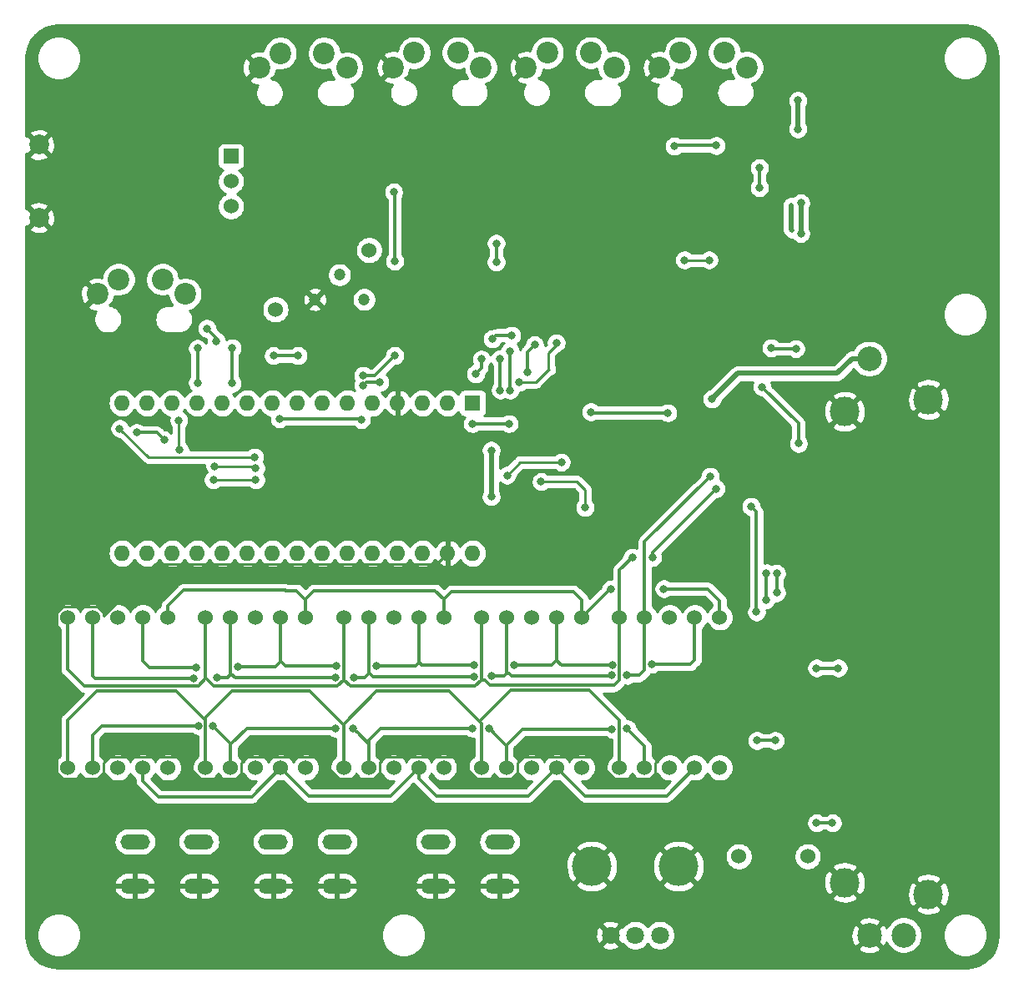
<source format=gbl>
G04 #@! TF.GenerationSoftware,KiCad,Pcbnew,5.1.4*
G04 #@! TF.CreationDate,2019-12-03T14:43:41+09:00*
G04 #@! TF.ProjectId,Sync-chan,53796e63-2d63-4686-916e-2e6b69636164,rev?*
G04 #@! TF.SameCoordinates,Original*
G04 #@! TF.FileFunction,Copper,L4,Bot*
G04 #@! TF.FilePolarity,Positive*
%FSLAX46Y46*%
G04 Gerber Fmt 4.6, Leading zero omitted, Abs format (unit mm)*
G04 Created by KiCad (PCBNEW 5.1.4) date 2019-12-03 14:43:41*
%MOMM*%
%LPD*%
G04 APERTURE LIST*
%ADD10C,1.524000*%
%ADD11O,3.000000X1.500000*%
%ADD12C,2.000000*%
%ADD13C,2.200000*%
%ADD14C,2.500000*%
%ADD15C,3.000000*%
%ADD16C,1.800000*%
%ADD17C,4.000000*%
%ADD18R,1.524000X1.524000*%
%ADD19O,1.600000X1.600000*%
%ADD20R,1.600000X1.600000*%
%ADD21C,1.200000*%
%ADD22C,0.800000*%
%ADD23C,0.500000*%
%ADD24C,0.300000*%
%ADD25C,0.250000*%
%ADD26C,0.254000*%
G04 APERTURE END LIST*
D10*
X109920000Y-128000000D03*
X112460000Y-128000000D03*
X115000000Y-128000000D03*
X117540000Y-128000000D03*
X120080000Y-128000000D03*
X120080000Y-112760000D03*
X117540000Y-112760000D03*
X115000000Y-112760000D03*
X112460000Y-112760000D03*
X109920000Y-112760000D03*
X123920000Y-112760000D03*
X126460000Y-112760000D03*
X129000000Y-112760000D03*
X131540000Y-112760000D03*
X134080000Y-112760000D03*
X134080000Y-128000000D03*
X131540000Y-128000000D03*
X129000000Y-128000000D03*
X126460000Y-128000000D03*
X123920000Y-128000000D03*
X165920000Y-112760000D03*
X168460000Y-112760000D03*
X171000000Y-112760000D03*
X173540000Y-112760000D03*
X176080000Y-112760000D03*
X176080000Y-128000000D03*
X173540000Y-128000000D03*
X171000000Y-128000000D03*
X168460000Y-128000000D03*
X165920000Y-128000000D03*
D11*
X147250000Y-135500000D03*
X153750000Y-135500000D03*
X147250000Y-140000000D03*
X153750000Y-140000000D03*
X123250000Y-140000000D03*
X116750000Y-140000000D03*
X123250000Y-135500000D03*
X116750000Y-135500000D03*
X137250000Y-140000000D03*
X130750000Y-140000000D03*
X137250000Y-135500000D03*
X130750000Y-135500000D03*
D10*
X178000000Y-137000000D03*
X137920000Y-128000000D03*
X140460000Y-128000000D03*
X143000000Y-128000000D03*
X145540000Y-128000000D03*
X148080000Y-128000000D03*
X148080000Y-112760000D03*
X145540000Y-112760000D03*
X143000000Y-112760000D03*
X140460000Y-112760000D03*
X137920000Y-112760000D03*
X151920000Y-112760000D03*
X154460000Y-112760000D03*
X157000000Y-112760000D03*
X159540000Y-112760000D03*
X162080000Y-112760000D03*
X162080000Y-128000000D03*
X159540000Y-128000000D03*
X157000000Y-128000000D03*
X154460000Y-128000000D03*
X151920000Y-128000000D03*
D12*
X107000000Y-72200000D03*
X107000000Y-64800000D03*
D13*
X121840000Y-79950000D03*
X119540000Y-78450000D03*
X115090000Y-78450000D03*
X112940000Y-79950000D03*
X129350000Y-57000000D03*
X131500000Y-55500000D03*
X135950000Y-55500000D03*
X138250000Y-57000000D03*
X142940000Y-56950000D03*
X145090000Y-55450000D03*
X149540000Y-55450000D03*
X151840000Y-56950000D03*
X165340000Y-56950000D03*
X163040000Y-55450000D03*
X158590000Y-55450000D03*
X156440000Y-56950000D03*
X169940000Y-56950000D03*
X172090000Y-55450000D03*
X176540000Y-55450000D03*
X178840000Y-56950000D03*
D14*
X191250000Y-145000000D03*
X194750000Y-145000000D03*
X191250000Y-86500000D03*
D15*
X188750000Y-139650000D03*
X197250000Y-140850000D03*
X188750000Y-91850000D03*
X197250000Y-90650000D03*
D16*
X165000000Y-145000000D03*
X167500000Y-145000000D03*
X170000000Y-145000000D03*
D17*
X163100000Y-138000000D03*
X171900000Y-138000000D03*
D18*
X126500000Y-65960000D03*
D10*
X126500000Y-68500000D03*
X126500000Y-71040000D03*
X140500000Y-75500000D03*
X185000000Y-137000000D03*
D19*
X115440000Y-106240000D03*
X115440000Y-91000000D03*
X151000000Y-106240000D03*
X117980000Y-91000000D03*
X148460000Y-106240000D03*
X120520000Y-91000000D03*
X145920000Y-106240000D03*
X123060000Y-91000000D03*
X143380000Y-106240000D03*
X125600000Y-91000000D03*
X140840000Y-106240000D03*
X128140000Y-91000000D03*
X138300000Y-106240000D03*
X130680000Y-91000000D03*
X135760000Y-106240000D03*
X133220000Y-91000000D03*
X133220000Y-106240000D03*
X135760000Y-91000000D03*
X130680000Y-106240000D03*
X138300000Y-91000000D03*
X128140000Y-106240000D03*
X140840000Y-91000000D03*
X125600000Y-106240000D03*
X143380000Y-91000000D03*
X123060000Y-106240000D03*
X145920000Y-91000000D03*
X120520000Y-106240000D03*
X148460000Y-91000000D03*
X117980000Y-106240000D03*
D20*
X151000000Y-91000000D03*
D21*
X135000000Y-80500000D03*
X137500000Y-78000000D03*
X140000000Y-80500000D03*
D10*
X131000000Y-81500000D03*
D22*
X179800000Y-112200000D03*
X179250000Y-101500000D03*
X180362082Y-89365854D03*
X184062518Y-95110459D03*
X181700000Y-125250000D03*
X179850000Y-125250000D03*
X168460000Y-128000000D03*
X123170000Y-123750000D03*
X124670000Y-123800000D03*
X137100000Y-124000000D03*
X138850000Y-124000000D03*
X151000000Y-124000000D03*
X152670000Y-124000000D03*
X165150000Y-124100000D03*
X166670000Y-124050000D03*
X180800000Y-108250000D03*
X180750000Y-111000000D03*
X181850000Y-108300000D03*
X181850000Y-110250000D03*
X165050000Y-109900000D03*
X170400000Y-109850000D03*
X122950000Y-117850000D03*
X127210000Y-117800000D03*
X137170000Y-117700000D03*
X141210000Y-117650000D03*
X151170000Y-117550000D03*
X155210000Y-117600000D03*
X165170000Y-117600000D03*
X169210000Y-117500000D03*
X175100000Y-98450000D03*
X122700000Y-118950000D03*
X125100000Y-118850000D03*
X137094669Y-118894669D03*
X139000000Y-118850000D03*
X151170000Y-118750000D03*
X152931575Y-118720913D03*
X165150000Y-118650000D03*
X166670000Y-118650000D03*
X175700000Y-99700000D03*
X169250000Y-106650000D03*
X167200000Y-106650000D03*
X143100000Y-76600000D03*
X143000000Y-69600000D03*
X170800000Y-92000000D03*
X163000000Y-91900000D03*
X175300000Y-90600000D03*
X184300000Y-70700000D03*
X184300000Y-73800000D03*
X184000000Y-63200000D03*
X184000000Y-60300000D03*
X152900000Y-95800000D03*
X152900000Y-100500000D03*
X111000000Y-61000000D03*
X188000000Y-63000000D03*
X150000000Y-133000000D03*
X134000000Y-132000000D03*
X182000000Y-117000000D03*
X149000000Y-104000000D03*
X129300000Y-81300000D03*
X179200000Y-92700000D03*
X167500000Y-99300000D03*
X160900000Y-103500000D03*
X159800000Y-89000000D03*
X195000000Y-72700000D03*
X172400000Y-69900000D03*
X161100000Y-70100000D03*
X152100000Y-70100000D03*
X150500000Y-83900000D03*
X145700000Y-78800000D03*
X144900000Y-86000000D03*
X136900000Y-70400000D03*
X182900000Y-67100000D03*
X157949424Y-98984173D03*
X162400000Y-101599999D03*
X121200000Y-92749990D03*
X121300000Y-95775020D03*
X124850000Y-97400000D03*
X128994877Y-97607882D03*
X128890000Y-96500020D03*
X115200000Y-93600000D03*
X160000000Y-97000000D03*
X154500000Y-98332882D03*
X129000000Y-98800000D03*
X124700000Y-98800000D03*
X153800000Y-86500000D03*
X153800000Y-89700000D03*
X154800000Y-89700000D03*
X154800000Y-85750000D03*
X187500000Y-133600000D03*
X185900000Y-133600000D03*
X116923229Y-94008989D03*
X119700000Y-94750000D03*
X130800000Y-86200000D03*
X133300000Y-86200000D03*
X180100000Y-69150011D03*
X180100000Y-67150001D03*
X175720332Y-64879668D03*
X171459670Y-64940330D03*
X131400000Y-92600000D03*
X139700000Y-92700000D03*
X151000000Y-93100000D03*
X154700000Y-93100000D03*
X156600000Y-87900000D03*
X157300000Y-85099979D03*
X153400000Y-76700000D03*
X153400000Y-74800000D03*
X188100000Y-117900000D03*
X185900001Y-117900000D03*
X183800000Y-85500000D03*
X181300000Y-85400000D03*
X154973232Y-84126768D03*
X153000000Y-84500000D03*
X151900000Y-86550001D03*
X151300000Y-88050001D03*
X141590000Y-88900000D03*
X139900000Y-89200003D03*
X126600000Y-89000000D03*
X126600000Y-85400000D03*
X125000000Y-84700000D03*
X124044669Y-83444669D03*
X123100000Y-88950000D03*
X123100000Y-85450000D03*
X143091464Y-86183278D03*
X139900000Y-88200000D03*
X155700000Y-88900000D03*
X159500000Y-84900000D03*
X172500000Y-76500000D03*
X175000000Y-76500000D03*
D23*
X183300000Y-70900000D02*
X183300000Y-73400000D01*
X183300000Y-73400000D02*
X183400000Y-73500000D01*
D24*
X179800000Y-112200000D02*
X179800000Y-102050000D01*
X179800000Y-102050000D02*
X179250000Y-101500000D01*
X109920000Y-128000000D02*
X109920000Y-123180000D01*
X109920000Y-123180000D02*
X112899990Y-120200010D01*
X112899990Y-120200010D02*
X120900010Y-120200010D01*
X123920000Y-123220000D02*
X123920000Y-128000000D01*
X120900010Y-120200010D02*
X123920000Y-123220000D01*
X126599990Y-120250010D02*
X134499990Y-120250010D01*
X123920000Y-123220000D02*
X123920000Y-122930000D01*
X137920000Y-123670020D02*
X137920000Y-128000000D01*
X134499990Y-120250010D02*
X137920000Y-123670020D01*
X123920000Y-122930000D02*
X126599990Y-120250010D01*
X137920000Y-123670020D02*
X137920000Y-123580000D01*
X137920000Y-123580000D02*
X141249990Y-120250010D01*
X141249990Y-120250010D02*
X148650010Y-120250010D01*
X148650010Y-120250010D02*
X151700000Y-123300000D01*
X151700000Y-123300000D02*
X151750000Y-123300000D01*
X151750000Y-123300000D02*
X154900000Y-120150000D01*
X154900000Y-120150000D02*
X162850000Y-120150000D01*
X165920000Y-123220000D02*
X165920000Y-128000000D01*
X162850000Y-120150000D02*
X165920000Y-123220000D01*
X151920000Y-123520000D02*
X151700000Y-123300000D01*
X151920000Y-128000000D02*
X151920000Y-123520000D01*
X180362082Y-89365854D02*
X184050000Y-93053772D01*
X184050000Y-93053772D02*
X184050000Y-95097941D01*
X184050000Y-95097941D02*
X184062518Y-95110459D01*
X181700000Y-125250000D02*
X179850000Y-125250000D01*
X112460000Y-128000000D02*
X112460000Y-124690000D01*
X112460000Y-124690000D02*
X113400000Y-123750000D01*
X113400000Y-123750000D02*
X123170000Y-123750000D01*
X126460000Y-125590000D02*
X126460000Y-128000000D01*
X124670000Y-123800000D02*
X126460000Y-125590000D01*
X126460000Y-125590000D02*
X126510000Y-125590000D01*
X126510000Y-125590000D02*
X128100000Y-124000000D01*
X128100000Y-124000000D02*
X137100000Y-124000000D01*
X139249999Y-124399999D02*
X139299999Y-124399999D01*
X138850000Y-124000000D02*
X139249999Y-124399999D01*
X139299999Y-124399999D02*
X140500000Y-125600000D01*
X140460000Y-125640000D02*
X140460000Y-128000000D01*
X140500000Y-125600000D02*
X140460000Y-125640000D01*
X140500000Y-125600000D02*
X140500000Y-125200000D01*
X140500000Y-125200000D02*
X141700000Y-124000000D01*
X141700000Y-124000000D02*
X151000000Y-124000000D01*
X154460000Y-125810000D02*
X154460000Y-128000000D01*
X152670000Y-124000000D02*
X153069999Y-124399999D01*
X153069999Y-124399999D02*
X153069999Y-124419999D01*
X154350000Y-125700000D02*
X154450000Y-125700000D01*
X154350000Y-125700000D02*
X154460000Y-125810000D01*
X153069999Y-124419999D02*
X154350000Y-125700000D01*
X154450000Y-125700000D02*
X156050000Y-124100000D01*
X156050000Y-124100000D02*
X165150000Y-124100000D01*
X168460000Y-125840000D02*
X168460000Y-128000000D01*
X166670000Y-124050000D02*
X168460000Y-125840000D01*
X180800000Y-108250000D02*
X180800000Y-110950000D01*
X180800000Y-110950000D02*
X180750000Y-111000000D01*
X117540000Y-128000000D02*
X117540000Y-129340000D01*
X117540000Y-129340000D02*
X119150000Y-130950000D01*
X128590000Y-130950000D02*
X131540000Y-128000000D01*
X119150000Y-130950000D02*
X128590000Y-130950000D01*
X131540000Y-128000000D02*
X134390000Y-130850000D01*
X142690000Y-130850000D02*
X145540000Y-128000000D01*
X134390000Y-130850000D02*
X142690000Y-130850000D01*
X145540000Y-129077630D02*
X147312370Y-130850000D01*
X145540000Y-128000000D02*
X145540000Y-129077630D01*
X156690000Y-130850000D02*
X159540000Y-128000000D01*
X147312370Y-130850000D02*
X156690000Y-130850000D01*
X159540000Y-128000000D02*
X162390000Y-130850000D01*
X170690000Y-130850000D02*
X173540000Y-128000000D01*
X162390000Y-130850000D02*
X170690000Y-130850000D01*
X181850000Y-108300000D02*
X181850000Y-110250000D01*
X120080000Y-112760000D02*
X120080000Y-111570000D01*
X120080000Y-111570000D02*
X121650000Y-110000000D01*
X121650000Y-110000000D02*
X132000000Y-110000000D01*
X132000000Y-110000000D02*
X132050000Y-110050000D01*
X132050000Y-110050000D02*
X133150000Y-110050000D01*
X134080000Y-110980000D02*
X134080000Y-112760000D01*
X133150000Y-110050000D02*
X134080000Y-110980000D01*
X134080000Y-110980000D02*
X134080000Y-110870000D01*
X134080000Y-110870000D02*
X134900000Y-110050000D01*
X134900000Y-110050000D02*
X147200000Y-110050000D01*
X148080000Y-110930000D02*
X148080000Y-112760000D01*
X147200000Y-110050000D02*
X148080000Y-110930000D01*
X148080000Y-110930000D02*
X148120000Y-110930000D01*
X148120000Y-110930000D02*
X148900000Y-110150000D01*
X148900000Y-110150000D02*
X161250000Y-110150000D01*
X161250000Y-110150000D02*
X162100000Y-111000000D01*
X162080000Y-111020000D02*
X162080000Y-112760000D01*
X162100000Y-111000000D02*
X162080000Y-111020000D01*
X162080000Y-112760000D02*
X164940000Y-109900000D01*
X164940000Y-109900000D02*
X165050000Y-109900000D01*
X176080000Y-111080000D02*
X176080000Y-112760000D01*
X170400000Y-109850000D02*
X174850000Y-109850000D01*
X174850000Y-109850000D02*
X176080000Y-111080000D01*
X117540000Y-113837630D02*
X117550000Y-113847630D01*
X117540000Y-112760000D02*
X117540000Y-113837630D01*
X117550000Y-113847630D02*
X117550000Y-117200000D01*
X117550000Y-117200000D02*
X118200000Y-117850000D01*
X118200000Y-117850000D02*
X122950000Y-117850000D01*
X127210000Y-117800000D02*
X131000000Y-117800000D01*
X131540000Y-117260000D02*
X131540000Y-112760000D01*
X131000000Y-117800000D02*
X131540000Y-117260000D01*
X131540000Y-117260000D02*
X131610000Y-117260000D01*
X131610000Y-117260000D02*
X132050000Y-117700000D01*
X132050000Y-117700000D02*
X137170000Y-117700000D01*
X141210000Y-117650000D02*
X145250000Y-117650000D01*
X145540000Y-117360000D02*
X145540000Y-112760000D01*
X145250000Y-117650000D02*
X145540000Y-117360000D01*
X145540000Y-117360000D02*
X145610000Y-117360000D01*
X145610000Y-117360000D02*
X145800000Y-117550000D01*
X145800000Y-117550000D02*
X151170000Y-117550000D01*
X159540000Y-117110000D02*
X159540000Y-112760000D01*
X155210000Y-117600000D02*
X159050000Y-117600000D01*
X159050000Y-117600000D02*
X159540000Y-117110000D01*
X159540000Y-117110000D02*
X159540000Y-117140000D01*
X159540000Y-117140000D02*
X160000000Y-117600000D01*
X160000000Y-117600000D02*
X165170000Y-117600000D01*
X173540000Y-117060000D02*
X173540000Y-112760000D01*
X169210000Y-117500000D02*
X173100000Y-117500000D01*
X173100000Y-117500000D02*
X173540000Y-117060000D01*
X168460000Y-110840000D02*
X168460000Y-112760000D01*
X168460000Y-110840000D02*
X168460000Y-105090000D01*
X168460000Y-105090000D02*
X175100000Y-98450000D01*
X112460000Y-112760000D02*
X112460000Y-118660000D01*
X112460000Y-118660000D02*
X112750000Y-118950000D01*
X112750000Y-118950000D02*
X122700000Y-118950000D01*
X125100000Y-118850000D02*
X126150000Y-118850000D01*
X126460000Y-118540000D02*
X126460000Y-112760000D01*
X126150000Y-118850000D02*
X126460000Y-118540000D01*
X126460000Y-118540000D02*
X126540000Y-118540000D01*
X126540000Y-118540000D02*
X126894669Y-118894669D01*
X126894669Y-118894669D02*
X137094669Y-118894669D01*
X140460000Y-118440000D02*
X140460000Y-112760000D01*
X139000000Y-118850000D02*
X140050000Y-118850000D01*
X140050000Y-118850000D02*
X140460000Y-118440000D01*
X140460000Y-118440000D02*
X140590000Y-118440000D01*
X140590000Y-118440000D02*
X140900000Y-118750000D01*
X140900000Y-118750000D02*
X151170000Y-118750000D01*
X152931575Y-118720913D02*
X154179087Y-118720913D01*
X154460000Y-118440000D02*
X154460000Y-112760000D01*
X154179087Y-118720913D02*
X154460000Y-118440000D01*
X154460000Y-118440000D02*
X154690000Y-118440000D01*
X154690000Y-118440000D02*
X154950000Y-118700000D01*
X154950000Y-118700000D02*
X165100000Y-118700000D01*
X165100000Y-118700000D02*
X165150000Y-118650000D01*
X166670000Y-118650000D02*
X167900000Y-118650000D01*
X168460000Y-118090000D02*
X168460000Y-112760000D01*
X167900000Y-118650000D02*
X168460000Y-118090000D01*
X175700000Y-99700000D02*
X169250000Y-106150000D01*
X169250000Y-106150000D02*
X169250000Y-106650000D01*
X165920000Y-107930000D02*
X165920000Y-112760000D01*
X167200000Y-106650000D02*
X165920000Y-107930000D01*
X109920000Y-112760000D02*
X109920000Y-118020000D01*
X109920000Y-118020000D02*
X111600000Y-119700000D01*
X111600000Y-119700000D02*
X123200000Y-119700000D01*
X123920000Y-118980000D02*
X123920000Y-112760000D01*
X123200000Y-119700000D02*
X123920000Y-118980000D01*
X123920000Y-118980000D02*
X123980000Y-118980000D01*
X123980000Y-118980000D02*
X124750000Y-119750000D01*
X124750000Y-119750000D02*
X137300000Y-119750000D01*
X137920000Y-119130000D02*
X137920000Y-112760000D01*
X137300000Y-119750000D02*
X137920000Y-119130000D01*
X137920000Y-119130000D02*
X137980000Y-119130000D01*
X137980000Y-119130000D02*
X138600000Y-119750000D01*
X138600000Y-119750000D02*
X151250000Y-119750000D01*
X151920000Y-119080000D02*
X151920000Y-112760000D01*
X151250000Y-119750000D02*
X151920000Y-119080000D01*
X151920000Y-119080000D02*
X152230000Y-119080000D01*
X152230000Y-119080000D02*
X152800000Y-119650000D01*
X152800000Y-119650000D02*
X165350000Y-119650000D01*
X165920000Y-119080000D02*
X165920000Y-112760000D01*
X165350000Y-119650000D02*
X165920000Y-119080000D01*
X143100000Y-76600000D02*
X143100000Y-69700000D01*
X143100000Y-69700000D02*
X143000000Y-69600000D01*
X170800000Y-92000000D02*
X163100000Y-92000000D01*
X163100000Y-92000000D02*
X163000000Y-91900000D01*
D23*
X189482234Y-86500000D02*
X187982234Y-88000000D01*
X191250000Y-86500000D02*
X189482234Y-86500000D01*
X187982234Y-88000000D02*
X177900000Y-88000000D01*
X177900000Y-88000000D02*
X175300000Y-90600000D01*
X184300000Y-70700000D02*
X184300000Y-73800000D01*
X184000000Y-63200000D02*
X184000000Y-60300000D01*
X152900000Y-95800000D02*
X152900000Y-100500000D01*
D25*
X150000000Y-133000000D02*
X149000000Y-132000000D01*
X149000000Y-132000000D02*
X137000000Y-132000000D01*
X147660001Y-107039999D02*
X148460000Y-106240000D01*
X147334999Y-107365001D02*
X147660001Y-107039999D01*
X118786237Y-107365001D02*
X147334999Y-107365001D01*
X113547001Y-127478239D02*
X113547001Y-128521761D01*
X113547001Y-112604237D02*
X118786237Y-107365001D01*
X114112241Y-126912999D02*
X113547001Y-127478239D01*
X113547001Y-112238239D02*
X113547001Y-112604237D01*
X121224237Y-126912999D02*
X114112241Y-126912999D01*
X112981761Y-111672999D02*
X113547001Y-112238239D01*
X123398239Y-129087001D02*
X121224237Y-126912999D01*
X109398239Y-111672999D02*
X112981761Y-111672999D01*
X113547001Y-128521761D02*
X112981761Y-129087001D01*
X126981761Y-129087001D02*
X123398239Y-129087001D01*
X108832999Y-112238239D02*
X109398239Y-111672999D01*
X127547001Y-128521761D02*
X126981761Y-129087001D01*
X109398239Y-129087001D02*
X108832999Y-128521761D01*
X128112241Y-126912999D02*
X127547001Y-127478239D01*
X137398239Y-129087001D02*
X135224237Y-126912999D01*
X140981761Y-129087001D02*
X137398239Y-129087001D01*
X141547001Y-128521761D02*
X140981761Y-129087001D01*
X141547001Y-127478239D02*
X141547001Y-128521761D01*
X142112241Y-126912999D02*
X141547001Y-127478239D01*
X151398239Y-129087001D02*
X149224237Y-126912999D01*
X149224237Y-126912999D02*
X142112241Y-126912999D01*
X154981761Y-129087001D02*
X151398239Y-129087001D01*
X155547001Y-128521761D02*
X154981761Y-129087001D01*
X155547001Y-127478239D02*
X155547001Y-128521761D01*
X156112241Y-126912999D02*
X155547001Y-127478239D01*
X112981761Y-129087001D02*
X109398239Y-129087001D01*
X163224237Y-126912999D02*
X156112241Y-126912999D01*
X165398239Y-129087001D02*
X163224237Y-126912999D01*
X135224237Y-126912999D02*
X128112241Y-126912999D01*
X168981761Y-129087001D02*
X165398239Y-129087001D01*
X169547001Y-128521761D02*
X168981761Y-129087001D01*
X169547001Y-127478239D02*
X169547001Y-128521761D01*
X180025240Y-117000000D02*
X169547001Y-127478239D01*
X108832999Y-128521761D02*
X108832999Y-112238239D01*
X127547001Y-127478239D02*
X127547001Y-128521761D01*
X182000000Y-117000000D02*
X180025240Y-117000000D01*
X157949424Y-98984173D02*
X161584173Y-98984173D01*
X161584173Y-98984173D02*
X162400000Y-99800000D01*
X162400000Y-99800000D02*
X162400000Y-101599999D01*
X121200000Y-92749990D02*
X121200000Y-95675020D01*
X121200000Y-95675020D02*
X121300000Y-95775020D01*
X124850000Y-97400000D02*
X128786995Y-97400000D01*
X128786995Y-97400000D02*
X128994877Y-97607882D01*
X128890000Y-96500020D02*
X118100020Y-96500020D01*
X118100020Y-96500020D02*
X115200000Y-93600000D01*
X160000000Y-97000000D02*
X155832882Y-97000000D01*
X155832882Y-97000000D02*
X154500000Y-98332882D01*
X129000000Y-98800000D02*
X124700000Y-98800000D01*
D24*
X153800000Y-86500000D02*
X153800000Y-89700000D01*
X154800000Y-89700000D02*
X154800000Y-85750000D01*
X187500000Y-133600000D02*
X185900000Y-133600000D01*
X116923229Y-94008989D02*
X118958989Y-94008989D01*
X118958989Y-94008989D02*
X119700000Y-94750000D01*
X130800000Y-86200000D02*
X133300000Y-86200000D01*
X180100000Y-69150011D02*
X180100000Y-67150001D01*
X175720332Y-64879668D02*
X171520332Y-64879668D01*
X171520332Y-64879668D02*
X171459670Y-64940330D01*
X131400000Y-92600000D02*
X139600000Y-92600000D01*
X139600000Y-92600000D02*
X139700000Y-92700000D01*
X151000000Y-93100000D02*
X154700000Y-93100000D01*
X156600000Y-87900000D02*
X156600000Y-85799979D01*
X156600000Y-85799979D02*
X157300000Y-85099979D01*
X153400000Y-76700000D02*
X153400000Y-74800000D01*
X185900001Y-117900000D02*
X188100000Y-117900000D01*
X183800000Y-85500000D02*
X181400000Y-85500000D01*
X181400000Y-85500000D02*
X181300000Y-85400000D01*
X154973232Y-84126768D02*
X153373232Y-84126768D01*
X153373232Y-84126768D02*
X153000000Y-84500000D01*
X151900000Y-86550001D02*
X151900000Y-87450001D01*
X151900000Y-87450001D02*
X151300000Y-88050001D01*
X141590000Y-88900000D02*
X140200003Y-88900000D01*
X140200003Y-88900000D02*
X139900000Y-89200003D01*
X126600000Y-89000000D02*
X126600000Y-85600000D01*
X126600000Y-85600000D02*
X126600000Y-85400000D01*
X125000000Y-84700000D02*
X125000000Y-84400000D01*
X125000000Y-84400000D02*
X124044669Y-83444669D01*
X123100000Y-88950000D02*
X123100000Y-85450000D01*
X143091464Y-86183278D02*
X141074742Y-88200000D01*
X141074742Y-88200000D02*
X139900000Y-88200000D01*
D25*
X155700000Y-88900000D02*
X157400000Y-88900000D01*
X157400000Y-88900000D02*
X158700001Y-87599999D01*
X158700001Y-87599999D02*
X158800000Y-87599999D01*
X158700001Y-87599999D02*
X158700001Y-85899999D01*
X158700001Y-85899999D02*
X159500000Y-85100000D01*
X159500000Y-85100000D02*
X159500000Y-84900000D01*
X172500000Y-76500000D02*
X175000000Y-76500000D01*
D26*
G36*
X201648126Y-52726714D02*
G01*
X202271572Y-52914943D01*
X202846579Y-53220681D01*
X203351247Y-53632279D01*
X203766362Y-54134067D01*
X204076105Y-54706924D01*
X204268682Y-55329039D01*
X204340000Y-56007584D01*
X204340001Y-144967711D01*
X204273286Y-145648126D01*
X204085057Y-146271570D01*
X203779323Y-146846573D01*
X203367721Y-147351248D01*
X202865933Y-147766362D01*
X202293077Y-148076104D01*
X201670961Y-148268682D01*
X200992417Y-148340000D01*
X109032279Y-148340000D01*
X108351874Y-148273286D01*
X107728430Y-148085057D01*
X107153427Y-147779323D01*
X106648752Y-147367721D01*
X106233638Y-146865933D01*
X105923896Y-146293077D01*
X105731318Y-145670961D01*
X105660000Y-144992417D01*
X105660000Y-144779872D01*
X106765000Y-144779872D01*
X106765000Y-145220128D01*
X106850890Y-145651925D01*
X107019369Y-146058669D01*
X107263962Y-146424729D01*
X107575271Y-146736038D01*
X107941331Y-146980631D01*
X108348075Y-147149110D01*
X108779872Y-147235000D01*
X109220128Y-147235000D01*
X109651925Y-147149110D01*
X110058669Y-146980631D01*
X110424729Y-146736038D01*
X110736038Y-146424729D01*
X110980631Y-146058669D01*
X111149110Y-145651925D01*
X111235000Y-145220128D01*
X111235000Y-144779872D01*
X141765000Y-144779872D01*
X141765000Y-145220128D01*
X141850890Y-145651925D01*
X142019369Y-146058669D01*
X142263962Y-146424729D01*
X142575271Y-146736038D01*
X142941331Y-146980631D01*
X143348075Y-147149110D01*
X143779872Y-147235000D01*
X144220128Y-147235000D01*
X144651925Y-147149110D01*
X145058669Y-146980631D01*
X145424729Y-146736038D01*
X145736038Y-146424729D01*
X145977015Y-146064080D01*
X164115525Y-146064080D01*
X164199208Y-146318261D01*
X164471775Y-146449158D01*
X164764642Y-146524365D01*
X165066553Y-146540991D01*
X165365907Y-146498397D01*
X165651199Y-146398222D01*
X165800792Y-146318261D01*
X165884475Y-146064080D01*
X165000000Y-145179605D01*
X164115525Y-146064080D01*
X145977015Y-146064080D01*
X145980631Y-146058669D01*
X146149110Y-145651925D01*
X146235000Y-145220128D01*
X146235000Y-145066553D01*
X163459009Y-145066553D01*
X163501603Y-145365907D01*
X163601778Y-145651199D01*
X163681739Y-145800792D01*
X163935920Y-145884475D01*
X164820395Y-145000000D01*
X165179605Y-145000000D01*
X166064080Y-145884475D01*
X166212262Y-145835690D01*
X166307688Y-145978505D01*
X166521495Y-146192312D01*
X166772905Y-146360299D01*
X167052257Y-146476011D01*
X167348816Y-146535000D01*
X167651184Y-146535000D01*
X167947743Y-146476011D01*
X168227095Y-146360299D01*
X168478505Y-146192312D01*
X168692312Y-145978505D01*
X168750000Y-145892169D01*
X168807688Y-145978505D01*
X169021495Y-146192312D01*
X169272905Y-146360299D01*
X169552257Y-146476011D01*
X169848816Y-146535000D01*
X170151184Y-146535000D01*
X170447743Y-146476011D01*
X170727095Y-146360299D01*
X170796977Y-146313605D01*
X190116000Y-146313605D01*
X190241914Y-146603577D01*
X190574126Y-146769433D01*
X190932312Y-146867290D01*
X191302706Y-146893389D01*
X191671075Y-146846725D01*
X192023262Y-146729094D01*
X192258086Y-146603577D01*
X192384000Y-146313605D01*
X191250000Y-145179605D01*
X190116000Y-146313605D01*
X170796977Y-146313605D01*
X170978505Y-146192312D01*
X171192312Y-145978505D01*
X171360299Y-145727095D01*
X171476011Y-145447743D01*
X171535000Y-145151184D01*
X171535000Y-145052706D01*
X189356611Y-145052706D01*
X189403275Y-145421075D01*
X189520906Y-145773262D01*
X189646423Y-146008086D01*
X189936395Y-146134000D01*
X191070395Y-145000000D01*
X191429605Y-145000000D01*
X192563605Y-146134000D01*
X192853577Y-146008086D01*
X193003153Y-145708482D01*
X193079534Y-145892882D01*
X193285825Y-146201618D01*
X193548382Y-146464175D01*
X193857118Y-146670466D01*
X194200166Y-146812561D01*
X194564344Y-146885000D01*
X194935656Y-146885000D01*
X195299834Y-146812561D01*
X195642882Y-146670466D01*
X195951618Y-146464175D01*
X196214175Y-146201618D01*
X196420466Y-145892882D01*
X196562561Y-145549834D01*
X196635000Y-145185656D01*
X196635000Y-144814344D01*
X196628144Y-144779872D01*
X198765000Y-144779872D01*
X198765000Y-145220128D01*
X198850890Y-145651925D01*
X199019369Y-146058669D01*
X199263962Y-146424729D01*
X199575271Y-146736038D01*
X199941331Y-146980631D01*
X200348075Y-147149110D01*
X200779872Y-147235000D01*
X201220128Y-147235000D01*
X201651925Y-147149110D01*
X202058669Y-146980631D01*
X202424729Y-146736038D01*
X202736038Y-146424729D01*
X202980631Y-146058669D01*
X203149110Y-145651925D01*
X203235000Y-145220128D01*
X203235000Y-144779872D01*
X203149110Y-144348075D01*
X202980631Y-143941331D01*
X202736038Y-143575271D01*
X202424729Y-143263962D01*
X202058669Y-143019369D01*
X201651925Y-142850890D01*
X201220128Y-142765000D01*
X200779872Y-142765000D01*
X200348075Y-142850890D01*
X199941331Y-143019369D01*
X199575271Y-143263962D01*
X199263962Y-143575271D01*
X199019369Y-143941331D01*
X198850890Y-144348075D01*
X198765000Y-144779872D01*
X196628144Y-144779872D01*
X196562561Y-144450166D01*
X196420466Y-144107118D01*
X196214175Y-143798382D01*
X195951618Y-143535825D01*
X195642882Y-143329534D01*
X195299834Y-143187439D01*
X194935656Y-143115000D01*
X194564344Y-143115000D01*
X194200166Y-143187439D01*
X193857118Y-143329534D01*
X193548382Y-143535825D01*
X193285825Y-143798382D01*
X193079534Y-144107118D01*
X193001812Y-144294756D01*
X192979094Y-144226738D01*
X192853577Y-143991914D01*
X192563605Y-143866000D01*
X191429605Y-145000000D01*
X191070395Y-145000000D01*
X189936395Y-143866000D01*
X189646423Y-143991914D01*
X189480567Y-144324126D01*
X189382710Y-144682312D01*
X189356611Y-145052706D01*
X171535000Y-145052706D01*
X171535000Y-144848816D01*
X171476011Y-144552257D01*
X171360299Y-144272905D01*
X171192312Y-144021495D01*
X170978505Y-143807688D01*
X170796978Y-143686395D01*
X190116000Y-143686395D01*
X191250000Y-144820395D01*
X192384000Y-143686395D01*
X192258086Y-143396423D01*
X191925874Y-143230567D01*
X191567688Y-143132710D01*
X191197294Y-143106611D01*
X190828925Y-143153275D01*
X190476738Y-143270906D01*
X190241914Y-143396423D01*
X190116000Y-143686395D01*
X170796978Y-143686395D01*
X170727095Y-143639701D01*
X170447743Y-143523989D01*
X170151184Y-143465000D01*
X169848816Y-143465000D01*
X169552257Y-143523989D01*
X169272905Y-143639701D01*
X169021495Y-143807688D01*
X168807688Y-144021495D01*
X168750000Y-144107831D01*
X168692312Y-144021495D01*
X168478505Y-143807688D01*
X168227095Y-143639701D01*
X167947743Y-143523989D01*
X167651184Y-143465000D01*
X167348816Y-143465000D01*
X167052257Y-143523989D01*
X166772905Y-143639701D01*
X166521495Y-143807688D01*
X166307688Y-144021495D01*
X166212262Y-144164310D01*
X166064080Y-144115525D01*
X165179605Y-145000000D01*
X164820395Y-145000000D01*
X163935920Y-144115525D01*
X163681739Y-144199208D01*
X163550842Y-144471775D01*
X163475635Y-144764642D01*
X163459009Y-145066553D01*
X146235000Y-145066553D01*
X146235000Y-144779872D01*
X146149110Y-144348075D01*
X145980631Y-143941331D01*
X145977016Y-143935920D01*
X164115525Y-143935920D01*
X165000000Y-144820395D01*
X165884475Y-143935920D01*
X165800792Y-143681739D01*
X165528225Y-143550842D01*
X165235358Y-143475635D01*
X164933447Y-143459009D01*
X164634093Y-143501603D01*
X164348801Y-143601778D01*
X164199208Y-143681739D01*
X164115525Y-143935920D01*
X145977016Y-143935920D01*
X145736038Y-143575271D01*
X145424729Y-143263962D01*
X145058669Y-143019369D01*
X144651925Y-142850890D01*
X144220128Y-142765000D01*
X143779872Y-142765000D01*
X143348075Y-142850890D01*
X142941331Y-143019369D01*
X142575271Y-143263962D01*
X142263962Y-143575271D01*
X142019369Y-143941331D01*
X141850890Y-144348075D01*
X141765000Y-144779872D01*
X111235000Y-144779872D01*
X111149110Y-144348075D01*
X110980631Y-143941331D01*
X110736038Y-143575271D01*
X110424729Y-143263962D01*
X110058669Y-143019369D01*
X109651925Y-142850890D01*
X109220128Y-142765000D01*
X108779872Y-142765000D01*
X108348075Y-142850890D01*
X107941331Y-143019369D01*
X107575271Y-143263962D01*
X107263962Y-143575271D01*
X107019369Y-143941331D01*
X106850890Y-144348075D01*
X106765000Y-144779872D01*
X105660000Y-144779872D01*
X105660000Y-142341653D01*
X195937952Y-142341653D01*
X196093962Y-142657214D01*
X196468745Y-142848020D01*
X196873551Y-142962044D01*
X197292824Y-142994902D01*
X197710451Y-142945334D01*
X198110383Y-142815243D01*
X198406038Y-142657214D01*
X198562048Y-142341653D01*
X197250000Y-141029605D01*
X195937952Y-142341653D01*
X105660000Y-142341653D01*
X105660000Y-140341185D01*
X114657682Y-140341185D01*
X114671827Y-140412684D01*
X114777858Y-140663868D01*
X114930855Y-140889540D01*
X115124939Y-141081028D01*
X115352651Y-141230972D01*
X115605240Y-141333611D01*
X115873000Y-141385000D01*
X116623000Y-141385000D01*
X116623000Y-140127000D01*
X116877000Y-140127000D01*
X116877000Y-141385000D01*
X117627000Y-141385000D01*
X117894760Y-141333611D01*
X118147349Y-141230972D01*
X118375061Y-141081028D01*
X118569145Y-140889540D01*
X118722142Y-140663868D01*
X118828173Y-140412684D01*
X118842318Y-140341185D01*
X121157682Y-140341185D01*
X121171827Y-140412684D01*
X121277858Y-140663868D01*
X121430855Y-140889540D01*
X121624939Y-141081028D01*
X121852651Y-141230972D01*
X122105240Y-141333611D01*
X122373000Y-141385000D01*
X123123000Y-141385000D01*
X123123000Y-140127000D01*
X123377000Y-140127000D01*
X123377000Y-141385000D01*
X124127000Y-141385000D01*
X124394760Y-141333611D01*
X124647349Y-141230972D01*
X124875061Y-141081028D01*
X125069145Y-140889540D01*
X125222142Y-140663868D01*
X125328173Y-140412684D01*
X125342318Y-140341185D01*
X128657682Y-140341185D01*
X128671827Y-140412684D01*
X128777858Y-140663868D01*
X128930855Y-140889540D01*
X129124939Y-141081028D01*
X129352651Y-141230972D01*
X129605240Y-141333611D01*
X129873000Y-141385000D01*
X130623000Y-141385000D01*
X130623000Y-140127000D01*
X130877000Y-140127000D01*
X130877000Y-141385000D01*
X131627000Y-141385000D01*
X131894760Y-141333611D01*
X132147349Y-141230972D01*
X132375061Y-141081028D01*
X132569145Y-140889540D01*
X132722142Y-140663868D01*
X132828173Y-140412684D01*
X132842318Y-140341185D01*
X135157682Y-140341185D01*
X135171827Y-140412684D01*
X135277858Y-140663868D01*
X135430855Y-140889540D01*
X135624939Y-141081028D01*
X135852651Y-141230972D01*
X136105240Y-141333611D01*
X136373000Y-141385000D01*
X137123000Y-141385000D01*
X137123000Y-140127000D01*
X137377000Y-140127000D01*
X137377000Y-141385000D01*
X138127000Y-141385000D01*
X138394760Y-141333611D01*
X138647349Y-141230972D01*
X138875061Y-141081028D01*
X139069145Y-140889540D01*
X139222142Y-140663868D01*
X139328173Y-140412684D01*
X139342318Y-140341185D01*
X145157682Y-140341185D01*
X145171827Y-140412684D01*
X145277858Y-140663868D01*
X145430855Y-140889540D01*
X145624939Y-141081028D01*
X145852651Y-141230972D01*
X146105240Y-141333611D01*
X146373000Y-141385000D01*
X147123000Y-141385000D01*
X147123000Y-140127000D01*
X147377000Y-140127000D01*
X147377000Y-141385000D01*
X148127000Y-141385000D01*
X148394760Y-141333611D01*
X148647349Y-141230972D01*
X148875061Y-141081028D01*
X149069145Y-140889540D01*
X149222142Y-140663868D01*
X149328173Y-140412684D01*
X149342318Y-140341185D01*
X151657682Y-140341185D01*
X151671827Y-140412684D01*
X151777858Y-140663868D01*
X151930855Y-140889540D01*
X152124939Y-141081028D01*
X152352651Y-141230972D01*
X152605240Y-141333611D01*
X152873000Y-141385000D01*
X153623000Y-141385000D01*
X153623000Y-140127000D01*
X153877000Y-140127000D01*
X153877000Y-141385000D01*
X154627000Y-141385000D01*
X154894760Y-141333611D01*
X155147349Y-141230972D01*
X155282993Y-141141653D01*
X187437952Y-141141653D01*
X187593962Y-141457214D01*
X187968745Y-141648020D01*
X188373551Y-141762044D01*
X188792824Y-141794902D01*
X189210451Y-141745334D01*
X189610383Y-141615243D01*
X189906038Y-141457214D01*
X190062048Y-141141653D01*
X188750000Y-139829605D01*
X187437952Y-141141653D01*
X155282993Y-141141653D01*
X155375061Y-141081028D01*
X155569145Y-140889540D01*
X155722142Y-140663868D01*
X155828173Y-140412684D01*
X155842318Y-140341185D01*
X155719656Y-140127000D01*
X153877000Y-140127000D01*
X153623000Y-140127000D01*
X151780344Y-140127000D01*
X151657682Y-140341185D01*
X149342318Y-140341185D01*
X149219656Y-140127000D01*
X147377000Y-140127000D01*
X147123000Y-140127000D01*
X145280344Y-140127000D01*
X145157682Y-140341185D01*
X139342318Y-140341185D01*
X139219656Y-140127000D01*
X137377000Y-140127000D01*
X137123000Y-140127000D01*
X135280344Y-140127000D01*
X135157682Y-140341185D01*
X132842318Y-140341185D01*
X132719656Y-140127000D01*
X130877000Y-140127000D01*
X130623000Y-140127000D01*
X128780344Y-140127000D01*
X128657682Y-140341185D01*
X125342318Y-140341185D01*
X125219656Y-140127000D01*
X123377000Y-140127000D01*
X123123000Y-140127000D01*
X121280344Y-140127000D01*
X121157682Y-140341185D01*
X118842318Y-140341185D01*
X118719656Y-140127000D01*
X116877000Y-140127000D01*
X116623000Y-140127000D01*
X114780344Y-140127000D01*
X114657682Y-140341185D01*
X105660000Y-140341185D01*
X105660000Y-139658815D01*
X114657682Y-139658815D01*
X114780344Y-139873000D01*
X116623000Y-139873000D01*
X116623000Y-138615000D01*
X116877000Y-138615000D01*
X116877000Y-139873000D01*
X118719656Y-139873000D01*
X118842318Y-139658815D01*
X121157682Y-139658815D01*
X121280344Y-139873000D01*
X123123000Y-139873000D01*
X123123000Y-138615000D01*
X123377000Y-138615000D01*
X123377000Y-139873000D01*
X125219656Y-139873000D01*
X125342318Y-139658815D01*
X128657682Y-139658815D01*
X128780344Y-139873000D01*
X130623000Y-139873000D01*
X130623000Y-138615000D01*
X130877000Y-138615000D01*
X130877000Y-139873000D01*
X132719656Y-139873000D01*
X132842318Y-139658815D01*
X135157682Y-139658815D01*
X135280344Y-139873000D01*
X137123000Y-139873000D01*
X137123000Y-138615000D01*
X137377000Y-138615000D01*
X137377000Y-139873000D01*
X139219656Y-139873000D01*
X139342318Y-139658815D01*
X145157682Y-139658815D01*
X145280344Y-139873000D01*
X147123000Y-139873000D01*
X147123000Y-138615000D01*
X147377000Y-138615000D01*
X147377000Y-139873000D01*
X149219656Y-139873000D01*
X149342318Y-139658815D01*
X151657682Y-139658815D01*
X151780344Y-139873000D01*
X153623000Y-139873000D01*
X153623000Y-138615000D01*
X153877000Y-138615000D01*
X153877000Y-139873000D01*
X155719656Y-139873000D01*
X155734260Y-139847499D01*
X161432106Y-139847499D01*
X161648228Y-140214258D01*
X162108105Y-140454938D01*
X162606098Y-140601275D01*
X163123071Y-140647648D01*
X163639159Y-140592273D01*
X164134526Y-140437279D01*
X164551772Y-140214258D01*
X164767894Y-139847499D01*
X170232106Y-139847499D01*
X170448228Y-140214258D01*
X170908105Y-140454938D01*
X171406098Y-140601275D01*
X171923071Y-140647648D01*
X172439159Y-140592273D01*
X172934526Y-140437279D01*
X173351772Y-140214258D01*
X173567894Y-139847499D01*
X173413219Y-139692824D01*
X186605098Y-139692824D01*
X186654666Y-140110451D01*
X186784757Y-140510383D01*
X186942786Y-140806038D01*
X187258347Y-140962048D01*
X188570395Y-139650000D01*
X188929605Y-139650000D01*
X190241653Y-140962048D01*
X190381672Y-140892824D01*
X195105098Y-140892824D01*
X195154666Y-141310451D01*
X195284757Y-141710383D01*
X195442786Y-142006038D01*
X195758347Y-142162048D01*
X197070395Y-140850000D01*
X197429605Y-140850000D01*
X198741653Y-142162048D01*
X199057214Y-142006038D01*
X199248020Y-141631255D01*
X199362044Y-141226449D01*
X199394902Y-140807176D01*
X199345334Y-140389549D01*
X199215243Y-139989617D01*
X199057214Y-139693962D01*
X198741653Y-139537952D01*
X197429605Y-140850000D01*
X197070395Y-140850000D01*
X195758347Y-139537952D01*
X195442786Y-139693962D01*
X195251980Y-140068745D01*
X195137956Y-140473551D01*
X195105098Y-140892824D01*
X190381672Y-140892824D01*
X190557214Y-140806038D01*
X190748020Y-140431255D01*
X190862044Y-140026449D01*
X190894902Y-139607176D01*
X190865369Y-139358347D01*
X195937952Y-139358347D01*
X197250000Y-140670395D01*
X198562048Y-139358347D01*
X198406038Y-139042786D01*
X198031255Y-138851980D01*
X197626449Y-138737956D01*
X197207176Y-138705098D01*
X196789549Y-138754666D01*
X196389617Y-138884757D01*
X196093962Y-139042786D01*
X195937952Y-139358347D01*
X190865369Y-139358347D01*
X190845334Y-139189549D01*
X190715243Y-138789617D01*
X190557214Y-138493962D01*
X190241653Y-138337952D01*
X188929605Y-139650000D01*
X188570395Y-139650000D01*
X187258347Y-138337952D01*
X186942786Y-138493962D01*
X186751980Y-138868745D01*
X186637956Y-139273551D01*
X186605098Y-139692824D01*
X173413219Y-139692824D01*
X171900000Y-138179605D01*
X170232106Y-139847499D01*
X164767894Y-139847499D01*
X163100000Y-138179605D01*
X161432106Y-139847499D01*
X155734260Y-139847499D01*
X155842318Y-139658815D01*
X155828173Y-139587316D01*
X155722142Y-139336132D01*
X155569145Y-139110460D01*
X155375061Y-138918972D01*
X155147349Y-138769028D01*
X154894760Y-138666389D01*
X154627000Y-138615000D01*
X153877000Y-138615000D01*
X153623000Y-138615000D01*
X152873000Y-138615000D01*
X152605240Y-138666389D01*
X152352651Y-138769028D01*
X152124939Y-138918972D01*
X151930855Y-139110460D01*
X151777858Y-139336132D01*
X151671827Y-139587316D01*
X151657682Y-139658815D01*
X149342318Y-139658815D01*
X149328173Y-139587316D01*
X149222142Y-139336132D01*
X149069145Y-139110460D01*
X148875061Y-138918972D01*
X148647349Y-138769028D01*
X148394760Y-138666389D01*
X148127000Y-138615000D01*
X147377000Y-138615000D01*
X147123000Y-138615000D01*
X146373000Y-138615000D01*
X146105240Y-138666389D01*
X145852651Y-138769028D01*
X145624939Y-138918972D01*
X145430855Y-139110460D01*
X145277858Y-139336132D01*
X145171827Y-139587316D01*
X145157682Y-139658815D01*
X139342318Y-139658815D01*
X139328173Y-139587316D01*
X139222142Y-139336132D01*
X139069145Y-139110460D01*
X138875061Y-138918972D01*
X138647349Y-138769028D01*
X138394760Y-138666389D01*
X138127000Y-138615000D01*
X137377000Y-138615000D01*
X137123000Y-138615000D01*
X136373000Y-138615000D01*
X136105240Y-138666389D01*
X135852651Y-138769028D01*
X135624939Y-138918972D01*
X135430855Y-139110460D01*
X135277858Y-139336132D01*
X135171827Y-139587316D01*
X135157682Y-139658815D01*
X132842318Y-139658815D01*
X132828173Y-139587316D01*
X132722142Y-139336132D01*
X132569145Y-139110460D01*
X132375061Y-138918972D01*
X132147349Y-138769028D01*
X131894760Y-138666389D01*
X131627000Y-138615000D01*
X130877000Y-138615000D01*
X130623000Y-138615000D01*
X129873000Y-138615000D01*
X129605240Y-138666389D01*
X129352651Y-138769028D01*
X129124939Y-138918972D01*
X128930855Y-139110460D01*
X128777858Y-139336132D01*
X128671827Y-139587316D01*
X128657682Y-139658815D01*
X125342318Y-139658815D01*
X125328173Y-139587316D01*
X125222142Y-139336132D01*
X125069145Y-139110460D01*
X124875061Y-138918972D01*
X124647349Y-138769028D01*
X124394760Y-138666389D01*
X124127000Y-138615000D01*
X123377000Y-138615000D01*
X123123000Y-138615000D01*
X122373000Y-138615000D01*
X122105240Y-138666389D01*
X121852651Y-138769028D01*
X121624939Y-138918972D01*
X121430855Y-139110460D01*
X121277858Y-139336132D01*
X121171827Y-139587316D01*
X121157682Y-139658815D01*
X118842318Y-139658815D01*
X118828173Y-139587316D01*
X118722142Y-139336132D01*
X118569145Y-139110460D01*
X118375061Y-138918972D01*
X118147349Y-138769028D01*
X117894760Y-138666389D01*
X117627000Y-138615000D01*
X116877000Y-138615000D01*
X116623000Y-138615000D01*
X115873000Y-138615000D01*
X115605240Y-138666389D01*
X115352651Y-138769028D01*
X115124939Y-138918972D01*
X114930855Y-139110460D01*
X114777858Y-139336132D01*
X114671827Y-139587316D01*
X114657682Y-139658815D01*
X105660000Y-139658815D01*
X105660000Y-138023071D01*
X160452352Y-138023071D01*
X160507727Y-138539159D01*
X160662721Y-139034526D01*
X160885742Y-139451772D01*
X161252501Y-139667894D01*
X162920395Y-138000000D01*
X163279605Y-138000000D01*
X164947499Y-139667894D01*
X165314258Y-139451772D01*
X165554938Y-138991895D01*
X165701275Y-138493902D01*
X165743509Y-138023071D01*
X169252352Y-138023071D01*
X169307727Y-138539159D01*
X169462721Y-139034526D01*
X169685742Y-139451772D01*
X170052501Y-139667894D01*
X171720395Y-138000000D01*
X172079605Y-138000000D01*
X173747499Y-139667894D01*
X174114258Y-139451772D01*
X174354938Y-138991895D01*
X174501275Y-138493902D01*
X174547648Y-137976929D01*
X174492273Y-137460841D01*
X174337279Y-136965474D01*
X174282190Y-136862408D01*
X176603000Y-136862408D01*
X176603000Y-137137592D01*
X176656686Y-137407490D01*
X176761995Y-137661727D01*
X176914880Y-137890535D01*
X177109465Y-138085120D01*
X177338273Y-138238005D01*
X177592510Y-138343314D01*
X177862408Y-138397000D01*
X178137592Y-138397000D01*
X178407490Y-138343314D01*
X178661727Y-138238005D01*
X178890535Y-138085120D01*
X179085120Y-137890535D01*
X179238005Y-137661727D01*
X179343314Y-137407490D01*
X179397000Y-137137592D01*
X179397000Y-136862408D01*
X183603000Y-136862408D01*
X183603000Y-137137592D01*
X183656686Y-137407490D01*
X183761995Y-137661727D01*
X183914880Y-137890535D01*
X184109465Y-138085120D01*
X184338273Y-138238005D01*
X184592510Y-138343314D01*
X184862408Y-138397000D01*
X185137592Y-138397000D01*
X185407490Y-138343314D01*
X185661727Y-138238005D01*
X185780943Y-138158347D01*
X187437952Y-138158347D01*
X188750000Y-139470395D01*
X190062048Y-138158347D01*
X189906038Y-137842786D01*
X189531255Y-137651980D01*
X189126449Y-137537956D01*
X188707176Y-137505098D01*
X188289549Y-137554666D01*
X187889617Y-137684757D01*
X187593962Y-137842786D01*
X187437952Y-138158347D01*
X185780943Y-138158347D01*
X185890535Y-138085120D01*
X186085120Y-137890535D01*
X186238005Y-137661727D01*
X186343314Y-137407490D01*
X186397000Y-137137592D01*
X186397000Y-136862408D01*
X186343314Y-136592510D01*
X186238005Y-136338273D01*
X186085120Y-136109465D01*
X185890535Y-135914880D01*
X185661727Y-135761995D01*
X185407490Y-135656686D01*
X185137592Y-135603000D01*
X184862408Y-135603000D01*
X184592510Y-135656686D01*
X184338273Y-135761995D01*
X184109465Y-135914880D01*
X183914880Y-136109465D01*
X183761995Y-136338273D01*
X183656686Y-136592510D01*
X183603000Y-136862408D01*
X179397000Y-136862408D01*
X179343314Y-136592510D01*
X179238005Y-136338273D01*
X179085120Y-136109465D01*
X178890535Y-135914880D01*
X178661727Y-135761995D01*
X178407490Y-135656686D01*
X178137592Y-135603000D01*
X177862408Y-135603000D01*
X177592510Y-135656686D01*
X177338273Y-135761995D01*
X177109465Y-135914880D01*
X176914880Y-136109465D01*
X176761995Y-136338273D01*
X176656686Y-136592510D01*
X176603000Y-136862408D01*
X174282190Y-136862408D01*
X174114258Y-136548228D01*
X173747499Y-136332106D01*
X172079605Y-138000000D01*
X171720395Y-138000000D01*
X170052501Y-136332106D01*
X169685742Y-136548228D01*
X169445062Y-137008105D01*
X169298725Y-137506098D01*
X169252352Y-138023071D01*
X165743509Y-138023071D01*
X165747648Y-137976929D01*
X165692273Y-137460841D01*
X165537279Y-136965474D01*
X165314258Y-136548228D01*
X164947499Y-136332106D01*
X163279605Y-138000000D01*
X162920395Y-138000000D01*
X161252501Y-136332106D01*
X160885742Y-136548228D01*
X160645062Y-137008105D01*
X160498725Y-137506098D01*
X160452352Y-138023071D01*
X105660000Y-138023071D01*
X105660000Y-135500000D01*
X114608299Y-135500000D01*
X114635040Y-135771507D01*
X114714236Y-136032581D01*
X114842843Y-136273188D01*
X115015919Y-136484081D01*
X115226812Y-136657157D01*
X115467419Y-136785764D01*
X115728493Y-136864960D01*
X115931963Y-136885000D01*
X117568037Y-136885000D01*
X117771507Y-136864960D01*
X118032581Y-136785764D01*
X118273188Y-136657157D01*
X118484081Y-136484081D01*
X118657157Y-136273188D01*
X118785764Y-136032581D01*
X118864960Y-135771507D01*
X118891701Y-135500000D01*
X121108299Y-135500000D01*
X121135040Y-135771507D01*
X121214236Y-136032581D01*
X121342843Y-136273188D01*
X121515919Y-136484081D01*
X121726812Y-136657157D01*
X121967419Y-136785764D01*
X122228493Y-136864960D01*
X122431963Y-136885000D01*
X124068037Y-136885000D01*
X124271507Y-136864960D01*
X124532581Y-136785764D01*
X124773188Y-136657157D01*
X124984081Y-136484081D01*
X125157157Y-136273188D01*
X125285764Y-136032581D01*
X125364960Y-135771507D01*
X125391701Y-135500000D01*
X128608299Y-135500000D01*
X128635040Y-135771507D01*
X128714236Y-136032581D01*
X128842843Y-136273188D01*
X129015919Y-136484081D01*
X129226812Y-136657157D01*
X129467419Y-136785764D01*
X129728493Y-136864960D01*
X129931963Y-136885000D01*
X131568037Y-136885000D01*
X131771507Y-136864960D01*
X132032581Y-136785764D01*
X132273188Y-136657157D01*
X132484081Y-136484081D01*
X132657157Y-136273188D01*
X132785764Y-136032581D01*
X132864960Y-135771507D01*
X132891701Y-135500000D01*
X135108299Y-135500000D01*
X135135040Y-135771507D01*
X135214236Y-136032581D01*
X135342843Y-136273188D01*
X135515919Y-136484081D01*
X135726812Y-136657157D01*
X135967419Y-136785764D01*
X136228493Y-136864960D01*
X136431963Y-136885000D01*
X138068037Y-136885000D01*
X138271507Y-136864960D01*
X138532581Y-136785764D01*
X138773188Y-136657157D01*
X138984081Y-136484081D01*
X139157157Y-136273188D01*
X139285764Y-136032581D01*
X139364960Y-135771507D01*
X139391701Y-135500000D01*
X145108299Y-135500000D01*
X145135040Y-135771507D01*
X145214236Y-136032581D01*
X145342843Y-136273188D01*
X145515919Y-136484081D01*
X145726812Y-136657157D01*
X145967419Y-136785764D01*
X146228493Y-136864960D01*
X146431963Y-136885000D01*
X148068037Y-136885000D01*
X148271507Y-136864960D01*
X148532581Y-136785764D01*
X148773188Y-136657157D01*
X148984081Y-136484081D01*
X149157157Y-136273188D01*
X149285764Y-136032581D01*
X149364960Y-135771507D01*
X149391701Y-135500000D01*
X151608299Y-135500000D01*
X151635040Y-135771507D01*
X151714236Y-136032581D01*
X151842843Y-136273188D01*
X152015919Y-136484081D01*
X152226812Y-136657157D01*
X152467419Y-136785764D01*
X152728493Y-136864960D01*
X152931963Y-136885000D01*
X154568037Y-136885000D01*
X154771507Y-136864960D01*
X155032581Y-136785764D01*
X155273188Y-136657157D01*
X155484081Y-136484081D01*
X155657157Y-136273188D01*
X155721665Y-136152501D01*
X161432106Y-136152501D01*
X163100000Y-137820395D01*
X164767894Y-136152501D01*
X170232106Y-136152501D01*
X171900000Y-137820395D01*
X173567894Y-136152501D01*
X173351772Y-135785742D01*
X172891895Y-135545062D01*
X172393902Y-135398725D01*
X171876929Y-135352352D01*
X171360841Y-135407727D01*
X170865474Y-135562721D01*
X170448228Y-135785742D01*
X170232106Y-136152501D01*
X164767894Y-136152501D01*
X164551772Y-135785742D01*
X164091895Y-135545062D01*
X163593902Y-135398725D01*
X163076929Y-135352352D01*
X162560841Y-135407727D01*
X162065474Y-135562721D01*
X161648228Y-135785742D01*
X161432106Y-136152501D01*
X155721665Y-136152501D01*
X155785764Y-136032581D01*
X155864960Y-135771507D01*
X155891701Y-135500000D01*
X155864960Y-135228493D01*
X155785764Y-134967419D01*
X155657157Y-134726812D01*
X155484081Y-134515919D01*
X155273188Y-134342843D01*
X155032581Y-134214236D01*
X154771507Y-134135040D01*
X154568037Y-134115000D01*
X152931963Y-134115000D01*
X152728493Y-134135040D01*
X152467419Y-134214236D01*
X152226812Y-134342843D01*
X152015919Y-134515919D01*
X151842843Y-134726812D01*
X151714236Y-134967419D01*
X151635040Y-135228493D01*
X151608299Y-135500000D01*
X149391701Y-135500000D01*
X149364960Y-135228493D01*
X149285764Y-134967419D01*
X149157157Y-134726812D01*
X148984081Y-134515919D01*
X148773188Y-134342843D01*
X148532581Y-134214236D01*
X148271507Y-134135040D01*
X148068037Y-134115000D01*
X146431963Y-134115000D01*
X146228493Y-134135040D01*
X145967419Y-134214236D01*
X145726812Y-134342843D01*
X145515919Y-134515919D01*
X145342843Y-134726812D01*
X145214236Y-134967419D01*
X145135040Y-135228493D01*
X145108299Y-135500000D01*
X139391701Y-135500000D01*
X139364960Y-135228493D01*
X139285764Y-134967419D01*
X139157157Y-134726812D01*
X138984081Y-134515919D01*
X138773188Y-134342843D01*
X138532581Y-134214236D01*
X138271507Y-134135040D01*
X138068037Y-134115000D01*
X136431963Y-134115000D01*
X136228493Y-134135040D01*
X135967419Y-134214236D01*
X135726812Y-134342843D01*
X135515919Y-134515919D01*
X135342843Y-134726812D01*
X135214236Y-134967419D01*
X135135040Y-135228493D01*
X135108299Y-135500000D01*
X132891701Y-135500000D01*
X132864960Y-135228493D01*
X132785764Y-134967419D01*
X132657157Y-134726812D01*
X132484081Y-134515919D01*
X132273188Y-134342843D01*
X132032581Y-134214236D01*
X131771507Y-134135040D01*
X131568037Y-134115000D01*
X129931963Y-134115000D01*
X129728493Y-134135040D01*
X129467419Y-134214236D01*
X129226812Y-134342843D01*
X129015919Y-134515919D01*
X128842843Y-134726812D01*
X128714236Y-134967419D01*
X128635040Y-135228493D01*
X128608299Y-135500000D01*
X125391701Y-135500000D01*
X125364960Y-135228493D01*
X125285764Y-134967419D01*
X125157157Y-134726812D01*
X124984081Y-134515919D01*
X124773188Y-134342843D01*
X124532581Y-134214236D01*
X124271507Y-134135040D01*
X124068037Y-134115000D01*
X122431963Y-134115000D01*
X122228493Y-134135040D01*
X121967419Y-134214236D01*
X121726812Y-134342843D01*
X121515919Y-134515919D01*
X121342843Y-134726812D01*
X121214236Y-134967419D01*
X121135040Y-135228493D01*
X121108299Y-135500000D01*
X118891701Y-135500000D01*
X118864960Y-135228493D01*
X118785764Y-134967419D01*
X118657157Y-134726812D01*
X118484081Y-134515919D01*
X118273188Y-134342843D01*
X118032581Y-134214236D01*
X117771507Y-134135040D01*
X117568037Y-134115000D01*
X115931963Y-134115000D01*
X115728493Y-134135040D01*
X115467419Y-134214236D01*
X115226812Y-134342843D01*
X115015919Y-134515919D01*
X114842843Y-134726812D01*
X114714236Y-134967419D01*
X114635040Y-135228493D01*
X114608299Y-135500000D01*
X105660000Y-135500000D01*
X105660000Y-133498061D01*
X184865000Y-133498061D01*
X184865000Y-133701939D01*
X184904774Y-133901898D01*
X184982795Y-134090256D01*
X185096063Y-134259774D01*
X185240226Y-134403937D01*
X185409744Y-134517205D01*
X185598102Y-134595226D01*
X185798061Y-134635000D01*
X186001939Y-134635000D01*
X186201898Y-134595226D01*
X186390256Y-134517205D01*
X186559774Y-134403937D01*
X186578711Y-134385000D01*
X186821289Y-134385000D01*
X186840226Y-134403937D01*
X187009744Y-134517205D01*
X187198102Y-134595226D01*
X187398061Y-134635000D01*
X187601939Y-134635000D01*
X187801898Y-134595226D01*
X187990256Y-134517205D01*
X188159774Y-134403937D01*
X188303937Y-134259774D01*
X188417205Y-134090256D01*
X188495226Y-133901898D01*
X188535000Y-133701939D01*
X188535000Y-133498061D01*
X188495226Y-133298102D01*
X188417205Y-133109744D01*
X188303937Y-132940226D01*
X188159774Y-132796063D01*
X187990256Y-132682795D01*
X187801898Y-132604774D01*
X187601939Y-132565000D01*
X187398061Y-132565000D01*
X187198102Y-132604774D01*
X187009744Y-132682795D01*
X186840226Y-132796063D01*
X186821289Y-132815000D01*
X186578711Y-132815000D01*
X186559774Y-132796063D01*
X186390256Y-132682795D01*
X186201898Y-132604774D01*
X186001939Y-132565000D01*
X185798061Y-132565000D01*
X185598102Y-132604774D01*
X185409744Y-132682795D01*
X185240226Y-132796063D01*
X185096063Y-132940226D01*
X184982795Y-133109744D01*
X184904774Y-133298102D01*
X184865000Y-133498061D01*
X105660000Y-133498061D01*
X105660000Y-112622408D01*
X108523000Y-112622408D01*
X108523000Y-112897592D01*
X108576686Y-113167490D01*
X108681995Y-113421727D01*
X108834880Y-113650535D01*
X109029465Y-113845120D01*
X109135000Y-113915637D01*
X109135001Y-117981437D01*
X109131203Y-118020000D01*
X109146359Y-118173886D01*
X109191246Y-118321859D01*
X109224996Y-118385000D01*
X109264139Y-118458233D01*
X109304690Y-118507644D01*
X109337655Y-118547812D01*
X109337659Y-118547816D01*
X109362237Y-118577764D01*
X109392185Y-118602342D01*
X111017653Y-120227810D01*
X111042236Y-120257764D01*
X111161767Y-120355862D01*
X111255310Y-120405861D01*
X111298140Y-120428754D01*
X111446113Y-120473642D01*
X111509917Y-120479925D01*
X109392185Y-122597658D01*
X109362237Y-122622236D01*
X109337659Y-122652184D01*
X109337655Y-122652188D01*
X109329409Y-122662236D01*
X109264139Y-122741767D01*
X109229614Y-122806359D01*
X109191246Y-122878141D01*
X109146359Y-123026114D01*
X109131203Y-123180000D01*
X109135001Y-123218563D01*
X109135000Y-126844363D01*
X109029465Y-126914880D01*
X108834880Y-127109465D01*
X108681995Y-127338273D01*
X108576686Y-127592510D01*
X108523000Y-127862408D01*
X108523000Y-128137592D01*
X108576686Y-128407490D01*
X108681995Y-128661727D01*
X108834880Y-128890535D01*
X109029465Y-129085120D01*
X109258273Y-129238005D01*
X109512510Y-129343314D01*
X109782408Y-129397000D01*
X110057592Y-129397000D01*
X110327490Y-129343314D01*
X110581727Y-129238005D01*
X110810535Y-129085120D01*
X111005120Y-128890535D01*
X111158005Y-128661727D01*
X111190000Y-128584485D01*
X111221995Y-128661727D01*
X111374880Y-128890535D01*
X111569465Y-129085120D01*
X111798273Y-129238005D01*
X112052510Y-129343314D01*
X112322408Y-129397000D01*
X112597592Y-129397000D01*
X112867490Y-129343314D01*
X113121727Y-129238005D01*
X113350535Y-129085120D01*
X113545120Y-128890535D01*
X113698005Y-128661727D01*
X113730000Y-128584485D01*
X113761995Y-128661727D01*
X113914880Y-128890535D01*
X114109465Y-129085120D01*
X114338273Y-129238005D01*
X114592510Y-129343314D01*
X114862408Y-129397000D01*
X115137592Y-129397000D01*
X115407490Y-129343314D01*
X115661727Y-129238005D01*
X115890535Y-129085120D01*
X116085120Y-128890535D01*
X116238005Y-128661727D01*
X116270000Y-128584485D01*
X116301995Y-128661727D01*
X116454880Y-128890535D01*
X116649465Y-129085120D01*
X116755001Y-129155637D01*
X116755001Y-129301438D01*
X116751203Y-129340000D01*
X116766359Y-129493886D01*
X116811246Y-129641859D01*
X116811247Y-129641860D01*
X116884139Y-129778233D01*
X116924690Y-129827644D01*
X116957655Y-129867812D01*
X116957659Y-129867816D01*
X116982237Y-129897764D01*
X117012185Y-129922342D01*
X118567653Y-131477810D01*
X118592236Y-131507764D01*
X118711767Y-131605862D01*
X118848140Y-131678754D01*
X118996113Y-131723642D01*
X119071026Y-131731020D01*
X119111439Y-131735000D01*
X119111444Y-131735000D01*
X119150000Y-131738797D01*
X119188556Y-131735000D01*
X128551447Y-131735000D01*
X128590000Y-131738797D01*
X128628553Y-131735000D01*
X128628561Y-131735000D01*
X128743887Y-131723641D01*
X128891860Y-131678754D01*
X129028233Y-131605862D01*
X129147764Y-131507764D01*
X129172347Y-131477810D01*
X131277920Y-129372238D01*
X131402408Y-129397000D01*
X131677592Y-129397000D01*
X131802081Y-129372238D01*
X133807653Y-131377810D01*
X133832236Y-131407764D01*
X133951767Y-131505862D01*
X134088140Y-131578754D01*
X134236113Y-131623642D01*
X134311026Y-131631020D01*
X134351439Y-131635000D01*
X134351444Y-131635000D01*
X134390000Y-131638797D01*
X134428556Y-131635000D01*
X142651447Y-131635000D01*
X142690000Y-131638797D01*
X142728553Y-131635000D01*
X142728561Y-131635000D01*
X142843887Y-131623641D01*
X142991860Y-131578754D01*
X143128233Y-131505862D01*
X143247764Y-131407764D01*
X143272347Y-131377810D01*
X145000102Y-129650055D01*
X145012185Y-129659972D01*
X146730023Y-131377810D01*
X146754606Y-131407764D01*
X146874137Y-131505862D01*
X147010510Y-131578754D01*
X147158483Y-131623642D01*
X147233396Y-131631020D01*
X147273809Y-131635000D01*
X147273814Y-131635000D01*
X147312370Y-131638797D01*
X147350926Y-131635000D01*
X156651447Y-131635000D01*
X156690000Y-131638797D01*
X156728553Y-131635000D01*
X156728561Y-131635000D01*
X156843887Y-131623641D01*
X156991860Y-131578754D01*
X157128233Y-131505862D01*
X157247764Y-131407764D01*
X157272347Y-131377810D01*
X159277919Y-129372238D01*
X159402408Y-129397000D01*
X159677592Y-129397000D01*
X159802081Y-129372238D01*
X161807653Y-131377810D01*
X161832236Y-131407764D01*
X161951767Y-131505862D01*
X162088140Y-131578754D01*
X162236113Y-131623642D01*
X162311026Y-131631020D01*
X162351439Y-131635000D01*
X162351444Y-131635000D01*
X162390000Y-131638797D01*
X162428556Y-131635000D01*
X170651447Y-131635000D01*
X170690000Y-131638797D01*
X170728553Y-131635000D01*
X170728561Y-131635000D01*
X170843887Y-131623641D01*
X170991860Y-131578754D01*
X171128233Y-131505862D01*
X171247764Y-131407764D01*
X171272347Y-131377810D01*
X173277919Y-129372238D01*
X173402408Y-129397000D01*
X173677592Y-129397000D01*
X173947490Y-129343314D01*
X174201727Y-129238005D01*
X174430535Y-129085120D01*
X174625120Y-128890535D01*
X174778005Y-128661727D01*
X174810000Y-128584485D01*
X174841995Y-128661727D01*
X174994880Y-128890535D01*
X175189465Y-129085120D01*
X175418273Y-129238005D01*
X175672510Y-129343314D01*
X175942408Y-129397000D01*
X176217592Y-129397000D01*
X176487490Y-129343314D01*
X176741727Y-129238005D01*
X176970535Y-129085120D01*
X177165120Y-128890535D01*
X177318005Y-128661727D01*
X177423314Y-128407490D01*
X177477000Y-128137592D01*
X177477000Y-127862408D01*
X177423314Y-127592510D01*
X177318005Y-127338273D01*
X177165120Y-127109465D01*
X176970535Y-126914880D01*
X176741727Y-126761995D01*
X176487490Y-126656686D01*
X176217592Y-126603000D01*
X175942408Y-126603000D01*
X175672510Y-126656686D01*
X175418273Y-126761995D01*
X175189465Y-126914880D01*
X174994880Y-127109465D01*
X174841995Y-127338273D01*
X174810000Y-127415515D01*
X174778005Y-127338273D01*
X174625120Y-127109465D01*
X174430535Y-126914880D01*
X174201727Y-126761995D01*
X173947490Y-126656686D01*
X173677592Y-126603000D01*
X173402408Y-126603000D01*
X173132510Y-126656686D01*
X172878273Y-126761995D01*
X172649465Y-126914880D01*
X172454880Y-127109465D01*
X172301995Y-127338273D01*
X172270000Y-127415515D01*
X172238005Y-127338273D01*
X172085120Y-127109465D01*
X171890535Y-126914880D01*
X171661727Y-126761995D01*
X171407490Y-126656686D01*
X171137592Y-126603000D01*
X170862408Y-126603000D01*
X170592510Y-126656686D01*
X170338273Y-126761995D01*
X170109465Y-126914880D01*
X169914880Y-127109465D01*
X169761995Y-127338273D01*
X169730000Y-127415515D01*
X169698005Y-127338273D01*
X169545120Y-127109465D01*
X169350535Y-126914880D01*
X169245000Y-126844364D01*
X169245000Y-125878552D01*
X169248797Y-125839999D01*
X169245000Y-125801446D01*
X169245000Y-125801439D01*
X169233641Y-125686113D01*
X169188754Y-125538140D01*
X169115862Y-125401767D01*
X169017764Y-125282236D01*
X168987817Y-125257659D01*
X168878219Y-125148061D01*
X178815000Y-125148061D01*
X178815000Y-125351939D01*
X178854774Y-125551898D01*
X178932795Y-125740256D01*
X179046063Y-125909774D01*
X179190226Y-126053937D01*
X179359744Y-126167205D01*
X179548102Y-126245226D01*
X179748061Y-126285000D01*
X179951939Y-126285000D01*
X180151898Y-126245226D01*
X180340256Y-126167205D01*
X180509774Y-126053937D01*
X180528711Y-126035000D01*
X181021289Y-126035000D01*
X181040226Y-126053937D01*
X181209744Y-126167205D01*
X181398102Y-126245226D01*
X181598061Y-126285000D01*
X181801939Y-126285000D01*
X182001898Y-126245226D01*
X182190256Y-126167205D01*
X182359774Y-126053937D01*
X182503937Y-125909774D01*
X182617205Y-125740256D01*
X182695226Y-125551898D01*
X182735000Y-125351939D01*
X182735000Y-125148061D01*
X182695226Y-124948102D01*
X182617205Y-124759744D01*
X182503937Y-124590226D01*
X182359774Y-124446063D01*
X182190256Y-124332795D01*
X182001898Y-124254774D01*
X181801939Y-124215000D01*
X181598061Y-124215000D01*
X181398102Y-124254774D01*
X181209744Y-124332795D01*
X181040226Y-124446063D01*
X181021289Y-124465000D01*
X180528711Y-124465000D01*
X180509774Y-124446063D01*
X180340256Y-124332795D01*
X180151898Y-124254774D01*
X179951939Y-124215000D01*
X179748061Y-124215000D01*
X179548102Y-124254774D01*
X179359744Y-124332795D01*
X179190226Y-124446063D01*
X179046063Y-124590226D01*
X178932795Y-124759744D01*
X178854774Y-124948102D01*
X178815000Y-125148061D01*
X168878219Y-125148061D01*
X167705000Y-123974843D01*
X167705000Y-123948061D01*
X167665226Y-123748102D01*
X167587205Y-123559744D01*
X167473937Y-123390226D01*
X167329774Y-123246063D01*
X167160256Y-123132795D01*
X166971898Y-123054774D01*
X166771939Y-123015000D01*
X166678137Y-123015000D01*
X166648754Y-122918140D01*
X166575862Y-122781767D01*
X166477764Y-122662236D01*
X166447811Y-122637654D01*
X164245157Y-120435000D01*
X165311447Y-120435000D01*
X165350000Y-120438797D01*
X165388553Y-120435000D01*
X165388561Y-120435000D01*
X165503887Y-120423641D01*
X165651860Y-120378754D01*
X165788233Y-120305862D01*
X165907764Y-120207764D01*
X165932347Y-120177810D01*
X166447811Y-119662346D01*
X166449052Y-119661328D01*
X166568061Y-119685000D01*
X166771939Y-119685000D01*
X166971898Y-119645226D01*
X167160256Y-119567205D01*
X167329774Y-119453937D01*
X167348711Y-119435000D01*
X167861447Y-119435000D01*
X167900000Y-119438797D01*
X167938553Y-119435000D01*
X167938561Y-119435000D01*
X168053887Y-119423641D01*
X168201860Y-119378754D01*
X168338233Y-119305862D01*
X168457764Y-119207764D01*
X168482347Y-119177810D01*
X168987811Y-118672346D01*
X169017764Y-118647764D01*
X169110308Y-118535000D01*
X169311939Y-118535000D01*
X169511898Y-118495226D01*
X169700256Y-118417205D01*
X169869774Y-118303937D01*
X169888711Y-118285000D01*
X173061447Y-118285000D01*
X173100000Y-118288797D01*
X173138553Y-118285000D01*
X173138561Y-118285000D01*
X173253887Y-118273641D01*
X173401860Y-118228754D01*
X173538233Y-118155862D01*
X173657764Y-118057764D01*
X173682347Y-118027810D01*
X173912096Y-117798061D01*
X184865001Y-117798061D01*
X184865001Y-118001939D01*
X184904775Y-118201898D01*
X184982796Y-118390256D01*
X185096064Y-118559774D01*
X185240227Y-118703937D01*
X185409745Y-118817205D01*
X185598103Y-118895226D01*
X185798062Y-118935000D01*
X186001940Y-118935000D01*
X186201899Y-118895226D01*
X186390257Y-118817205D01*
X186559775Y-118703937D01*
X186578712Y-118685000D01*
X187421289Y-118685000D01*
X187440226Y-118703937D01*
X187609744Y-118817205D01*
X187798102Y-118895226D01*
X187998061Y-118935000D01*
X188201939Y-118935000D01*
X188401898Y-118895226D01*
X188590256Y-118817205D01*
X188759774Y-118703937D01*
X188903937Y-118559774D01*
X189017205Y-118390256D01*
X189095226Y-118201898D01*
X189135000Y-118001939D01*
X189135000Y-117798061D01*
X189095226Y-117598102D01*
X189017205Y-117409744D01*
X188903937Y-117240226D01*
X188759774Y-117096063D01*
X188590256Y-116982795D01*
X188401898Y-116904774D01*
X188201939Y-116865000D01*
X187998061Y-116865000D01*
X187798102Y-116904774D01*
X187609744Y-116982795D01*
X187440226Y-117096063D01*
X187421289Y-117115000D01*
X186578712Y-117115000D01*
X186559775Y-117096063D01*
X186390257Y-116982795D01*
X186201899Y-116904774D01*
X186001940Y-116865000D01*
X185798062Y-116865000D01*
X185598103Y-116904774D01*
X185409745Y-116982795D01*
X185240227Y-117096063D01*
X185096064Y-117240226D01*
X184982796Y-117409744D01*
X184904775Y-117598102D01*
X184865001Y-117798061D01*
X173912096Y-117798061D01*
X174067811Y-117642346D01*
X174097764Y-117617764D01*
X174195862Y-117498233D01*
X174268754Y-117361860D01*
X174272916Y-117348140D01*
X174313642Y-117213887D01*
X174322673Y-117122188D01*
X174325000Y-117098561D01*
X174325000Y-117098556D01*
X174328797Y-117060000D01*
X174325000Y-117021445D01*
X174325000Y-113915636D01*
X174430535Y-113845120D01*
X174625120Y-113650535D01*
X174778005Y-113421727D01*
X174810000Y-113344485D01*
X174841995Y-113421727D01*
X174994880Y-113650535D01*
X175189465Y-113845120D01*
X175418273Y-113998005D01*
X175672510Y-114103314D01*
X175942408Y-114157000D01*
X176217592Y-114157000D01*
X176487490Y-114103314D01*
X176741727Y-113998005D01*
X176970535Y-113845120D01*
X177165120Y-113650535D01*
X177318005Y-113421727D01*
X177423314Y-113167490D01*
X177477000Y-112897592D01*
X177477000Y-112622408D01*
X177423314Y-112352510D01*
X177318005Y-112098273D01*
X177165120Y-111869465D01*
X176970535Y-111674880D01*
X176865000Y-111604364D01*
X176865000Y-111118556D01*
X176868797Y-111080000D01*
X176865000Y-111041440D01*
X176865000Y-111041439D01*
X176859792Y-110988561D01*
X176853642Y-110926113D01*
X176808754Y-110778140D01*
X176776684Y-110718141D01*
X176735862Y-110641767D01*
X176637764Y-110522236D01*
X176607811Y-110497654D01*
X175432347Y-109322190D01*
X175407764Y-109292236D01*
X175288233Y-109194138D01*
X175151860Y-109121246D01*
X175003887Y-109076359D01*
X174888561Y-109065000D01*
X174888553Y-109065000D01*
X174850000Y-109061203D01*
X174811447Y-109065000D01*
X171078711Y-109065000D01*
X171059774Y-109046063D01*
X170890256Y-108932795D01*
X170701898Y-108854774D01*
X170501939Y-108815000D01*
X170298061Y-108815000D01*
X170098102Y-108854774D01*
X169909744Y-108932795D01*
X169740226Y-109046063D01*
X169596063Y-109190226D01*
X169482795Y-109359744D01*
X169404774Y-109548102D01*
X169365000Y-109748061D01*
X169365000Y-109951939D01*
X169404774Y-110151898D01*
X169482795Y-110340256D01*
X169596063Y-110509774D01*
X169740226Y-110653937D01*
X169909744Y-110767205D01*
X170098102Y-110845226D01*
X170298061Y-110885000D01*
X170501939Y-110885000D01*
X170701898Y-110845226D01*
X170890256Y-110767205D01*
X171059774Y-110653937D01*
X171078711Y-110635000D01*
X174524843Y-110635000D01*
X175295000Y-111405157D01*
X175295000Y-111604363D01*
X175189465Y-111674880D01*
X174994880Y-111869465D01*
X174841995Y-112098273D01*
X174810000Y-112175515D01*
X174778005Y-112098273D01*
X174625120Y-111869465D01*
X174430535Y-111674880D01*
X174201727Y-111521995D01*
X173947490Y-111416686D01*
X173677592Y-111363000D01*
X173402408Y-111363000D01*
X173132510Y-111416686D01*
X172878273Y-111521995D01*
X172649465Y-111674880D01*
X172454880Y-111869465D01*
X172301995Y-112098273D01*
X172270000Y-112175515D01*
X172238005Y-112098273D01*
X172085120Y-111869465D01*
X171890535Y-111674880D01*
X171661727Y-111521995D01*
X171407490Y-111416686D01*
X171137592Y-111363000D01*
X170862408Y-111363000D01*
X170592510Y-111416686D01*
X170338273Y-111521995D01*
X170109465Y-111674880D01*
X169914880Y-111869465D01*
X169761995Y-112098273D01*
X169730000Y-112175515D01*
X169698005Y-112098273D01*
X169545120Y-111869465D01*
X169350535Y-111674880D01*
X169245000Y-111604364D01*
X169245000Y-107685000D01*
X169351939Y-107685000D01*
X169551898Y-107645226D01*
X169740256Y-107567205D01*
X169909774Y-107453937D01*
X170053937Y-107309774D01*
X170167205Y-107140256D01*
X170245226Y-106951898D01*
X170285000Y-106751939D01*
X170285000Y-106548061D01*
X170245226Y-106348102D01*
X170220866Y-106289291D01*
X175112096Y-101398061D01*
X178215000Y-101398061D01*
X178215000Y-101601939D01*
X178254774Y-101801898D01*
X178332795Y-101990256D01*
X178446063Y-102159774D01*
X178590226Y-102303937D01*
X178759744Y-102417205D01*
X178948102Y-102495226D01*
X179015001Y-102508533D01*
X179015000Y-111521289D01*
X178996063Y-111540226D01*
X178882795Y-111709744D01*
X178804774Y-111898102D01*
X178765000Y-112098061D01*
X178765000Y-112301939D01*
X178804774Y-112501898D01*
X178882795Y-112690256D01*
X178996063Y-112859774D01*
X179140226Y-113003937D01*
X179309744Y-113117205D01*
X179498102Y-113195226D01*
X179698061Y-113235000D01*
X179901939Y-113235000D01*
X180101898Y-113195226D01*
X180290256Y-113117205D01*
X180459774Y-113003937D01*
X180603937Y-112859774D01*
X180717205Y-112690256D01*
X180795226Y-112501898D01*
X180835000Y-112301939D01*
X180835000Y-112098061D01*
X180822456Y-112035000D01*
X180851939Y-112035000D01*
X181051898Y-111995226D01*
X181240256Y-111917205D01*
X181409774Y-111803937D01*
X181553937Y-111659774D01*
X181667205Y-111490256D01*
X181745226Y-111301898D01*
X181748587Y-111285000D01*
X181951939Y-111285000D01*
X182151898Y-111245226D01*
X182340256Y-111167205D01*
X182509774Y-111053937D01*
X182653937Y-110909774D01*
X182767205Y-110740256D01*
X182845226Y-110551898D01*
X182885000Y-110351939D01*
X182885000Y-110148061D01*
X182845226Y-109948102D01*
X182767205Y-109759744D01*
X182653937Y-109590226D01*
X182635000Y-109571289D01*
X182635000Y-108978711D01*
X182653937Y-108959774D01*
X182767205Y-108790256D01*
X182845226Y-108601898D01*
X182885000Y-108401939D01*
X182885000Y-108198061D01*
X182845226Y-107998102D01*
X182767205Y-107809744D01*
X182653937Y-107640226D01*
X182509774Y-107496063D01*
X182340256Y-107382795D01*
X182151898Y-107304774D01*
X181951939Y-107265000D01*
X181748061Y-107265000D01*
X181548102Y-107304774D01*
X181363042Y-107381429D01*
X181290256Y-107332795D01*
X181101898Y-107254774D01*
X180901939Y-107215000D01*
X180698061Y-107215000D01*
X180585000Y-107237489D01*
X180585000Y-102088552D01*
X180588797Y-102049999D01*
X180585000Y-102011446D01*
X180585000Y-102011439D01*
X180573641Y-101896113D01*
X180528754Y-101748140D01*
X180455862Y-101611767D01*
X180357764Y-101492236D01*
X180327815Y-101467657D01*
X180285000Y-101424842D01*
X180285000Y-101398061D01*
X180245226Y-101198102D01*
X180167205Y-101009744D01*
X180053937Y-100840226D01*
X179909774Y-100696063D01*
X179740256Y-100582795D01*
X179551898Y-100504774D01*
X179351939Y-100465000D01*
X179148061Y-100465000D01*
X178948102Y-100504774D01*
X178759744Y-100582795D01*
X178590226Y-100696063D01*
X178446063Y-100840226D01*
X178332795Y-101009744D01*
X178254774Y-101198102D01*
X178215000Y-101398061D01*
X175112096Y-101398061D01*
X175775158Y-100735000D01*
X175801939Y-100735000D01*
X176001898Y-100695226D01*
X176190256Y-100617205D01*
X176359774Y-100503937D01*
X176503937Y-100359774D01*
X176617205Y-100190256D01*
X176695226Y-100001898D01*
X176735000Y-99801939D01*
X176735000Y-99598061D01*
X176695226Y-99398102D01*
X176617205Y-99209744D01*
X176503937Y-99040226D01*
X176359774Y-98896063D01*
X176190256Y-98782795D01*
X176096782Y-98744076D01*
X176135000Y-98551939D01*
X176135000Y-98348061D01*
X176095226Y-98148102D01*
X176017205Y-97959744D01*
X175903937Y-97790226D01*
X175759774Y-97646063D01*
X175590256Y-97532795D01*
X175401898Y-97454774D01*
X175201939Y-97415000D01*
X174998061Y-97415000D01*
X174798102Y-97454774D01*
X174609744Y-97532795D01*
X174440226Y-97646063D01*
X174296063Y-97790226D01*
X174182795Y-97959744D01*
X174104774Y-98148102D01*
X174065000Y-98348061D01*
X174065000Y-98374842D01*
X167932185Y-104507658D01*
X167902237Y-104532236D01*
X167877659Y-104562184D01*
X167877655Y-104562188D01*
X167844690Y-104602356D01*
X167804139Y-104651767D01*
X167765177Y-104724660D01*
X167731246Y-104788141D01*
X167686359Y-104936114D01*
X167671203Y-105090000D01*
X167675001Y-105128563D01*
X167675001Y-105726476D01*
X167501898Y-105654774D01*
X167301939Y-105615000D01*
X167098061Y-105615000D01*
X166898102Y-105654774D01*
X166709744Y-105732795D01*
X166540226Y-105846063D01*
X166396063Y-105990226D01*
X166282795Y-106159744D01*
X166204774Y-106348102D01*
X166165000Y-106548061D01*
X166165000Y-106574842D01*
X165392190Y-107347653D01*
X165362236Y-107372236D01*
X165264138Y-107491768D01*
X165191246Y-107628141D01*
X165146359Y-107776114D01*
X165135000Y-107891440D01*
X165135000Y-107891447D01*
X165131203Y-107930000D01*
X165135000Y-107968553D01*
X165135000Y-108865000D01*
X164948061Y-108865000D01*
X164748102Y-108904774D01*
X164559744Y-108982795D01*
X164390226Y-109096063D01*
X164246063Y-109240226D01*
X164132795Y-109409744D01*
X164054774Y-109598102D01*
X164035663Y-109694180D01*
X162874546Y-110855297D01*
X162873642Y-110846113D01*
X162828754Y-110698140D01*
X162755861Y-110561768D01*
X162682345Y-110472188D01*
X162682344Y-110472187D01*
X162657764Y-110442236D01*
X162627812Y-110417655D01*
X161832347Y-109622190D01*
X161807764Y-109592236D01*
X161688233Y-109494138D01*
X161551860Y-109421246D01*
X161403887Y-109376359D01*
X161288561Y-109365000D01*
X161288553Y-109365000D01*
X161250000Y-109361203D01*
X161211447Y-109365000D01*
X148938556Y-109365000D01*
X148900000Y-109361203D01*
X148861444Y-109365000D01*
X148861439Y-109365000D01*
X148821026Y-109368980D01*
X148746113Y-109376358D01*
X148609978Y-109417655D01*
X148598140Y-109421246D01*
X148461767Y-109494138D01*
X148342236Y-109592236D01*
X148317653Y-109622190D01*
X148100000Y-109839843D01*
X147782346Y-109522189D01*
X147757764Y-109492236D01*
X147638233Y-109394138D01*
X147501860Y-109321246D01*
X147353887Y-109276359D01*
X147238561Y-109265000D01*
X147238553Y-109265000D01*
X147200000Y-109261203D01*
X147161447Y-109265000D01*
X134938552Y-109265000D01*
X134899999Y-109261203D01*
X134861446Y-109265000D01*
X134861439Y-109265000D01*
X134760490Y-109274943D01*
X134746112Y-109276359D01*
X134609978Y-109317655D01*
X134598140Y-109321246D01*
X134461767Y-109394138D01*
X134403160Y-109442236D01*
X134372187Y-109467655D01*
X134372184Y-109467658D01*
X134342236Y-109492236D01*
X134317657Y-109522185D01*
X134025000Y-109814843D01*
X133732346Y-109522189D01*
X133707764Y-109492236D01*
X133588233Y-109394138D01*
X133451860Y-109321246D01*
X133303887Y-109276359D01*
X133188561Y-109265000D01*
X133188553Y-109265000D01*
X133150000Y-109261203D01*
X133111447Y-109265000D01*
X132281270Y-109265000D01*
X132153887Y-109226359D01*
X132038561Y-109215000D01*
X132038553Y-109215000D01*
X132000000Y-109211203D01*
X131961447Y-109215000D01*
X121688552Y-109215000D01*
X121649999Y-109211203D01*
X121611446Y-109215000D01*
X121611439Y-109215000D01*
X121510490Y-109224943D01*
X121496112Y-109226359D01*
X121461672Y-109236806D01*
X121348140Y-109271246D01*
X121211767Y-109344138D01*
X121151559Y-109393550D01*
X121122187Y-109417655D01*
X121122184Y-109417658D01*
X121092236Y-109442236D01*
X121067658Y-109472184D01*
X119552185Y-110987658D01*
X119522237Y-111012236D01*
X119497659Y-111042184D01*
X119497655Y-111042188D01*
X119488013Y-111053937D01*
X119424139Y-111131767D01*
X119412316Y-111153887D01*
X119351246Y-111268141D01*
X119306359Y-111416114D01*
X119291203Y-111570000D01*
X119294613Y-111604622D01*
X119189465Y-111674880D01*
X118994880Y-111869465D01*
X118841995Y-112098273D01*
X118810000Y-112175515D01*
X118778005Y-112098273D01*
X118625120Y-111869465D01*
X118430535Y-111674880D01*
X118201727Y-111521995D01*
X117947490Y-111416686D01*
X117677592Y-111363000D01*
X117402408Y-111363000D01*
X117132510Y-111416686D01*
X116878273Y-111521995D01*
X116649465Y-111674880D01*
X116454880Y-111869465D01*
X116301995Y-112098273D01*
X116270000Y-112175515D01*
X116238005Y-112098273D01*
X116085120Y-111869465D01*
X115890535Y-111674880D01*
X115661727Y-111521995D01*
X115407490Y-111416686D01*
X115137592Y-111363000D01*
X114862408Y-111363000D01*
X114592510Y-111416686D01*
X114338273Y-111521995D01*
X114109465Y-111674880D01*
X113914880Y-111869465D01*
X113761995Y-112098273D01*
X113730000Y-112175515D01*
X113698005Y-112098273D01*
X113545120Y-111869465D01*
X113350535Y-111674880D01*
X113121727Y-111521995D01*
X112867490Y-111416686D01*
X112597592Y-111363000D01*
X112322408Y-111363000D01*
X112052510Y-111416686D01*
X111798273Y-111521995D01*
X111569465Y-111674880D01*
X111374880Y-111869465D01*
X111221995Y-112098273D01*
X111190000Y-112175515D01*
X111158005Y-112098273D01*
X111005120Y-111869465D01*
X110810535Y-111674880D01*
X110581727Y-111521995D01*
X110327490Y-111416686D01*
X110057592Y-111363000D01*
X109782408Y-111363000D01*
X109512510Y-111416686D01*
X109258273Y-111521995D01*
X109029465Y-111674880D01*
X108834880Y-111869465D01*
X108681995Y-112098273D01*
X108576686Y-112352510D01*
X108523000Y-112622408D01*
X105660000Y-112622408D01*
X105660000Y-106240000D01*
X113998057Y-106240000D01*
X114025764Y-106521309D01*
X114107818Y-106791808D01*
X114241068Y-107041101D01*
X114420392Y-107259608D01*
X114638899Y-107438932D01*
X114888192Y-107572182D01*
X115158691Y-107654236D01*
X115369508Y-107675000D01*
X115510492Y-107675000D01*
X115721309Y-107654236D01*
X115991808Y-107572182D01*
X116241101Y-107438932D01*
X116459608Y-107259608D01*
X116638932Y-107041101D01*
X116710000Y-106908142D01*
X116781068Y-107041101D01*
X116960392Y-107259608D01*
X117178899Y-107438932D01*
X117428192Y-107572182D01*
X117698691Y-107654236D01*
X117909508Y-107675000D01*
X118050492Y-107675000D01*
X118261309Y-107654236D01*
X118531808Y-107572182D01*
X118781101Y-107438932D01*
X118999608Y-107259608D01*
X119178932Y-107041101D01*
X119250000Y-106908142D01*
X119321068Y-107041101D01*
X119500392Y-107259608D01*
X119718899Y-107438932D01*
X119968192Y-107572182D01*
X120238691Y-107654236D01*
X120449508Y-107675000D01*
X120590492Y-107675000D01*
X120801309Y-107654236D01*
X121071808Y-107572182D01*
X121321101Y-107438932D01*
X121539608Y-107259608D01*
X121718932Y-107041101D01*
X121790000Y-106908142D01*
X121861068Y-107041101D01*
X122040392Y-107259608D01*
X122258899Y-107438932D01*
X122508192Y-107572182D01*
X122778691Y-107654236D01*
X122989508Y-107675000D01*
X123130492Y-107675000D01*
X123341309Y-107654236D01*
X123611808Y-107572182D01*
X123861101Y-107438932D01*
X124079608Y-107259608D01*
X124258932Y-107041101D01*
X124330000Y-106908142D01*
X124401068Y-107041101D01*
X124580392Y-107259608D01*
X124798899Y-107438932D01*
X125048192Y-107572182D01*
X125318691Y-107654236D01*
X125529508Y-107675000D01*
X125670492Y-107675000D01*
X125881309Y-107654236D01*
X126151808Y-107572182D01*
X126401101Y-107438932D01*
X126619608Y-107259608D01*
X126798932Y-107041101D01*
X126870000Y-106908142D01*
X126941068Y-107041101D01*
X127120392Y-107259608D01*
X127338899Y-107438932D01*
X127588192Y-107572182D01*
X127858691Y-107654236D01*
X128069508Y-107675000D01*
X128210492Y-107675000D01*
X128421309Y-107654236D01*
X128691808Y-107572182D01*
X128941101Y-107438932D01*
X129159608Y-107259608D01*
X129338932Y-107041101D01*
X129410000Y-106908142D01*
X129481068Y-107041101D01*
X129660392Y-107259608D01*
X129878899Y-107438932D01*
X130128192Y-107572182D01*
X130398691Y-107654236D01*
X130609508Y-107675000D01*
X130750492Y-107675000D01*
X130961309Y-107654236D01*
X131231808Y-107572182D01*
X131481101Y-107438932D01*
X131699608Y-107259608D01*
X131878932Y-107041101D01*
X131950000Y-106908142D01*
X132021068Y-107041101D01*
X132200392Y-107259608D01*
X132418899Y-107438932D01*
X132668192Y-107572182D01*
X132938691Y-107654236D01*
X133149508Y-107675000D01*
X133290492Y-107675000D01*
X133501309Y-107654236D01*
X133771808Y-107572182D01*
X134021101Y-107438932D01*
X134239608Y-107259608D01*
X134418932Y-107041101D01*
X134490000Y-106908142D01*
X134561068Y-107041101D01*
X134740392Y-107259608D01*
X134958899Y-107438932D01*
X135208192Y-107572182D01*
X135478691Y-107654236D01*
X135689508Y-107675000D01*
X135830492Y-107675000D01*
X136041309Y-107654236D01*
X136311808Y-107572182D01*
X136561101Y-107438932D01*
X136779608Y-107259608D01*
X136958932Y-107041101D01*
X137030000Y-106908142D01*
X137101068Y-107041101D01*
X137280392Y-107259608D01*
X137498899Y-107438932D01*
X137748192Y-107572182D01*
X138018691Y-107654236D01*
X138229508Y-107675000D01*
X138370492Y-107675000D01*
X138581309Y-107654236D01*
X138851808Y-107572182D01*
X139101101Y-107438932D01*
X139319608Y-107259608D01*
X139498932Y-107041101D01*
X139570000Y-106908142D01*
X139641068Y-107041101D01*
X139820392Y-107259608D01*
X140038899Y-107438932D01*
X140288192Y-107572182D01*
X140558691Y-107654236D01*
X140769508Y-107675000D01*
X140910492Y-107675000D01*
X141121309Y-107654236D01*
X141391808Y-107572182D01*
X141641101Y-107438932D01*
X141859608Y-107259608D01*
X142038932Y-107041101D01*
X142110000Y-106908142D01*
X142181068Y-107041101D01*
X142360392Y-107259608D01*
X142578899Y-107438932D01*
X142828192Y-107572182D01*
X143098691Y-107654236D01*
X143309508Y-107675000D01*
X143450492Y-107675000D01*
X143661309Y-107654236D01*
X143931808Y-107572182D01*
X144181101Y-107438932D01*
X144399608Y-107259608D01*
X144578932Y-107041101D01*
X144650000Y-106908142D01*
X144721068Y-107041101D01*
X144900392Y-107259608D01*
X145118899Y-107438932D01*
X145368192Y-107572182D01*
X145638691Y-107654236D01*
X145849508Y-107675000D01*
X145990492Y-107675000D01*
X146201309Y-107654236D01*
X146471808Y-107572182D01*
X146721101Y-107438932D01*
X146939608Y-107259608D01*
X147118932Y-107041101D01*
X147192579Y-106903318D01*
X147307615Y-107095131D01*
X147496586Y-107303519D01*
X147722580Y-107471037D01*
X147976913Y-107591246D01*
X148110961Y-107631904D01*
X148333000Y-107509915D01*
X148333000Y-106367000D01*
X148313000Y-106367000D01*
X148313000Y-106113000D01*
X148333000Y-106113000D01*
X148333000Y-104970085D01*
X148587000Y-104970085D01*
X148587000Y-106113000D01*
X148607000Y-106113000D01*
X148607000Y-106367000D01*
X148587000Y-106367000D01*
X148587000Y-107509915D01*
X148809039Y-107631904D01*
X148943087Y-107591246D01*
X149197420Y-107471037D01*
X149423414Y-107303519D01*
X149612385Y-107095131D01*
X149727421Y-106903318D01*
X149801068Y-107041101D01*
X149980392Y-107259608D01*
X150198899Y-107438932D01*
X150448192Y-107572182D01*
X150718691Y-107654236D01*
X150929508Y-107675000D01*
X151070492Y-107675000D01*
X151281309Y-107654236D01*
X151551808Y-107572182D01*
X151801101Y-107438932D01*
X152019608Y-107259608D01*
X152198932Y-107041101D01*
X152332182Y-106791808D01*
X152414236Y-106521309D01*
X152441943Y-106240000D01*
X152414236Y-105958691D01*
X152332182Y-105688192D01*
X152198932Y-105438899D01*
X152019608Y-105220392D01*
X151801101Y-105041068D01*
X151551808Y-104907818D01*
X151281309Y-104825764D01*
X151070492Y-104805000D01*
X150929508Y-104805000D01*
X150718691Y-104825764D01*
X150448192Y-104907818D01*
X150198899Y-105041068D01*
X149980392Y-105220392D01*
X149801068Y-105438899D01*
X149727421Y-105576682D01*
X149612385Y-105384869D01*
X149423414Y-105176481D01*
X149197420Y-105008963D01*
X148943087Y-104888754D01*
X148809039Y-104848096D01*
X148587000Y-104970085D01*
X148333000Y-104970085D01*
X148110961Y-104848096D01*
X147976913Y-104888754D01*
X147722580Y-105008963D01*
X147496586Y-105176481D01*
X147307615Y-105384869D01*
X147192579Y-105576682D01*
X147118932Y-105438899D01*
X146939608Y-105220392D01*
X146721101Y-105041068D01*
X146471808Y-104907818D01*
X146201309Y-104825764D01*
X145990492Y-104805000D01*
X145849508Y-104805000D01*
X145638691Y-104825764D01*
X145368192Y-104907818D01*
X145118899Y-105041068D01*
X144900392Y-105220392D01*
X144721068Y-105438899D01*
X144650000Y-105571858D01*
X144578932Y-105438899D01*
X144399608Y-105220392D01*
X144181101Y-105041068D01*
X143931808Y-104907818D01*
X143661309Y-104825764D01*
X143450492Y-104805000D01*
X143309508Y-104805000D01*
X143098691Y-104825764D01*
X142828192Y-104907818D01*
X142578899Y-105041068D01*
X142360392Y-105220392D01*
X142181068Y-105438899D01*
X142110000Y-105571858D01*
X142038932Y-105438899D01*
X141859608Y-105220392D01*
X141641101Y-105041068D01*
X141391808Y-104907818D01*
X141121309Y-104825764D01*
X140910492Y-104805000D01*
X140769508Y-104805000D01*
X140558691Y-104825764D01*
X140288192Y-104907818D01*
X140038899Y-105041068D01*
X139820392Y-105220392D01*
X139641068Y-105438899D01*
X139570000Y-105571858D01*
X139498932Y-105438899D01*
X139319608Y-105220392D01*
X139101101Y-105041068D01*
X138851808Y-104907818D01*
X138581309Y-104825764D01*
X138370492Y-104805000D01*
X138229508Y-104805000D01*
X138018691Y-104825764D01*
X137748192Y-104907818D01*
X137498899Y-105041068D01*
X137280392Y-105220392D01*
X137101068Y-105438899D01*
X137030000Y-105571858D01*
X136958932Y-105438899D01*
X136779608Y-105220392D01*
X136561101Y-105041068D01*
X136311808Y-104907818D01*
X136041309Y-104825764D01*
X135830492Y-104805000D01*
X135689508Y-104805000D01*
X135478691Y-104825764D01*
X135208192Y-104907818D01*
X134958899Y-105041068D01*
X134740392Y-105220392D01*
X134561068Y-105438899D01*
X134490000Y-105571858D01*
X134418932Y-105438899D01*
X134239608Y-105220392D01*
X134021101Y-105041068D01*
X133771808Y-104907818D01*
X133501309Y-104825764D01*
X133290492Y-104805000D01*
X133149508Y-104805000D01*
X132938691Y-104825764D01*
X132668192Y-104907818D01*
X132418899Y-105041068D01*
X132200392Y-105220392D01*
X132021068Y-105438899D01*
X131950000Y-105571858D01*
X131878932Y-105438899D01*
X131699608Y-105220392D01*
X131481101Y-105041068D01*
X131231808Y-104907818D01*
X130961309Y-104825764D01*
X130750492Y-104805000D01*
X130609508Y-104805000D01*
X130398691Y-104825764D01*
X130128192Y-104907818D01*
X129878899Y-105041068D01*
X129660392Y-105220392D01*
X129481068Y-105438899D01*
X129410000Y-105571858D01*
X129338932Y-105438899D01*
X129159608Y-105220392D01*
X128941101Y-105041068D01*
X128691808Y-104907818D01*
X128421309Y-104825764D01*
X128210492Y-104805000D01*
X128069508Y-104805000D01*
X127858691Y-104825764D01*
X127588192Y-104907818D01*
X127338899Y-105041068D01*
X127120392Y-105220392D01*
X126941068Y-105438899D01*
X126870000Y-105571858D01*
X126798932Y-105438899D01*
X126619608Y-105220392D01*
X126401101Y-105041068D01*
X126151808Y-104907818D01*
X125881309Y-104825764D01*
X125670492Y-104805000D01*
X125529508Y-104805000D01*
X125318691Y-104825764D01*
X125048192Y-104907818D01*
X124798899Y-105041068D01*
X124580392Y-105220392D01*
X124401068Y-105438899D01*
X124330000Y-105571858D01*
X124258932Y-105438899D01*
X124079608Y-105220392D01*
X123861101Y-105041068D01*
X123611808Y-104907818D01*
X123341309Y-104825764D01*
X123130492Y-104805000D01*
X122989508Y-104805000D01*
X122778691Y-104825764D01*
X122508192Y-104907818D01*
X122258899Y-105041068D01*
X122040392Y-105220392D01*
X121861068Y-105438899D01*
X121790000Y-105571858D01*
X121718932Y-105438899D01*
X121539608Y-105220392D01*
X121321101Y-105041068D01*
X121071808Y-104907818D01*
X120801309Y-104825764D01*
X120590492Y-104805000D01*
X120449508Y-104805000D01*
X120238691Y-104825764D01*
X119968192Y-104907818D01*
X119718899Y-105041068D01*
X119500392Y-105220392D01*
X119321068Y-105438899D01*
X119250000Y-105571858D01*
X119178932Y-105438899D01*
X118999608Y-105220392D01*
X118781101Y-105041068D01*
X118531808Y-104907818D01*
X118261309Y-104825764D01*
X118050492Y-104805000D01*
X117909508Y-104805000D01*
X117698691Y-104825764D01*
X117428192Y-104907818D01*
X117178899Y-105041068D01*
X116960392Y-105220392D01*
X116781068Y-105438899D01*
X116710000Y-105571858D01*
X116638932Y-105438899D01*
X116459608Y-105220392D01*
X116241101Y-105041068D01*
X115991808Y-104907818D01*
X115721309Y-104825764D01*
X115510492Y-104805000D01*
X115369508Y-104805000D01*
X115158691Y-104825764D01*
X114888192Y-104907818D01*
X114638899Y-105041068D01*
X114420392Y-105220392D01*
X114241068Y-105438899D01*
X114107818Y-105688192D01*
X114025764Y-105958691D01*
X113998057Y-106240000D01*
X105660000Y-106240000D01*
X105660000Y-91000000D01*
X113998057Y-91000000D01*
X114025764Y-91281309D01*
X114107818Y-91551808D01*
X114241068Y-91801101D01*
X114420392Y-92019608D01*
X114638899Y-92198932D01*
X114888192Y-92332182D01*
X115158691Y-92414236D01*
X115369508Y-92435000D01*
X115510492Y-92435000D01*
X115721309Y-92414236D01*
X115991808Y-92332182D01*
X116241101Y-92198932D01*
X116459608Y-92019608D01*
X116638932Y-91801101D01*
X116710000Y-91668142D01*
X116781068Y-91801101D01*
X116960392Y-92019608D01*
X117178899Y-92198932D01*
X117428192Y-92332182D01*
X117698691Y-92414236D01*
X117909508Y-92435000D01*
X118050492Y-92435000D01*
X118261309Y-92414236D01*
X118531808Y-92332182D01*
X118781101Y-92198932D01*
X118999608Y-92019608D01*
X119178932Y-91801101D01*
X119250000Y-91668142D01*
X119321068Y-91801101D01*
X119500392Y-92019608D01*
X119718899Y-92198932D01*
X119968192Y-92332182D01*
X120221018Y-92408875D01*
X120204774Y-92448092D01*
X120165000Y-92648051D01*
X120165000Y-92851929D01*
X120204774Y-93051888D01*
X120282795Y-93240246D01*
X120396063Y-93409764D01*
X120440000Y-93453701D01*
X120440000Y-94026289D01*
X120359774Y-93946063D01*
X120190256Y-93832795D01*
X120001898Y-93754774D01*
X119801939Y-93715000D01*
X119775157Y-93715000D01*
X119541336Y-93481179D01*
X119516753Y-93451225D01*
X119397222Y-93353127D01*
X119260849Y-93280235D01*
X119112876Y-93235348D01*
X118997550Y-93223989D01*
X118997542Y-93223989D01*
X118958989Y-93220192D01*
X118920436Y-93223989D01*
X117601940Y-93223989D01*
X117583003Y-93205052D01*
X117413485Y-93091784D01*
X117225127Y-93013763D01*
X117025168Y-92973989D01*
X116821290Y-92973989D01*
X116621331Y-93013763D01*
X116432973Y-93091784D01*
X116263455Y-93205052D01*
X116187956Y-93280551D01*
X116117205Y-93109744D01*
X116003937Y-92940226D01*
X115859774Y-92796063D01*
X115690256Y-92682795D01*
X115501898Y-92604774D01*
X115301939Y-92565000D01*
X115098061Y-92565000D01*
X114898102Y-92604774D01*
X114709744Y-92682795D01*
X114540226Y-92796063D01*
X114396063Y-92940226D01*
X114282795Y-93109744D01*
X114204774Y-93298102D01*
X114165000Y-93498061D01*
X114165000Y-93701939D01*
X114204774Y-93901898D01*
X114282795Y-94090256D01*
X114396063Y-94259774D01*
X114540226Y-94403937D01*
X114709744Y-94517205D01*
X114898102Y-94595226D01*
X115098061Y-94635000D01*
X115160199Y-94635000D01*
X117536221Y-97011023D01*
X117560019Y-97040021D01*
X117589017Y-97063819D01*
X117675744Y-97134994D01*
X117807773Y-97205566D01*
X117951034Y-97249023D01*
X118100020Y-97263697D01*
X118137353Y-97260020D01*
X123822567Y-97260020D01*
X123815000Y-97298061D01*
X123815000Y-97501939D01*
X123854774Y-97701898D01*
X123932795Y-97890256D01*
X124018206Y-98018083D01*
X123896063Y-98140226D01*
X123782795Y-98309744D01*
X123704774Y-98498102D01*
X123665000Y-98698061D01*
X123665000Y-98901939D01*
X123704774Y-99101898D01*
X123782795Y-99290256D01*
X123896063Y-99459774D01*
X124040226Y-99603937D01*
X124209744Y-99717205D01*
X124398102Y-99795226D01*
X124598061Y-99835000D01*
X124801939Y-99835000D01*
X125001898Y-99795226D01*
X125190256Y-99717205D01*
X125359774Y-99603937D01*
X125403711Y-99560000D01*
X128296289Y-99560000D01*
X128340226Y-99603937D01*
X128509744Y-99717205D01*
X128698102Y-99795226D01*
X128898061Y-99835000D01*
X129101939Y-99835000D01*
X129301898Y-99795226D01*
X129490256Y-99717205D01*
X129659774Y-99603937D01*
X129803937Y-99459774D01*
X129917205Y-99290256D01*
X129995226Y-99101898D01*
X130035000Y-98901939D01*
X130035000Y-98698061D01*
X129995226Y-98498102D01*
X129917205Y-98309744D01*
X129843948Y-98200107D01*
X129912082Y-98098138D01*
X129990103Y-97909780D01*
X130029877Y-97709821D01*
X130029877Y-97505943D01*
X129990103Y-97305984D01*
X129912082Y-97117626D01*
X129814776Y-96971997D01*
X129885226Y-96801918D01*
X129925000Y-96601959D01*
X129925000Y-96398081D01*
X129885226Y-96198122D01*
X129807205Y-96009764D01*
X129693937Y-95840246D01*
X129551752Y-95698061D01*
X151865000Y-95698061D01*
X151865000Y-95901939D01*
X151904774Y-96101898D01*
X151982795Y-96290256D01*
X152015000Y-96338455D01*
X152015001Y-99961544D01*
X151982795Y-100009744D01*
X151904774Y-100198102D01*
X151865000Y-100398061D01*
X151865000Y-100601939D01*
X151904774Y-100801898D01*
X151982795Y-100990256D01*
X152096063Y-101159774D01*
X152240226Y-101303937D01*
X152409744Y-101417205D01*
X152598102Y-101495226D01*
X152798061Y-101535000D01*
X153001939Y-101535000D01*
X153201898Y-101495226D01*
X153390256Y-101417205D01*
X153559774Y-101303937D01*
X153703937Y-101159774D01*
X153817205Y-100990256D01*
X153895226Y-100801898D01*
X153935000Y-100601939D01*
X153935000Y-100398061D01*
X153895226Y-100198102D01*
X153817205Y-100009744D01*
X153785000Y-99961546D01*
X153785000Y-99081593D01*
X153840226Y-99136819D01*
X154009744Y-99250087D01*
X154198102Y-99328108D01*
X154398061Y-99367882D01*
X154601939Y-99367882D01*
X154801898Y-99328108D01*
X154990256Y-99250087D01*
X155159774Y-99136819D01*
X155303937Y-98992656D01*
X155377718Y-98882234D01*
X156914424Y-98882234D01*
X156914424Y-99086112D01*
X156954198Y-99286071D01*
X157032219Y-99474429D01*
X157145487Y-99643947D01*
X157289650Y-99788110D01*
X157459168Y-99901378D01*
X157647526Y-99979399D01*
X157847485Y-100019173D01*
X158051363Y-100019173D01*
X158251322Y-99979399D01*
X158439680Y-99901378D01*
X158609198Y-99788110D01*
X158653135Y-99744173D01*
X161269372Y-99744173D01*
X161640000Y-100114802D01*
X161640001Y-100896287D01*
X161596063Y-100940225D01*
X161482795Y-101109743D01*
X161404774Y-101298101D01*
X161365000Y-101498060D01*
X161365000Y-101701938D01*
X161404774Y-101901897D01*
X161482795Y-102090255D01*
X161596063Y-102259773D01*
X161740226Y-102403936D01*
X161909744Y-102517204D01*
X162098102Y-102595225D01*
X162298061Y-102634999D01*
X162501939Y-102634999D01*
X162701898Y-102595225D01*
X162890256Y-102517204D01*
X163059774Y-102403936D01*
X163203937Y-102259773D01*
X163317205Y-102090255D01*
X163395226Y-101901897D01*
X163435000Y-101701938D01*
X163435000Y-101498060D01*
X163395226Y-101298101D01*
X163317205Y-101109743D01*
X163203937Y-100940225D01*
X163160000Y-100896288D01*
X163160000Y-99837333D01*
X163163677Y-99800000D01*
X163149003Y-99651014D01*
X163105546Y-99507753D01*
X163034974Y-99375724D01*
X162963799Y-99288997D01*
X162940001Y-99259999D01*
X162911004Y-99236202D01*
X162147976Y-98473175D01*
X162124174Y-98444172D01*
X162008449Y-98349199D01*
X161876420Y-98278627D01*
X161733159Y-98235170D01*
X161621506Y-98224173D01*
X161621495Y-98224173D01*
X161584173Y-98220497D01*
X161546851Y-98224173D01*
X158653135Y-98224173D01*
X158609198Y-98180236D01*
X158439680Y-98066968D01*
X158251322Y-97988947D01*
X158051363Y-97949173D01*
X157847485Y-97949173D01*
X157647526Y-97988947D01*
X157459168Y-98066968D01*
X157289650Y-98180236D01*
X157145487Y-98324399D01*
X157032219Y-98493917D01*
X156954198Y-98682275D01*
X156914424Y-98882234D01*
X155377718Y-98882234D01*
X155417205Y-98823138D01*
X155495226Y-98634780D01*
X155535000Y-98434821D01*
X155535000Y-98372683D01*
X156147684Y-97760000D01*
X159296289Y-97760000D01*
X159340226Y-97803937D01*
X159509744Y-97917205D01*
X159698102Y-97995226D01*
X159898061Y-98035000D01*
X160101939Y-98035000D01*
X160301898Y-97995226D01*
X160490256Y-97917205D01*
X160659774Y-97803937D01*
X160803937Y-97659774D01*
X160917205Y-97490256D01*
X160995226Y-97301898D01*
X161035000Y-97101939D01*
X161035000Y-96898061D01*
X160995226Y-96698102D01*
X160917205Y-96509744D01*
X160803937Y-96340226D01*
X160659774Y-96196063D01*
X160490256Y-96082795D01*
X160301898Y-96004774D01*
X160101939Y-95965000D01*
X159898061Y-95965000D01*
X159698102Y-96004774D01*
X159509744Y-96082795D01*
X159340226Y-96196063D01*
X159296289Y-96240000D01*
X155870205Y-96240000D01*
X155832882Y-96236324D01*
X155795559Y-96240000D01*
X155795549Y-96240000D01*
X155683896Y-96250997D01*
X155540635Y-96294454D01*
X155408606Y-96365026D01*
X155292881Y-96459999D01*
X155269083Y-96488997D01*
X154460199Y-97297882D01*
X154398061Y-97297882D01*
X154198102Y-97337656D01*
X154009744Y-97415677D01*
X153840226Y-97528945D01*
X153785000Y-97584171D01*
X153785000Y-96338454D01*
X153817205Y-96290256D01*
X153895226Y-96101898D01*
X153935000Y-95901939D01*
X153935000Y-95698061D01*
X153895226Y-95498102D01*
X153817205Y-95309744D01*
X153703937Y-95140226D01*
X153559774Y-94996063D01*
X153390256Y-94882795D01*
X153201898Y-94804774D01*
X153001939Y-94765000D01*
X152798061Y-94765000D01*
X152598102Y-94804774D01*
X152409744Y-94882795D01*
X152240226Y-94996063D01*
X152096063Y-95140226D01*
X151982795Y-95309744D01*
X151904774Y-95498102D01*
X151865000Y-95698061D01*
X129551752Y-95698061D01*
X129549774Y-95696083D01*
X129380256Y-95582815D01*
X129191898Y-95504794D01*
X128991939Y-95465020D01*
X128788061Y-95465020D01*
X128588102Y-95504794D01*
X128399744Y-95582815D01*
X128230226Y-95696083D01*
X128186289Y-95740020D01*
X122335000Y-95740020D01*
X122335000Y-95673081D01*
X122295226Y-95473122D01*
X122217205Y-95284764D01*
X122103937Y-95115246D01*
X121960000Y-94971309D01*
X121960000Y-93453701D01*
X122003937Y-93409764D01*
X122117205Y-93240246D01*
X122195226Y-93051888D01*
X122235000Y-92851929D01*
X122235000Y-92648051D01*
X122195226Y-92448092D01*
X122117205Y-92259734D01*
X122003937Y-92090216D01*
X121859774Y-91946053D01*
X121691983Y-91833939D01*
X121718932Y-91801101D01*
X121790000Y-91668142D01*
X121861068Y-91801101D01*
X122040392Y-92019608D01*
X122258899Y-92198932D01*
X122508192Y-92332182D01*
X122778691Y-92414236D01*
X122989508Y-92435000D01*
X123130492Y-92435000D01*
X123341309Y-92414236D01*
X123611808Y-92332182D01*
X123861101Y-92198932D01*
X124079608Y-92019608D01*
X124258932Y-91801101D01*
X124330000Y-91668142D01*
X124401068Y-91801101D01*
X124580392Y-92019608D01*
X124798899Y-92198932D01*
X125048192Y-92332182D01*
X125318691Y-92414236D01*
X125529508Y-92435000D01*
X125670492Y-92435000D01*
X125881309Y-92414236D01*
X126151808Y-92332182D01*
X126401101Y-92198932D01*
X126619608Y-92019608D01*
X126798932Y-91801101D01*
X126870000Y-91668142D01*
X126941068Y-91801101D01*
X127120392Y-92019608D01*
X127338899Y-92198932D01*
X127588192Y-92332182D01*
X127858691Y-92414236D01*
X128069508Y-92435000D01*
X128210492Y-92435000D01*
X128421309Y-92414236D01*
X128691808Y-92332182D01*
X128941101Y-92198932D01*
X129159608Y-92019608D01*
X129338932Y-91801101D01*
X129410000Y-91668142D01*
X129481068Y-91801101D01*
X129660392Y-92019608D01*
X129878899Y-92198932D01*
X130128192Y-92332182D01*
X130382642Y-92409368D01*
X130365000Y-92498061D01*
X130365000Y-92701939D01*
X130404774Y-92901898D01*
X130482795Y-93090256D01*
X130596063Y-93259774D01*
X130740226Y-93403937D01*
X130909744Y-93517205D01*
X131098102Y-93595226D01*
X131298061Y-93635000D01*
X131501939Y-93635000D01*
X131701898Y-93595226D01*
X131890256Y-93517205D01*
X132059774Y-93403937D01*
X132078711Y-93385000D01*
X138921289Y-93385000D01*
X139040226Y-93503937D01*
X139209744Y-93617205D01*
X139398102Y-93695226D01*
X139598061Y-93735000D01*
X139801939Y-93735000D01*
X140001898Y-93695226D01*
X140190256Y-93617205D01*
X140359774Y-93503937D01*
X140503937Y-93359774D01*
X140617205Y-93190256D01*
X140695226Y-93001898D01*
X140735000Y-92801939D01*
X140735000Y-92598061D01*
X140701228Y-92428275D01*
X140769508Y-92435000D01*
X140910492Y-92435000D01*
X141121309Y-92414236D01*
X141391808Y-92332182D01*
X141641101Y-92198932D01*
X141859608Y-92019608D01*
X142038932Y-91801101D01*
X142112579Y-91663318D01*
X142227615Y-91855131D01*
X142416586Y-92063519D01*
X142642580Y-92231037D01*
X142896913Y-92351246D01*
X143030961Y-92391904D01*
X143253000Y-92269915D01*
X143253000Y-91127000D01*
X143233000Y-91127000D01*
X143233000Y-90873000D01*
X143253000Y-90873000D01*
X143253000Y-89730085D01*
X143507000Y-89730085D01*
X143507000Y-90873000D01*
X143527000Y-90873000D01*
X143527000Y-91127000D01*
X143507000Y-91127000D01*
X143507000Y-92269915D01*
X143729039Y-92391904D01*
X143863087Y-92351246D01*
X144117420Y-92231037D01*
X144343414Y-92063519D01*
X144532385Y-91855131D01*
X144647421Y-91663318D01*
X144721068Y-91801101D01*
X144900392Y-92019608D01*
X145118899Y-92198932D01*
X145368192Y-92332182D01*
X145638691Y-92414236D01*
X145849508Y-92435000D01*
X145990492Y-92435000D01*
X146201309Y-92414236D01*
X146471808Y-92332182D01*
X146721101Y-92198932D01*
X146939608Y-92019608D01*
X147118932Y-91801101D01*
X147190000Y-91668142D01*
X147261068Y-91801101D01*
X147440392Y-92019608D01*
X147658899Y-92198932D01*
X147908192Y-92332182D01*
X148178691Y-92414236D01*
X148389508Y-92435000D01*
X148530492Y-92435000D01*
X148741309Y-92414236D01*
X149011808Y-92332182D01*
X149261101Y-92198932D01*
X149479608Y-92019608D01*
X149572419Y-91906518D01*
X149574188Y-91924482D01*
X149610498Y-92044180D01*
X149669463Y-92154494D01*
X149748815Y-92251185D01*
X149845506Y-92330537D01*
X149955820Y-92389502D01*
X150075518Y-92425812D01*
X150198377Y-92437912D01*
X150196063Y-92440226D01*
X150082795Y-92609744D01*
X150004774Y-92798102D01*
X149965000Y-92998061D01*
X149965000Y-93201939D01*
X150004774Y-93401898D01*
X150082795Y-93590256D01*
X150196063Y-93759774D01*
X150340226Y-93903937D01*
X150509744Y-94017205D01*
X150698102Y-94095226D01*
X150898061Y-94135000D01*
X151101939Y-94135000D01*
X151301898Y-94095226D01*
X151490256Y-94017205D01*
X151659774Y-93903937D01*
X151678711Y-93885000D01*
X154021289Y-93885000D01*
X154040226Y-93903937D01*
X154209744Y-94017205D01*
X154398102Y-94095226D01*
X154598061Y-94135000D01*
X154801939Y-94135000D01*
X155001898Y-94095226D01*
X155190256Y-94017205D01*
X155359774Y-93903937D01*
X155503937Y-93759774D01*
X155617205Y-93590256D01*
X155695226Y-93401898D01*
X155735000Y-93201939D01*
X155735000Y-92998061D01*
X155695226Y-92798102D01*
X155617205Y-92609744D01*
X155503937Y-92440226D01*
X155359774Y-92296063D01*
X155190256Y-92182795D01*
X155001898Y-92104774D01*
X154801939Y-92065000D01*
X154598061Y-92065000D01*
X154398102Y-92104774D01*
X154209744Y-92182795D01*
X154040226Y-92296063D01*
X154021289Y-92315000D01*
X152173426Y-92315000D01*
X152251185Y-92251185D01*
X152330537Y-92154494D01*
X152389502Y-92044180D01*
X152425812Y-91924482D01*
X152438072Y-91800000D01*
X152438072Y-91798061D01*
X161965000Y-91798061D01*
X161965000Y-92001939D01*
X162004774Y-92201898D01*
X162082795Y-92390256D01*
X162196063Y-92559774D01*
X162340226Y-92703937D01*
X162509744Y-92817205D01*
X162698102Y-92895226D01*
X162898061Y-92935000D01*
X163101939Y-92935000D01*
X163301898Y-92895226D01*
X163490256Y-92817205D01*
X163538454Y-92785000D01*
X170121289Y-92785000D01*
X170140226Y-92803937D01*
X170309744Y-92917205D01*
X170498102Y-92995226D01*
X170698061Y-93035000D01*
X170901939Y-93035000D01*
X171101898Y-92995226D01*
X171290256Y-92917205D01*
X171459774Y-92803937D01*
X171603937Y-92659774D01*
X171717205Y-92490256D01*
X171795226Y-92301898D01*
X171835000Y-92101939D01*
X171835000Y-91898061D01*
X171795226Y-91698102D01*
X171717205Y-91509744D01*
X171603937Y-91340226D01*
X171459774Y-91196063D01*
X171290256Y-91082795D01*
X171101898Y-91004774D01*
X170901939Y-90965000D01*
X170698061Y-90965000D01*
X170498102Y-91004774D01*
X170309744Y-91082795D01*
X170140226Y-91196063D01*
X170121289Y-91215000D01*
X163778711Y-91215000D01*
X163659774Y-91096063D01*
X163490256Y-90982795D01*
X163301898Y-90904774D01*
X163101939Y-90865000D01*
X162898061Y-90865000D01*
X162698102Y-90904774D01*
X162509744Y-90982795D01*
X162340226Y-91096063D01*
X162196063Y-91240226D01*
X162082795Y-91409744D01*
X162004774Y-91598102D01*
X161965000Y-91798061D01*
X152438072Y-91798061D01*
X152438072Y-90200000D01*
X152425812Y-90075518D01*
X152389502Y-89955820D01*
X152330537Y-89845506D01*
X152251185Y-89748815D01*
X152154494Y-89669463D01*
X152044180Y-89610498D01*
X151924482Y-89574188D01*
X151800000Y-89561928D01*
X150200000Y-89561928D01*
X150075518Y-89574188D01*
X149955820Y-89610498D01*
X149845506Y-89669463D01*
X149748815Y-89748815D01*
X149669463Y-89845506D01*
X149610498Y-89955820D01*
X149574188Y-90075518D01*
X149572419Y-90093482D01*
X149479608Y-89980392D01*
X149261101Y-89801068D01*
X149011808Y-89667818D01*
X148741309Y-89585764D01*
X148530492Y-89565000D01*
X148389508Y-89565000D01*
X148178691Y-89585764D01*
X147908192Y-89667818D01*
X147658899Y-89801068D01*
X147440392Y-89980392D01*
X147261068Y-90198899D01*
X147190000Y-90331858D01*
X147118932Y-90198899D01*
X146939608Y-89980392D01*
X146721101Y-89801068D01*
X146471808Y-89667818D01*
X146201309Y-89585764D01*
X145990492Y-89565000D01*
X145849508Y-89565000D01*
X145638691Y-89585764D01*
X145368192Y-89667818D01*
X145118899Y-89801068D01*
X144900392Y-89980392D01*
X144721068Y-90198899D01*
X144647421Y-90336682D01*
X144532385Y-90144869D01*
X144343414Y-89936481D01*
X144117420Y-89768963D01*
X143863087Y-89648754D01*
X143729039Y-89608096D01*
X143507000Y-89730085D01*
X143253000Y-89730085D01*
X143030961Y-89608096D01*
X142896913Y-89648754D01*
X142642580Y-89768963D01*
X142416586Y-89936481D01*
X142227615Y-90144869D01*
X142112579Y-90336682D01*
X142038932Y-90198899D01*
X141859608Y-89980392D01*
X141782378Y-89917011D01*
X141891898Y-89895226D01*
X142080256Y-89817205D01*
X142249774Y-89703937D01*
X142393937Y-89559774D01*
X142507205Y-89390256D01*
X142585226Y-89201898D01*
X142625000Y-89001939D01*
X142625000Y-88798061D01*
X142585226Y-88598102D01*
X142507205Y-88409744D01*
X142393937Y-88240226D01*
X142269305Y-88115594D01*
X142436837Y-87948062D01*
X150265000Y-87948062D01*
X150265000Y-88151940D01*
X150304774Y-88351899D01*
X150382795Y-88540257D01*
X150496063Y-88709775D01*
X150640226Y-88853938D01*
X150809744Y-88967206D01*
X150998102Y-89045227D01*
X151198061Y-89085001D01*
X151401939Y-89085001D01*
X151601898Y-89045227D01*
X151790256Y-88967206D01*
X151959774Y-88853938D01*
X152103937Y-88709775D01*
X152217205Y-88540257D01*
X152295226Y-88351899D01*
X152335000Y-88151940D01*
X152335000Y-88125159D01*
X152427815Y-88032344D01*
X152457764Y-88007765D01*
X152555862Y-87888234D01*
X152628754Y-87751861D01*
X152643995Y-87701618D01*
X152673641Y-87603889D01*
X152677989Y-87559745D01*
X152685000Y-87488562D01*
X152685000Y-87488555D01*
X152688797Y-87450002D01*
X152685000Y-87411449D01*
X152685000Y-87228712D01*
X152703937Y-87209775D01*
X152817205Y-87040257D01*
X152860356Y-86936083D01*
X152882795Y-86990256D01*
X152996063Y-87159774D01*
X153015000Y-87178711D01*
X153015001Y-89021288D01*
X152996063Y-89040226D01*
X152882795Y-89209744D01*
X152804774Y-89398102D01*
X152765000Y-89598061D01*
X152765000Y-89801939D01*
X152804774Y-90001898D01*
X152882795Y-90190256D01*
X152996063Y-90359774D01*
X153140226Y-90503937D01*
X153309744Y-90617205D01*
X153498102Y-90695226D01*
X153698061Y-90735000D01*
X153901939Y-90735000D01*
X154101898Y-90695226D01*
X154290256Y-90617205D01*
X154300000Y-90610694D01*
X154309744Y-90617205D01*
X154498102Y-90695226D01*
X154698061Y-90735000D01*
X154901939Y-90735000D01*
X155101898Y-90695226D01*
X155290256Y-90617205D01*
X155459774Y-90503937D01*
X155465650Y-90498061D01*
X174265000Y-90498061D01*
X174265000Y-90701939D01*
X174304774Y-90901898D01*
X174382795Y-91090256D01*
X174496063Y-91259774D01*
X174640226Y-91403937D01*
X174809744Y-91517205D01*
X174998102Y-91595226D01*
X175198061Y-91635000D01*
X175401939Y-91635000D01*
X175601898Y-91595226D01*
X175790256Y-91517205D01*
X175959774Y-91403937D01*
X176103937Y-91259774D01*
X176217205Y-91090256D01*
X176295226Y-90901898D01*
X176306535Y-90845043D01*
X178266579Y-88885000D01*
X179440983Y-88885000D01*
X179366856Y-89063956D01*
X179327082Y-89263915D01*
X179327082Y-89467793D01*
X179366856Y-89667752D01*
X179444877Y-89856110D01*
X179558145Y-90025628D01*
X179702308Y-90169791D01*
X179871826Y-90283059D01*
X180060184Y-90361080D01*
X180260143Y-90400854D01*
X180286925Y-90400854D01*
X183265000Y-93378929D01*
X183265001Y-94444265D01*
X183258581Y-94450685D01*
X183145313Y-94620203D01*
X183067292Y-94808561D01*
X183027518Y-95008520D01*
X183027518Y-95212398D01*
X183067292Y-95412357D01*
X183145313Y-95600715D01*
X183258581Y-95770233D01*
X183402744Y-95914396D01*
X183572262Y-96027664D01*
X183760620Y-96105685D01*
X183960579Y-96145459D01*
X184164457Y-96145459D01*
X184364416Y-96105685D01*
X184552774Y-96027664D01*
X184722292Y-95914396D01*
X184866455Y-95770233D01*
X184979723Y-95600715D01*
X185057744Y-95412357D01*
X185097518Y-95212398D01*
X185097518Y-95008520D01*
X185057744Y-94808561D01*
X184979723Y-94620203D01*
X184866455Y-94450685D01*
X184835000Y-94419230D01*
X184835000Y-93341653D01*
X187437952Y-93341653D01*
X187593962Y-93657214D01*
X187968745Y-93848020D01*
X188373551Y-93962044D01*
X188792824Y-93994902D01*
X189210451Y-93945334D01*
X189610383Y-93815243D01*
X189906038Y-93657214D01*
X190062048Y-93341653D01*
X188750000Y-92029605D01*
X187437952Y-93341653D01*
X184835000Y-93341653D01*
X184835000Y-93092328D01*
X184838797Y-93053772D01*
X184835000Y-93015212D01*
X184835000Y-93015211D01*
X184830057Y-92965026D01*
X184823642Y-92899885D01*
X184778754Y-92751912D01*
X184766375Y-92728753D01*
X184705862Y-92615539D01*
X184607764Y-92496008D01*
X184577811Y-92471426D01*
X183999209Y-91892824D01*
X186605098Y-91892824D01*
X186654666Y-92310451D01*
X186784757Y-92710383D01*
X186942786Y-93006038D01*
X187258347Y-93162048D01*
X188570395Y-91850000D01*
X188929605Y-91850000D01*
X190241653Y-93162048D01*
X190557214Y-93006038D01*
X190748020Y-92631255D01*
X190862044Y-92226449D01*
X190868689Y-92141653D01*
X195937952Y-92141653D01*
X196093962Y-92457214D01*
X196468745Y-92648020D01*
X196873551Y-92762044D01*
X197292824Y-92794902D01*
X197710451Y-92745334D01*
X198110383Y-92615243D01*
X198406038Y-92457214D01*
X198562048Y-92141653D01*
X197250000Y-90829605D01*
X195937952Y-92141653D01*
X190868689Y-92141653D01*
X190894902Y-91807176D01*
X190845334Y-91389549D01*
X190715243Y-90989617D01*
X190557214Y-90693962D01*
X190554913Y-90692824D01*
X195105098Y-90692824D01*
X195154666Y-91110451D01*
X195284757Y-91510383D01*
X195442786Y-91806038D01*
X195758347Y-91962048D01*
X197070395Y-90650000D01*
X197429605Y-90650000D01*
X198741653Y-91962048D01*
X199057214Y-91806038D01*
X199248020Y-91431255D01*
X199362044Y-91026449D01*
X199394902Y-90607176D01*
X199345334Y-90189549D01*
X199215243Y-89789617D01*
X199057214Y-89493962D01*
X198741653Y-89337952D01*
X197429605Y-90650000D01*
X197070395Y-90650000D01*
X195758347Y-89337952D01*
X195442786Y-89493962D01*
X195251980Y-89868745D01*
X195137956Y-90273551D01*
X195105098Y-90692824D01*
X190554913Y-90692824D01*
X190241653Y-90537952D01*
X188929605Y-91850000D01*
X188570395Y-91850000D01*
X187258347Y-90537952D01*
X186942786Y-90693962D01*
X186751980Y-91068745D01*
X186637956Y-91473551D01*
X186605098Y-91892824D01*
X183999209Y-91892824D01*
X182464732Y-90358347D01*
X187437952Y-90358347D01*
X188750000Y-91670395D01*
X190062048Y-90358347D01*
X189906038Y-90042786D01*
X189531255Y-89851980D01*
X189126449Y-89737956D01*
X188707176Y-89705098D01*
X188289549Y-89754666D01*
X187889617Y-89884757D01*
X187593962Y-90042786D01*
X187437952Y-90358347D01*
X182464732Y-90358347D01*
X181397082Y-89290697D01*
X181397082Y-89263915D01*
X181376084Y-89158347D01*
X195937952Y-89158347D01*
X197250000Y-90470395D01*
X198562048Y-89158347D01*
X198406038Y-88842786D01*
X198031255Y-88651980D01*
X197626449Y-88537956D01*
X197207176Y-88505098D01*
X196789549Y-88554666D01*
X196389617Y-88684757D01*
X196093962Y-88842786D01*
X195937952Y-89158347D01*
X181376084Y-89158347D01*
X181357308Y-89063956D01*
X181283181Y-88885000D01*
X187938765Y-88885000D01*
X187982234Y-88889281D01*
X188025703Y-88885000D01*
X188025711Y-88885000D01*
X188155724Y-88872195D01*
X188322547Y-88821589D01*
X188476293Y-88739411D01*
X188611051Y-88628817D01*
X188638768Y-88595044D01*
X189684235Y-87549578D01*
X189785825Y-87701618D01*
X190048382Y-87964175D01*
X190357118Y-88170466D01*
X190700166Y-88312561D01*
X191064344Y-88385000D01*
X191435656Y-88385000D01*
X191799834Y-88312561D01*
X192142882Y-88170466D01*
X192451618Y-87964175D01*
X192714175Y-87701618D01*
X192920466Y-87392882D01*
X193062561Y-87049834D01*
X193135000Y-86685656D01*
X193135000Y-86314344D01*
X193062561Y-85950166D01*
X192920466Y-85607118D01*
X192714175Y-85298382D01*
X192451618Y-85035825D01*
X192142882Y-84829534D01*
X191799834Y-84687439D01*
X191435656Y-84615000D01*
X191064344Y-84615000D01*
X190700166Y-84687439D01*
X190357118Y-84829534D01*
X190048382Y-85035825D01*
X189785825Y-85298382D01*
X189579534Y-85607118D01*
X189576269Y-85615000D01*
X189525699Y-85615000D01*
X189482233Y-85610719D01*
X189438767Y-85615000D01*
X189438757Y-85615000D01*
X189308744Y-85627805D01*
X189141921Y-85678411D01*
X188988175Y-85760589D01*
X188988173Y-85760590D01*
X188988174Y-85760590D01*
X188887187Y-85843468D01*
X188887185Y-85843470D01*
X188853417Y-85871183D01*
X188825704Y-85904951D01*
X187615656Y-87115000D01*
X177943465Y-87115000D01*
X177899999Y-87110719D01*
X177856533Y-87115000D01*
X177856523Y-87115000D01*
X177726510Y-87127805D01*
X177559687Y-87178411D01*
X177405941Y-87260589D01*
X177405939Y-87260590D01*
X177405940Y-87260590D01*
X177304953Y-87343468D01*
X177304951Y-87343470D01*
X177271183Y-87371183D01*
X177243470Y-87404951D01*
X175054957Y-89593465D01*
X174998102Y-89604774D01*
X174809744Y-89682795D01*
X174640226Y-89796063D01*
X174496063Y-89940226D01*
X174382795Y-90109744D01*
X174304774Y-90298102D01*
X174265000Y-90498061D01*
X155465650Y-90498061D01*
X155603937Y-90359774D01*
X155717205Y-90190256D01*
X155795226Y-90001898D01*
X155808804Y-89933634D01*
X156001898Y-89895226D01*
X156190256Y-89817205D01*
X156359774Y-89703937D01*
X156403711Y-89660000D01*
X157362678Y-89660000D01*
X157400000Y-89663676D01*
X157437322Y-89660000D01*
X157437333Y-89660000D01*
X157548986Y-89649003D01*
X157692247Y-89605546D01*
X157824276Y-89534974D01*
X157940001Y-89440001D01*
X157963804Y-89410997D01*
X159059246Y-88315555D01*
X159092247Y-88305545D01*
X159224276Y-88234973D01*
X159340001Y-88140000D01*
X159434974Y-88024275D01*
X159505546Y-87892246D01*
X159549003Y-87748985D01*
X159563677Y-87599999D01*
X159549003Y-87451013D01*
X159505546Y-87307752D01*
X159460001Y-87222545D01*
X159460001Y-86214801D01*
X159774034Y-85900768D01*
X159801898Y-85895226D01*
X159990256Y-85817205D01*
X160159774Y-85703937D01*
X160303937Y-85559774D01*
X160417205Y-85390256D01*
X160455393Y-85298061D01*
X180265000Y-85298061D01*
X180265000Y-85501939D01*
X180304774Y-85701898D01*
X180382795Y-85890256D01*
X180496063Y-86059774D01*
X180640226Y-86203937D01*
X180809744Y-86317205D01*
X180998102Y-86395226D01*
X181198061Y-86435000D01*
X181401939Y-86435000D01*
X181601898Y-86395226D01*
X181790256Y-86317205D01*
X181838454Y-86285000D01*
X183121289Y-86285000D01*
X183140226Y-86303937D01*
X183309744Y-86417205D01*
X183498102Y-86495226D01*
X183698061Y-86535000D01*
X183901939Y-86535000D01*
X184101898Y-86495226D01*
X184290256Y-86417205D01*
X184459774Y-86303937D01*
X184603937Y-86159774D01*
X184717205Y-85990256D01*
X184795226Y-85801898D01*
X184835000Y-85601939D01*
X184835000Y-85398061D01*
X184795226Y-85198102D01*
X184717205Y-85009744D01*
X184603937Y-84840226D01*
X184459774Y-84696063D01*
X184290256Y-84582795D01*
X184101898Y-84504774D01*
X183901939Y-84465000D01*
X183698061Y-84465000D01*
X183498102Y-84504774D01*
X183309744Y-84582795D01*
X183140226Y-84696063D01*
X183121289Y-84715000D01*
X182078711Y-84715000D01*
X181959774Y-84596063D01*
X181790256Y-84482795D01*
X181601898Y-84404774D01*
X181401939Y-84365000D01*
X181198061Y-84365000D01*
X180998102Y-84404774D01*
X180809744Y-84482795D01*
X180640226Y-84596063D01*
X180496063Y-84740226D01*
X180382795Y-84909744D01*
X180304774Y-85098102D01*
X180265000Y-85298061D01*
X160455393Y-85298061D01*
X160495226Y-85201898D01*
X160535000Y-85001939D01*
X160535000Y-84798061D01*
X160495226Y-84598102D01*
X160417205Y-84409744D01*
X160303937Y-84240226D01*
X160159774Y-84096063D01*
X159990256Y-83982795D01*
X159801898Y-83904774D01*
X159601939Y-83865000D01*
X159398061Y-83865000D01*
X159198102Y-83904774D01*
X159009744Y-83982795D01*
X158840226Y-84096063D01*
X158696063Y-84240226D01*
X158582795Y-84409744D01*
X158504774Y-84598102D01*
X158465000Y-84798061D01*
X158465000Y-85001939D01*
X158474666Y-85050532D01*
X158335000Y-85190199D01*
X158335000Y-84998040D01*
X158295226Y-84798081D01*
X158217205Y-84609723D01*
X158103937Y-84440205D01*
X157959774Y-84296042D01*
X157790256Y-84182774D01*
X157601898Y-84104753D01*
X157401939Y-84064979D01*
X157198061Y-84064979D01*
X156998102Y-84104753D01*
X156809744Y-84182774D01*
X156640226Y-84296042D01*
X156496063Y-84440205D01*
X156382795Y-84609723D01*
X156304774Y-84798081D01*
X156265000Y-84998040D01*
X156265000Y-85024822D01*
X156072185Y-85217637D01*
X156042237Y-85242215D01*
X156017659Y-85272163D01*
X156017655Y-85272167D01*
X155996340Y-85298140D01*
X155944139Y-85361746D01*
X155914496Y-85417205D01*
X155871246Y-85498120D01*
X155831341Y-85629668D01*
X155795226Y-85448102D01*
X155717205Y-85259744D01*
X155603937Y-85090226D01*
X155519954Y-85006243D01*
X155633006Y-84930705D01*
X155777169Y-84786542D01*
X155890437Y-84617024D01*
X155968458Y-84428666D01*
X156008232Y-84228707D01*
X156008232Y-84024829D01*
X155968458Y-83824870D01*
X155890437Y-83636512D01*
X155777169Y-83466994D01*
X155633006Y-83322831D01*
X155463488Y-83209563D01*
X155275130Y-83131542D01*
X155075171Y-83091768D01*
X154871293Y-83091768D01*
X154671334Y-83131542D01*
X154482976Y-83209563D01*
X154313458Y-83322831D01*
X154294521Y-83341768D01*
X153411788Y-83341768D01*
X153373232Y-83337971D01*
X153334676Y-83341768D01*
X153334671Y-83341768D01*
X153294258Y-83345748D01*
X153219345Y-83353126D01*
X153071372Y-83398014D01*
X152946048Y-83465000D01*
X152898061Y-83465000D01*
X152698102Y-83504774D01*
X152509744Y-83582795D01*
X152340226Y-83696063D01*
X152196063Y-83840226D01*
X152082795Y-84009744D01*
X152004774Y-84198102D01*
X151965000Y-84398061D01*
X151965000Y-84601939D01*
X152004774Y-84801898D01*
X152082795Y-84990256D01*
X152196063Y-85159774D01*
X152340226Y-85303937D01*
X152509744Y-85417205D01*
X152698102Y-85495226D01*
X152898061Y-85535000D01*
X153101939Y-85535000D01*
X153301898Y-85495226D01*
X153490256Y-85417205D01*
X153659774Y-85303937D01*
X153803937Y-85159774D01*
X153917205Y-84990256D01*
X153949716Y-84911768D01*
X154191552Y-84911768D01*
X154140226Y-84946063D01*
X153996063Y-85090226D01*
X153882795Y-85259744D01*
X153804774Y-85448102D01*
X153801413Y-85465000D01*
X153698061Y-85465000D01*
X153498102Y-85504774D01*
X153309744Y-85582795D01*
X153140226Y-85696063D01*
X152996063Y-85840226D01*
X152882795Y-86009744D01*
X152839644Y-86113918D01*
X152817205Y-86059745D01*
X152703937Y-85890227D01*
X152559774Y-85746064D01*
X152390256Y-85632796D01*
X152201898Y-85554775D01*
X152001939Y-85515001D01*
X151798061Y-85515001D01*
X151598102Y-85554775D01*
X151409744Y-85632796D01*
X151240226Y-85746064D01*
X151096063Y-85890227D01*
X150982795Y-86059745D01*
X150904774Y-86248103D01*
X150865000Y-86448062D01*
X150865000Y-86651940D01*
X150904774Y-86851899D01*
X150982795Y-87040257D01*
X150993711Y-87056594D01*
X150809744Y-87132796D01*
X150640226Y-87246064D01*
X150496063Y-87390227D01*
X150382795Y-87559745D01*
X150304774Y-87748103D01*
X150265000Y-87948062D01*
X142436837Y-87948062D01*
X143166621Y-87218278D01*
X143193403Y-87218278D01*
X143393362Y-87178504D01*
X143581720Y-87100483D01*
X143751238Y-86987215D01*
X143895401Y-86843052D01*
X144008669Y-86673534D01*
X144086690Y-86485176D01*
X144126464Y-86285217D01*
X144126464Y-86081339D01*
X144086690Y-85881380D01*
X144008669Y-85693022D01*
X143895401Y-85523504D01*
X143751238Y-85379341D01*
X143581720Y-85266073D01*
X143393362Y-85188052D01*
X143193403Y-85148278D01*
X142989525Y-85148278D01*
X142789566Y-85188052D01*
X142601208Y-85266073D01*
X142431690Y-85379341D01*
X142287527Y-85523504D01*
X142174259Y-85693022D01*
X142096238Y-85881380D01*
X142056464Y-86081339D01*
X142056464Y-86108121D01*
X140749585Y-87415000D01*
X140578711Y-87415000D01*
X140559774Y-87396063D01*
X140390256Y-87282795D01*
X140201898Y-87204774D01*
X140001939Y-87165000D01*
X139798061Y-87165000D01*
X139598102Y-87204774D01*
X139409744Y-87282795D01*
X139240226Y-87396063D01*
X139096063Y-87540226D01*
X138982795Y-87709744D01*
X138904774Y-87898102D01*
X138865000Y-88098061D01*
X138865000Y-88301939D01*
X138904774Y-88501898D01*
X138982795Y-88690256D01*
X138989307Y-88700002D01*
X138982795Y-88709747D01*
X138904774Y-88898105D01*
X138865000Y-89098064D01*
X138865000Y-89301942D01*
X138904774Y-89501901D01*
X138982795Y-89690259D01*
X139032242Y-89764262D01*
X138851808Y-89667818D01*
X138581309Y-89585764D01*
X138370492Y-89565000D01*
X138229508Y-89565000D01*
X138018691Y-89585764D01*
X137748192Y-89667818D01*
X137498899Y-89801068D01*
X137280392Y-89980392D01*
X137101068Y-90198899D01*
X137030000Y-90331858D01*
X136958932Y-90198899D01*
X136779608Y-89980392D01*
X136561101Y-89801068D01*
X136311808Y-89667818D01*
X136041309Y-89585764D01*
X135830492Y-89565000D01*
X135689508Y-89565000D01*
X135478691Y-89585764D01*
X135208192Y-89667818D01*
X134958899Y-89801068D01*
X134740392Y-89980392D01*
X134561068Y-90198899D01*
X134490000Y-90331858D01*
X134418932Y-90198899D01*
X134239608Y-89980392D01*
X134021101Y-89801068D01*
X133771808Y-89667818D01*
X133501309Y-89585764D01*
X133290492Y-89565000D01*
X133149508Y-89565000D01*
X132938691Y-89585764D01*
X132668192Y-89667818D01*
X132418899Y-89801068D01*
X132200392Y-89980392D01*
X132021068Y-90198899D01*
X131950000Y-90331858D01*
X131878932Y-90198899D01*
X131699608Y-89980392D01*
X131481101Y-89801068D01*
X131231808Y-89667818D01*
X130961309Y-89585764D01*
X130750492Y-89565000D01*
X130609508Y-89565000D01*
X130398691Y-89585764D01*
X130128192Y-89667818D01*
X129878899Y-89801068D01*
X129660392Y-89980392D01*
X129481068Y-90198899D01*
X129410000Y-90331858D01*
X129338932Y-90198899D01*
X129159608Y-89980392D01*
X128941101Y-89801068D01*
X128691808Y-89667818D01*
X128421309Y-89585764D01*
X128210492Y-89565000D01*
X128069508Y-89565000D01*
X127858691Y-89585764D01*
X127588192Y-89667818D01*
X127338899Y-89801068D01*
X127120392Y-89980392D01*
X126941068Y-90198899D01*
X126870000Y-90331858D01*
X126798932Y-90198899D01*
X126664424Y-90035000D01*
X126701939Y-90035000D01*
X126901898Y-89995226D01*
X127090256Y-89917205D01*
X127259774Y-89803937D01*
X127403937Y-89659774D01*
X127517205Y-89490256D01*
X127595226Y-89301898D01*
X127635000Y-89101939D01*
X127635000Y-88898061D01*
X127595226Y-88698102D01*
X127517205Y-88509744D01*
X127403937Y-88340226D01*
X127385000Y-88321289D01*
X127385000Y-86098061D01*
X129765000Y-86098061D01*
X129765000Y-86301939D01*
X129804774Y-86501898D01*
X129882795Y-86690256D01*
X129996063Y-86859774D01*
X130140226Y-87003937D01*
X130309744Y-87117205D01*
X130498102Y-87195226D01*
X130698061Y-87235000D01*
X130901939Y-87235000D01*
X131101898Y-87195226D01*
X131290256Y-87117205D01*
X131459774Y-87003937D01*
X131478711Y-86985000D01*
X132621289Y-86985000D01*
X132640226Y-87003937D01*
X132809744Y-87117205D01*
X132998102Y-87195226D01*
X133198061Y-87235000D01*
X133401939Y-87235000D01*
X133601898Y-87195226D01*
X133790256Y-87117205D01*
X133959774Y-87003937D01*
X134103937Y-86859774D01*
X134217205Y-86690256D01*
X134295226Y-86501898D01*
X134335000Y-86301939D01*
X134335000Y-86098061D01*
X134295226Y-85898102D01*
X134217205Y-85709744D01*
X134103937Y-85540226D01*
X133959774Y-85396063D01*
X133790256Y-85282795D01*
X133601898Y-85204774D01*
X133401939Y-85165000D01*
X133198061Y-85165000D01*
X132998102Y-85204774D01*
X132809744Y-85282795D01*
X132640226Y-85396063D01*
X132621289Y-85415000D01*
X131478711Y-85415000D01*
X131459774Y-85396063D01*
X131290256Y-85282795D01*
X131101898Y-85204774D01*
X130901939Y-85165000D01*
X130698061Y-85165000D01*
X130498102Y-85204774D01*
X130309744Y-85282795D01*
X130140226Y-85396063D01*
X129996063Y-85540226D01*
X129882795Y-85709744D01*
X129804774Y-85898102D01*
X129765000Y-86098061D01*
X127385000Y-86098061D01*
X127385000Y-86078711D01*
X127403937Y-86059774D01*
X127517205Y-85890256D01*
X127595226Y-85701898D01*
X127635000Y-85501939D01*
X127635000Y-85298061D01*
X127595226Y-85098102D01*
X127517205Y-84909744D01*
X127403937Y-84740226D01*
X127259774Y-84596063D01*
X127090256Y-84482795D01*
X126901898Y-84404774D01*
X126701939Y-84365000D01*
X126498061Y-84365000D01*
X126298102Y-84404774D01*
X126109744Y-84482795D01*
X126023531Y-84540401D01*
X125995226Y-84398102D01*
X125917205Y-84209744D01*
X125803937Y-84040226D01*
X125659774Y-83896063D01*
X125498384Y-83788226D01*
X125079669Y-83369511D01*
X125079669Y-83342730D01*
X125039895Y-83142771D01*
X124961874Y-82954413D01*
X124848606Y-82784895D01*
X124704443Y-82640732D01*
X124534925Y-82527464D01*
X124346567Y-82449443D01*
X124146608Y-82409669D01*
X123942730Y-82409669D01*
X123742771Y-82449443D01*
X123554413Y-82527464D01*
X123384895Y-82640732D01*
X123240732Y-82784895D01*
X123127464Y-82954413D01*
X123049443Y-83142771D01*
X123009669Y-83342730D01*
X123009669Y-83546608D01*
X123049443Y-83746567D01*
X123127464Y-83934925D01*
X123240732Y-84104443D01*
X123384895Y-84248606D01*
X123554413Y-84361874D01*
X123742771Y-84439895D01*
X123942730Y-84479669D01*
X123969511Y-84479669D01*
X123985391Y-84495548D01*
X123965000Y-84598061D01*
X123965000Y-84801939D01*
X123987566Y-84915386D01*
X123903937Y-84790226D01*
X123759774Y-84646063D01*
X123590256Y-84532795D01*
X123401898Y-84454774D01*
X123201939Y-84415000D01*
X122998061Y-84415000D01*
X122798102Y-84454774D01*
X122609744Y-84532795D01*
X122440226Y-84646063D01*
X122296063Y-84790226D01*
X122182795Y-84959744D01*
X122104774Y-85148102D01*
X122065000Y-85348061D01*
X122065000Y-85551939D01*
X122104774Y-85751898D01*
X122182795Y-85940256D01*
X122296063Y-86109774D01*
X122315001Y-86128712D01*
X122315000Y-88271289D01*
X122296063Y-88290226D01*
X122182795Y-88459744D01*
X122104774Y-88648102D01*
X122065000Y-88848061D01*
X122065000Y-89051939D01*
X122104774Y-89251898D01*
X122182795Y-89440256D01*
X122296063Y-89609774D01*
X122407779Y-89721490D01*
X122258899Y-89801068D01*
X122040392Y-89980392D01*
X121861068Y-90198899D01*
X121790000Y-90331858D01*
X121718932Y-90198899D01*
X121539608Y-89980392D01*
X121321101Y-89801068D01*
X121071808Y-89667818D01*
X120801309Y-89585764D01*
X120590492Y-89565000D01*
X120449508Y-89565000D01*
X120238691Y-89585764D01*
X119968192Y-89667818D01*
X119718899Y-89801068D01*
X119500392Y-89980392D01*
X119321068Y-90198899D01*
X119250000Y-90331858D01*
X119178932Y-90198899D01*
X118999608Y-89980392D01*
X118781101Y-89801068D01*
X118531808Y-89667818D01*
X118261309Y-89585764D01*
X118050492Y-89565000D01*
X117909508Y-89565000D01*
X117698691Y-89585764D01*
X117428192Y-89667818D01*
X117178899Y-89801068D01*
X116960392Y-89980392D01*
X116781068Y-90198899D01*
X116710000Y-90331858D01*
X116638932Y-90198899D01*
X116459608Y-89980392D01*
X116241101Y-89801068D01*
X115991808Y-89667818D01*
X115721309Y-89585764D01*
X115510492Y-89565000D01*
X115369508Y-89565000D01*
X115158691Y-89585764D01*
X114888192Y-89667818D01*
X114638899Y-89801068D01*
X114420392Y-89980392D01*
X114241068Y-90198899D01*
X114107818Y-90448192D01*
X114025764Y-90718691D01*
X113998057Y-91000000D01*
X105660000Y-91000000D01*
X105660000Y-80008639D01*
X111197591Y-80008639D01*
X111242511Y-80347439D01*
X111352664Y-80670966D01*
X111458662Y-80869274D01*
X111733288Y-80977107D01*
X112760395Y-79950000D01*
X111733288Y-78922893D01*
X111458662Y-79030726D01*
X111307784Y-79337384D01*
X111219631Y-79667585D01*
X111197591Y-80008639D01*
X105660000Y-80008639D01*
X105660000Y-78743288D01*
X111912893Y-78743288D01*
X112940000Y-79770395D01*
X112954143Y-79756253D01*
X113133748Y-79935858D01*
X113119605Y-79950000D01*
X113133748Y-79964143D01*
X112954143Y-80143748D01*
X112940000Y-80129605D01*
X111912893Y-81156712D01*
X112020726Y-81431338D01*
X112327384Y-81582216D01*
X112657585Y-81670369D01*
X112821409Y-81680956D01*
X112728320Y-81820273D01*
X112620147Y-82081426D01*
X112565000Y-82358665D01*
X112565000Y-82641335D01*
X112620147Y-82918574D01*
X112728320Y-83179727D01*
X112885363Y-83414759D01*
X113085241Y-83614637D01*
X113320273Y-83771680D01*
X113581426Y-83879853D01*
X113858665Y-83935000D01*
X114141335Y-83935000D01*
X114418574Y-83879853D01*
X114679727Y-83771680D01*
X114914759Y-83614637D01*
X115114637Y-83414759D01*
X115271680Y-83179727D01*
X115379853Y-82918574D01*
X115435000Y-82641335D01*
X115435000Y-82358665D01*
X115379853Y-82081426D01*
X115271680Y-81820273D01*
X115114637Y-81585241D01*
X114914759Y-81385363D01*
X114679727Y-81228320D01*
X114418574Y-81120147D01*
X114257768Y-81088160D01*
X114146714Y-80977106D01*
X114421338Y-80869274D01*
X114572216Y-80562616D01*
X114660369Y-80232415D01*
X114666678Y-80134787D01*
X114919117Y-80185000D01*
X115260883Y-80185000D01*
X115596081Y-80118325D01*
X115911831Y-79987537D01*
X116195998Y-79797663D01*
X116437663Y-79555998D01*
X116627537Y-79271831D01*
X116758325Y-78956081D01*
X116825000Y-78620883D01*
X116825000Y-78279117D01*
X117805000Y-78279117D01*
X117805000Y-78620883D01*
X117871675Y-78956081D01*
X118002463Y-79271831D01*
X118192337Y-79555998D01*
X118434002Y-79797663D01*
X118718169Y-79987537D01*
X119033919Y-80118325D01*
X119369117Y-80185000D01*
X119710883Y-80185000D01*
X120046081Y-80118325D01*
X120105000Y-80093920D01*
X120105000Y-80120883D01*
X120171675Y-80456081D01*
X120302463Y-80771831D01*
X120492337Y-81055998D01*
X120501339Y-81065000D01*
X120109508Y-81065000D01*
X119898691Y-81085764D01*
X119628192Y-81167818D01*
X119378899Y-81301068D01*
X119160392Y-81480392D01*
X118981068Y-81698899D01*
X118847818Y-81948192D01*
X118765764Y-82218691D01*
X118738057Y-82500000D01*
X118765764Y-82781309D01*
X118847818Y-83051808D01*
X118981068Y-83301101D01*
X119160392Y-83519608D01*
X119378899Y-83698932D01*
X119628192Y-83832182D01*
X119898691Y-83914236D01*
X120109508Y-83935000D01*
X121250492Y-83935000D01*
X121461309Y-83914236D01*
X121731808Y-83832182D01*
X121981101Y-83698932D01*
X122199608Y-83519608D01*
X122378932Y-83301101D01*
X122512182Y-83051808D01*
X122594236Y-82781309D01*
X122621943Y-82500000D01*
X122594236Y-82218691D01*
X122512182Y-81948192D01*
X122378932Y-81698899D01*
X122317476Y-81624015D01*
X122346081Y-81618325D01*
X122661831Y-81487537D01*
X122849100Y-81362408D01*
X129603000Y-81362408D01*
X129603000Y-81637592D01*
X129656686Y-81907490D01*
X129761995Y-82161727D01*
X129914880Y-82390535D01*
X130109465Y-82585120D01*
X130338273Y-82738005D01*
X130592510Y-82843314D01*
X130862408Y-82897000D01*
X131137592Y-82897000D01*
X131407490Y-82843314D01*
X131661727Y-82738005D01*
X131890535Y-82585120D01*
X132085120Y-82390535D01*
X132238005Y-82161727D01*
X132343314Y-81907490D01*
X132368698Y-81779872D01*
X198765000Y-81779872D01*
X198765000Y-82220128D01*
X198850890Y-82651925D01*
X199019369Y-83058669D01*
X199263962Y-83424729D01*
X199575271Y-83736038D01*
X199941331Y-83980631D01*
X200348075Y-84149110D01*
X200779872Y-84235000D01*
X201220128Y-84235000D01*
X201651925Y-84149110D01*
X202058669Y-83980631D01*
X202424729Y-83736038D01*
X202736038Y-83424729D01*
X202980631Y-83058669D01*
X203149110Y-82651925D01*
X203235000Y-82220128D01*
X203235000Y-81779872D01*
X203149110Y-81348075D01*
X202980631Y-80941331D01*
X202736038Y-80575271D01*
X202424729Y-80263962D01*
X202058669Y-80019369D01*
X201651925Y-79850890D01*
X201220128Y-79765000D01*
X200779872Y-79765000D01*
X200348075Y-79850890D01*
X199941331Y-80019369D01*
X199575271Y-80263962D01*
X199263962Y-80575271D01*
X199019369Y-80941331D01*
X198850890Y-81348075D01*
X198765000Y-81779872D01*
X132368698Y-81779872D01*
X132397000Y-81637592D01*
X132397000Y-81362408D01*
X132394485Y-81349764D01*
X134329841Y-81349764D01*
X134377148Y-81573348D01*
X134598516Y-81674237D01*
X134835313Y-81730000D01*
X135078438Y-81738495D01*
X135318549Y-81699395D01*
X135546418Y-81614202D01*
X135622852Y-81573348D01*
X135670159Y-81349764D01*
X135000000Y-80679605D01*
X134329841Y-81349764D01*
X132394485Y-81349764D01*
X132343314Y-81092510D01*
X132238005Y-80838273D01*
X132085120Y-80609465D01*
X132054093Y-80578438D01*
X133761505Y-80578438D01*
X133800605Y-80818549D01*
X133885798Y-81046418D01*
X133926652Y-81122852D01*
X134150236Y-81170159D01*
X134820395Y-80500000D01*
X135179605Y-80500000D01*
X135849764Y-81170159D01*
X136073348Y-81122852D01*
X136174237Y-80901484D01*
X136230000Y-80664687D01*
X136238495Y-80421562D01*
X136231461Y-80378363D01*
X138765000Y-80378363D01*
X138765000Y-80621637D01*
X138812460Y-80860236D01*
X138905557Y-81084992D01*
X139040713Y-81287267D01*
X139212733Y-81459287D01*
X139415008Y-81594443D01*
X139639764Y-81687540D01*
X139878363Y-81735000D01*
X140121637Y-81735000D01*
X140360236Y-81687540D01*
X140584992Y-81594443D01*
X140787267Y-81459287D01*
X140959287Y-81287267D01*
X141094443Y-81084992D01*
X141187540Y-80860236D01*
X141235000Y-80621637D01*
X141235000Y-80378363D01*
X141187540Y-80139764D01*
X141094443Y-79915008D01*
X140959287Y-79712733D01*
X140787267Y-79540713D01*
X140584992Y-79405557D01*
X140360236Y-79312460D01*
X140121637Y-79265000D01*
X139878363Y-79265000D01*
X139639764Y-79312460D01*
X139415008Y-79405557D01*
X139212733Y-79540713D01*
X139040713Y-79712733D01*
X138905557Y-79915008D01*
X138812460Y-80139764D01*
X138765000Y-80378363D01*
X136231461Y-80378363D01*
X136199395Y-80181451D01*
X136114202Y-79953582D01*
X136073348Y-79877148D01*
X135849764Y-79829841D01*
X135179605Y-80500000D01*
X134820395Y-80500000D01*
X134150236Y-79829841D01*
X133926652Y-79877148D01*
X133825763Y-80098516D01*
X133770000Y-80335313D01*
X133761505Y-80578438D01*
X132054093Y-80578438D01*
X131890535Y-80414880D01*
X131661727Y-80261995D01*
X131407490Y-80156686D01*
X131137592Y-80103000D01*
X130862408Y-80103000D01*
X130592510Y-80156686D01*
X130338273Y-80261995D01*
X130109465Y-80414880D01*
X129914880Y-80609465D01*
X129761995Y-80838273D01*
X129656686Y-81092510D01*
X129603000Y-81362408D01*
X122849100Y-81362408D01*
X122945998Y-81297663D01*
X123187663Y-81055998D01*
X123377537Y-80771831D01*
X123508325Y-80456081D01*
X123575000Y-80120883D01*
X123575000Y-79779117D01*
X123549364Y-79650236D01*
X134329841Y-79650236D01*
X135000000Y-80320395D01*
X135670159Y-79650236D01*
X135622852Y-79426652D01*
X135401484Y-79325763D01*
X135164687Y-79270000D01*
X134921562Y-79261505D01*
X134681451Y-79300605D01*
X134453582Y-79385798D01*
X134377148Y-79426652D01*
X134329841Y-79650236D01*
X123549364Y-79650236D01*
X123508325Y-79443919D01*
X123377537Y-79128169D01*
X123187663Y-78844002D01*
X122945998Y-78602337D01*
X122661831Y-78412463D01*
X122346081Y-78281675D01*
X122010883Y-78215000D01*
X121669117Y-78215000D01*
X121333919Y-78281675D01*
X121275000Y-78306080D01*
X121275000Y-78279117D01*
X121208325Y-77943919D01*
X121181171Y-77878363D01*
X136265000Y-77878363D01*
X136265000Y-78121637D01*
X136312460Y-78360236D01*
X136405557Y-78584992D01*
X136540713Y-78787267D01*
X136712733Y-78959287D01*
X136915008Y-79094443D01*
X137139764Y-79187540D01*
X137378363Y-79235000D01*
X137621637Y-79235000D01*
X137860236Y-79187540D01*
X138084992Y-79094443D01*
X138287267Y-78959287D01*
X138459287Y-78787267D01*
X138594443Y-78584992D01*
X138687540Y-78360236D01*
X138735000Y-78121637D01*
X138735000Y-77878363D01*
X138687540Y-77639764D01*
X138594443Y-77415008D01*
X138459287Y-77212733D01*
X138287267Y-77040713D01*
X138084992Y-76905557D01*
X137860236Y-76812460D01*
X137621637Y-76765000D01*
X137378363Y-76765000D01*
X137139764Y-76812460D01*
X136915008Y-76905557D01*
X136712733Y-77040713D01*
X136540713Y-77212733D01*
X136405557Y-77415008D01*
X136312460Y-77639764D01*
X136265000Y-77878363D01*
X121181171Y-77878363D01*
X121077537Y-77628169D01*
X120887663Y-77344002D01*
X120645998Y-77102337D01*
X120361831Y-76912463D01*
X120046081Y-76781675D01*
X119710883Y-76715000D01*
X119369117Y-76715000D01*
X119033919Y-76781675D01*
X118718169Y-76912463D01*
X118434002Y-77102337D01*
X118192337Y-77344002D01*
X118002463Y-77628169D01*
X117871675Y-77943919D01*
X117805000Y-78279117D01*
X116825000Y-78279117D01*
X116758325Y-77943919D01*
X116627537Y-77628169D01*
X116437663Y-77344002D01*
X116195998Y-77102337D01*
X115911831Y-76912463D01*
X115596081Y-76781675D01*
X115260883Y-76715000D01*
X114919117Y-76715000D01*
X114583919Y-76781675D01*
X114268169Y-76912463D01*
X113984002Y-77102337D01*
X113742337Y-77344002D01*
X113552463Y-77628169D01*
X113421675Y-77943919D01*
X113357661Y-78265737D01*
X113222415Y-78229631D01*
X112881361Y-78207591D01*
X112542561Y-78252511D01*
X112219034Y-78362664D01*
X112020726Y-78468662D01*
X111912893Y-78743288D01*
X105660000Y-78743288D01*
X105660000Y-75362408D01*
X139103000Y-75362408D01*
X139103000Y-75637592D01*
X139156686Y-75907490D01*
X139261995Y-76161727D01*
X139414880Y-76390535D01*
X139609465Y-76585120D01*
X139838273Y-76738005D01*
X140092510Y-76843314D01*
X140362408Y-76897000D01*
X140637592Y-76897000D01*
X140907490Y-76843314D01*
X141161727Y-76738005D01*
X141390535Y-76585120D01*
X141585120Y-76390535D01*
X141738005Y-76161727D01*
X141843314Y-75907490D01*
X141897000Y-75637592D01*
X141897000Y-75362408D01*
X141843314Y-75092510D01*
X141738005Y-74838273D01*
X141585120Y-74609465D01*
X141390535Y-74414880D01*
X141161727Y-74261995D01*
X140907490Y-74156686D01*
X140637592Y-74103000D01*
X140362408Y-74103000D01*
X140092510Y-74156686D01*
X139838273Y-74261995D01*
X139609465Y-74414880D01*
X139414880Y-74609465D01*
X139261995Y-74838273D01*
X139156686Y-75092510D01*
X139103000Y-75362408D01*
X105660000Y-75362408D01*
X105660000Y-73335413D01*
X106044192Y-73335413D01*
X106139956Y-73599814D01*
X106429571Y-73740704D01*
X106741108Y-73822384D01*
X107062595Y-73841718D01*
X107381675Y-73797961D01*
X107686088Y-73692795D01*
X107860044Y-73599814D01*
X107955808Y-73335413D01*
X107000000Y-72379605D01*
X106044192Y-73335413D01*
X105660000Y-73335413D01*
X105660000Y-73081708D01*
X105864587Y-73155808D01*
X106820395Y-72200000D01*
X107179605Y-72200000D01*
X108135413Y-73155808D01*
X108399814Y-73060044D01*
X108540704Y-72770429D01*
X108622384Y-72458892D01*
X108641718Y-72137405D01*
X108597961Y-71818325D01*
X108492795Y-71513912D01*
X108399814Y-71339956D01*
X108135413Y-71244192D01*
X107179605Y-72200000D01*
X106820395Y-72200000D01*
X105864587Y-71244192D01*
X105660000Y-71318292D01*
X105660000Y-71064587D01*
X106044192Y-71064587D01*
X107000000Y-72020395D01*
X107955808Y-71064587D01*
X107860044Y-70800186D01*
X107570429Y-70659296D01*
X107258892Y-70577616D01*
X106937405Y-70558282D01*
X106618325Y-70602039D01*
X106313912Y-70707205D01*
X106139956Y-70800186D01*
X106044192Y-71064587D01*
X105660000Y-71064587D01*
X105660000Y-65935413D01*
X106044192Y-65935413D01*
X106139956Y-66199814D01*
X106429571Y-66340704D01*
X106741108Y-66422384D01*
X107062595Y-66441718D01*
X107381675Y-66397961D01*
X107686088Y-66292795D01*
X107860044Y-66199814D01*
X107955808Y-65935413D01*
X107000000Y-64979605D01*
X106044192Y-65935413D01*
X105660000Y-65935413D01*
X105660000Y-65681708D01*
X105864587Y-65755808D01*
X106820395Y-64800000D01*
X107179605Y-64800000D01*
X108135413Y-65755808D01*
X108399814Y-65660044D01*
X108540704Y-65370429D01*
X108585912Y-65198000D01*
X125099928Y-65198000D01*
X125099928Y-66722000D01*
X125112188Y-66846482D01*
X125148498Y-66966180D01*
X125207463Y-67076494D01*
X125286815Y-67173185D01*
X125383506Y-67252537D01*
X125493820Y-67311502D01*
X125613518Y-67347812D01*
X125697465Y-67356080D01*
X125609465Y-67414880D01*
X125414880Y-67609465D01*
X125261995Y-67838273D01*
X125156686Y-68092510D01*
X125103000Y-68362408D01*
X125103000Y-68637592D01*
X125156686Y-68907490D01*
X125261995Y-69161727D01*
X125414880Y-69390535D01*
X125609465Y-69585120D01*
X125838273Y-69738005D01*
X125915515Y-69770000D01*
X125838273Y-69801995D01*
X125609465Y-69954880D01*
X125414880Y-70149465D01*
X125261995Y-70378273D01*
X125156686Y-70632510D01*
X125103000Y-70902408D01*
X125103000Y-71177592D01*
X125156686Y-71447490D01*
X125261995Y-71701727D01*
X125414880Y-71930535D01*
X125609465Y-72125120D01*
X125838273Y-72278005D01*
X126092510Y-72383314D01*
X126362408Y-72437000D01*
X126637592Y-72437000D01*
X126907490Y-72383314D01*
X127161727Y-72278005D01*
X127390535Y-72125120D01*
X127585120Y-71930535D01*
X127738005Y-71701727D01*
X127843314Y-71447490D01*
X127897000Y-71177592D01*
X127897000Y-70902408D01*
X127843314Y-70632510D01*
X127738005Y-70378273D01*
X127585120Y-70149465D01*
X127390535Y-69954880D01*
X127161727Y-69801995D01*
X127084485Y-69770000D01*
X127161727Y-69738005D01*
X127390535Y-69585120D01*
X127477594Y-69498061D01*
X141965000Y-69498061D01*
X141965000Y-69701939D01*
X142004774Y-69901898D01*
X142082795Y-70090256D01*
X142196063Y-70259774D01*
X142315001Y-70378712D01*
X142315000Y-75921289D01*
X142296063Y-75940226D01*
X142182795Y-76109744D01*
X142104774Y-76298102D01*
X142065000Y-76498061D01*
X142065000Y-76701939D01*
X142104774Y-76901898D01*
X142182795Y-77090256D01*
X142296063Y-77259774D01*
X142440226Y-77403937D01*
X142609744Y-77517205D01*
X142798102Y-77595226D01*
X142998061Y-77635000D01*
X143201939Y-77635000D01*
X143401898Y-77595226D01*
X143590256Y-77517205D01*
X143759774Y-77403937D01*
X143903937Y-77259774D01*
X144017205Y-77090256D01*
X144095226Y-76901898D01*
X144135000Y-76701939D01*
X144135000Y-76498061D01*
X144095226Y-76298102D01*
X144017205Y-76109744D01*
X143903937Y-75940226D01*
X143885000Y-75921289D01*
X143885000Y-74698061D01*
X152365000Y-74698061D01*
X152365000Y-74901939D01*
X152404774Y-75101898D01*
X152482795Y-75290256D01*
X152596063Y-75459774D01*
X152615001Y-75478712D01*
X152615000Y-76021289D01*
X152596063Y-76040226D01*
X152482795Y-76209744D01*
X152404774Y-76398102D01*
X152365000Y-76598061D01*
X152365000Y-76801939D01*
X152404774Y-77001898D01*
X152482795Y-77190256D01*
X152596063Y-77359774D01*
X152740226Y-77503937D01*
X152909744Y-77617205D01*
X153098102Y-77695226D01*
X153298061Y-77735000D01*
X153501939Y-77735000D01*
X153701898Y-77695226D01*
X153890256Y-77617205D01*
X154059774Y-77503937D01*
X154203937Y-77359774D01*
X154317205Y-77190256D01*
X154395226Y-77001898D01*
X154435000Y-76801939D01*
X154435000Y-76598061D01*
X154395226Y-76398102D01*
X154395210Y-76398061D01*
X171465000Y-76398061D01*
X171465000Y-76601939D01*
X171504774Y-76801898D01*
X171582795Y-76990256D01*
X171696063Y-77159774D01*
X171840226Y-77303937D01*
X172009744Y-77417205D01*
X172198102Y-77495226D01*
X172398061Y-77535000D01*
X172601939Y-77535000D01*
X172801898Y-77495226D01*
X172990256Y-77417205D01*
X173159774Y-77303937D01*
X173203711Y-77260000D01*
X174296289Y-77260000D01*
X174340226Y-77303937D01*
X174509744Y-77417205D01*
X174698102Y-77495226D01*
X174898061Y-77535000D01*
X175101939Y-77535000D01*
X175301898Y-77495226D01*
X175490256Y-77417205D01*
X175659774Y-77303937D01*
X175803937Y-77159774D01*
X175917205Y-76990256D01*
X175995226Y-76801898D01*
X176035000Y-76601939D01*
X176035000Y-76398061D01*
X175995226Y-76198102D01*
X175917205Y-76009744D01*
X175803937Y-75840226D01*
X175659774Y-75696063D01*
X175490256Y-75582795D01*
X175301898Y-75504774D01*
X175101939Y-75465000D01*
X174898061Y-75465000D01*
X174698102Y-75504774D01*
X174509744Y-75582795D01*
X174340226Y-75696063D01*
X174296289Y-75740000D01*
X173203711Y-75740000D01*
X173159774Y-75696063D01*
X172990256Y-75582795D01*
X172801898Y-75504774D01*
X172601939Y-75465000D01*
X172398061Y-75465000D01*
X172198102Y-75504774D01*
X172009744Y-75582795D01*
X171840226Y-75696063D01*
X171696063Y-75840226D01*
X171582795Y-76009744D01*
X171504774Y-76198102D01*
X171465000Y-76398061D01*
X154395210Y-76398061D01*
X154317205Y-76209744D01*
X154203937Y-76040226D01*
X154185000Y-76021289D01*
X154185000Y-75478711D01*
X154203937Y-75459774D01*
X154317205Y-75290256D01*
X154395226Y-75101898D01*
X154435000Y-74901939D01*
X154435000Y-74698061D01*
X154395226Y-74498102D01*
X154317205Y-74309744D01*
X154203937Y-74140226D01*
X154059774Y-73996063D01*
X153890256Y-73882795D01*
X153701898Y-73804774D01*
X153501939Y-73765000D01*
X153298061Y-73765000D01*
X153098102Y-73804774D01*
X152909744Y-73882795D01*
X152740226Y-73996063D01*
X152596063Y-74140226D01*
X152482795Y-74309744D01*
X152404774Y-74498102D01*
X152365000Y-74698061D01*
X143885000Y-74698061D01*
X143885000Y-73400000D01*
X182410719Y-73400000D01*
X182427805Y-73573490D01*
X182478412Y-73740313D01*
X182560590Y-73894059D01*
X182643468Y-73995046D01*
X182643471Y-73995049D01*
X182671184Y-74028817D01*
X182704952Y-74056530D01*
X182804954Y-74156532D01*
X182905941Y-74239410D01*
X183059687Y-74321588D01*
X183226510Y-74372194D01*
X183399999Y-74389281D01*
X183445938Y-74384756D01*
X183496063Y-74459774D01*
X183640226Y-74603937D01*
X183809744Y-74717205D01*
X183998102Y-74795226D01*
X184198061Y-74835000D01*
X184401939Y-74835000D01*
X184601898Y-74795226D01*
X184790256Y-74717205D01*
X184959774Y-74603937D01*
X185103937Y-74459774D01*
X185217205Y-74290256D01*
X185295226Y-74101898D01*
X185335000Y-73901939D01*
X185335000Y-73698061D01*
X185295226Y-73498102D01*
X185217205Y-73309744D01*
X185185000Y-73261546D01*
X185185000Y-71238454D01*
X185217205Y-71190256D01*
X185295226Y-71001898D01*
X185335000Y-70801939D01*
X185335000Y-70598061D01*
X185295226Y-70398102D01*
X185217205Y-70209744D01*
X185103937Y-70040226D01*
X184959774Y-69896063D01*
X184790256Y-69782795D01*
X184601898Y-69704774D01*
X184401939Y-69665000D01*
X184198061Y-69665000D01*
X183998102Y-69704774D01*
X183809744Y-69782795D01*
X183640226Y-69896063D01*
X183500339Y-70035950D01*
X183473489Y-70027805D01*
X183300000Y-70010718D01*
X183126510Y-70027805D01*
X182959687Y-70078411D01*
X182805941Y-70160589D01*
X182671183Y-70271183D01*
X182560589Y-70405942D01*
X182478411Y-70559688D01*
X182427805Y-70726511D01*
X182415000Y-70856524D01*
X182415001Y-73356521D01*
X182410719Y-73400000D01*
X143885000Y-73400000D01*
X143885000Y-70138454D01*
X143917205Y-70090256D01*
X143995226Y-69901898D01*
X144035000Y-69701939D01*
X144035000Y-69498061D01*
X143995226Y-69298102D01*
X143917205Y-69109744D01*
X143803937Y-68940226D01*
X143659774Y-68796063D01*
X143490256Y-68682795D01*
X143301898Y-68604774D01*
X143101939Y-68565000D01*
X142898061Y-68565000D01*
X142698102Y-68604774D01*
X142509744Y-68682795D01*
X142340226Y-68796063D01*
X142196063Y-68940226D01*
X142082795Y-69109744D01*
X142004774Y-69298102D01*
X141965000Y-69498061D01*
X127477594Y-69498061D01*
X127585120Y-69390535D01*
X127738005Y-69161727D01*
X127843314Y-68907490D01*
X127897000Y-68637592D01*
X127897000Y-68362408D01*
X127843314Y-68092510D01*
X127738005Y-67838273D01*
X127585120Y-67609465D01*
X127390535Y-67414880D01*
X127302535Y-67356080D01*
X127386482Y-67347812D01*
X127506180Y-67311502D01*
X127616494Y-67252537D01*
X127713185Y-67173185D01*
X127792537Y-67076494D01*
X127807734Y-67048062D01*
X179065000Y-67048062D01*
X179065000Y-67251940D01*
X179104774Y-67451899D01*
X179182795Y-67640257D01*
X179296063Y-67809775D01*
X179315001Y-67828713D01*
X179315000Y-68471300D01*
X179296063Y-68490237D01*
X179182795Y-68659755D01*
X179104774Y-68848113D01*
X179065000Y-69048072D01*
X179065000Y-69251950D01*
X179104774Y-69451909D01*
X179182795Y-69640267D01*
X179296063Y-69809785D01*
X179440226Y-69953948D01*
X179609744Y-70067216D01*
X179798102Y-70145237D01*
X179998061Y-70185011D01*
X180201939Y-70185011D01*
X180401898Y-70145237D01*
X180590256Y-70067216D01*
X180759774Y-69953948D01*
X180903937Y-69809785D01*
X181017205Y-69640267D01*
X181095226Y-69451909D01*
X181135000Y-69251950D01*
X181135000Y-69048072D01*
X181095226Y-68848113D01*
X181017205Y-68659755D01*
X180903937Y-68490237D01*
X180885000Y-68471300D01*
X180885000Y-67828712D01*
X180903937Y-67809775D01*
X181017205Y-67640257D01*
X181095226Y-67451899D01*
X181135000Y-67251940D01*
X181135000Y-67048062D01*
X181095226Y-66848103D01*
X181017205Y-66659745D01*
X180903937Y-66490227D01*
X180759774Y-66346064D01*
X180590256Y-66232796D01*
X180401898Y-66154775D01*
X180201939Y-66115001D01*
X179998061Y-66115001D01*
X179798102Y-66154775D01*
X179609744Y-66232796D01*
X179440226Y-66346064D01*
X179296063Y-66490227D01*
X179182795Y-66659745D01*
X179104774Y-66848103D01*
X179065000Y-67048062D01*
X127807734Y-67048062D01*
X127851502Y-66966180D01*
X127887812Y-66846482D01*
X127900072Y-66722000D01*
X127900072Y-65198000D01*
X127887812Y-65073518D01*
X127851502Y-64953820D01*
X127792537Y-64843506D01*
X127788340Y-64838391D01*
X170424670Y-64838391D01*
X170424670Y-65042269D01*
X170464444Y-65242228D01*
X170542465Y-65430586D01*
X170655733Y-65600104D01*
X170799896Y-65744267D01*
X170969414Y-65857535D01*
X171157772Y-65935556D01*
X171357731Y-65975330D01*
X171561609Y-65975330D01*
X171761568Y-65935556D01*
X171949926Y-65857535D01*
X172119444Y-65744267D01*
X172199043Y-65664668D01*
X175041621Y-65664668D01*
X175060558Y-65683605D01*
X175230076Y-65796873D01*
X175418434Y-65874894D01*
X175618393Y-65914668D01*
X175822271Y-65914668D01*
X176022230Y-65874894D01*
X176210588Y-65796873D01*
X176380106Y-65683605D01*
X176524269Y-65539442D01*
X176637537Y-65369924D01*
X176715558Y-65181566D01*
X176755332Y-64981607D01*
X176755332Y-64777729D01*
X176715558Y-64577770D01*
X176637537Y-64389412D01*
X176524269Y-64219894D01*
X176380106Y-64075731D01*
X176210588Y-63962463D01*
X176022230Y-63884442D01*
X175822271Y-63844668D01*
X175618393Y-63844668D01*
X175418434Y-63884442D01*
X175230076Y-63962463D01*
X175060558Y-64075731D01*
X175041621Y-64094668D01*
X172056998Y-64094668D01*
X171949926Y-64023125D01*
X171761568Y-63945104D01*
X171561609Y-63905330D01*
X171357731Y-63905330D01*
X171157772Y-63945104D01*
X170969414Y-64023125D01*
X170799896Y-64136393D01*
X170655733Y-64280556D01*
X170542465Y-64450074D01*
X170464444Y-64638432D01*
X170424670Y-64838391D01*
X127788340Y-64838391D01*
X127713185Y-64746815D01*
X127616494Y-64667463D01*
X127506180Y-64608498D01*
X127386482Y-64572188D01*
X127262000Y-64559928D01*
X125738000Y-64559928D01*
X125613518Y-64572188D01*
X125493820Y-64608498D01*
X125383506Y-64667463D01*
X125286815Y-64746815D01*
X125207463Y-64843506D01*
X125148498Y-64953820D01*
X125112188Y-65073518D01*
X125099928Y-65198000D01*
X108585912Y-65198000D01*
X108622384Y-65058892D01*
X108641718Y-64737405D01*
X108597961Y-64418325D01*
X108492795Y-64113912D01*
X108399814Y-63939956D01*
X108135413Y-63844192D01*
X107179605Y-64800000D01*
X106820395Y-64800000D01*
X105864587Y-63844192D01*
X105660000Y-63918292D01*
X105660000Y-63664587D01*
X106044192Y-63664587D01*
X107000000Y-64620395D01*
X107955808Y-63664587D01*
X107860044Y-63400186D01*
X107570429Y-63259296D01*
X107258892Y-63177616D01*
X106937405Y-63158282D01*
X106618325Y-63202039D01*
X106313912Y-63307205D01*
X106139956Y-63400186D01*
X106044192Y-63664587D01*
X105660000Y-63664587D01*
X105660000Y-56032278D01*
X105684748Y-55779872D01*
X106765000Y-55779872D01*
X106765000Y-56220128D01*
X106850890Y-56651925D01*
X107019369Y-57058669D01*
X107263962Y-57424729D01*
X107575271Y-57736038D01*
X107941331Y-57980631D01*
X108348075Y-58149110D01*
X108779872Y-58235000D01*
X109220128Y-58235000D01*
X109651925Y-58149110D01*
X110058669Y-57980631D01*
X110424729Y-57736038D01*
X110736038Y-57424729D01*
X110980631Y-57058669D01*
X110980643Y-57058639D01*
X127607591Y-57058639D01*
X127652511Y-57397439D01*
X127762664Y-57720966D01*
X127868662Y-57919274D01*
X128143288Y-58027107D01*
X129170395Y-57000000D01*
X128143288Y-55972893D01*
X127868662Y-56080726D01*
X127717784Y-56387384D01*
X127629631Y-56717585D01*
X127607591Y-57058639D01*
X110980643Y-57058639D01*
X111149110Y-56651925D01*
X111235000Y-56220128D01*
X111235000Y-55793288D01*
X128322893Y-55793288D01*
X129350000Y-56820395D01*
X129364143Y-56806253D01*
X129543748Y-56985858D01*
X129529605Y-57000000D01*
X129543748Y-57014143D01*
X129364143Y-57193748D01*
X129350000Y-57179605D01*
X128322893Y-58206712D01*
X128430726Y-58481338D01*
X128737384Y-58632216D01*
X129067585Y-58720369D01*
X129231409Y-58730956D01*
X129138320Y-58870273D01*
X129030147Y-59131426D01*
X128975000Y-59408665D01*
X128975000Y-59691335D01*
X129030147Y-59968574D01*
X129138320Y-60229727D01*
X129295363Y-60464759D01*
X129495241Y-60664637D01*
X129730273Y-60821680D01*
X129991426Y-60929853D01*
X130268665Y-60985000D01*
X130551335Y-60985000D01*
X130828574Y-60929853D01*
X131089727Y-60821680D01*
X131324759Y-60664637D01*
X131524637Y-60464759D01*
X131681680Y-60229727D01*
X131789853Y-59968574D01*
X131845000Y-59691335D01*
X131845000Y-59408665D01*
X131789853Y-59131426D01*
X131681680Y-58870273D01*
X131524637Y-58635241D01*
X131324759Y-58435363D01*
X131089727Y-58278320D01*
X130828574Y-58170147D01*
X130667768Y-58138160D01*
X130556714Y-58027106D01*
X130831338Y-57919274D01*
X130982216Y-57612616D01*
X131070369Y-57282415D01*
X131076678Y-57184787D01*
X131329117Y-57235000D01*
X131670883Y-57235000D01*
X132006081Y-57168325D01*
X132321831Y-57037537D01*
X132605998Y-56847663D01*
X132847663Y-56605998D01*
X133037537Y-56321831D01*
X133168325Y-56006081D01*
X133235000Y-55670883D01*
X133235000Y-55329117D01*
X134215000Y-55329117D01*
X134215000Y-55670883D01*
X134281675Y-56006081D01*
X134412463Y-56321831D01*
X134602337Y-56605998D01*
X134844002Y-56847663D01*
X135128169Y-57037537D01*
X135443919Y-57168325D01*
X135779117Y-57235000D01*
X136120883Y-57235000D01*
X136456081Y-57168325D01*
X136515000Y-57143920D01*
X136515000Y-57170883D01*
X136581675Y-57506081D01*
X136712463Y-57821831D01*
X136902337Y-58105998D01*
X136911339Y-58115000D01*
X136519508Y-58115000D01*
X136308691Y-58135764D01*
X136038192Y-58217818D01*
X135788899Y-58351068D01*
X135570392Y-58530392D01*
X135391068Y-58748899D01*
X135257818Y-58998192D01*
X135175764Y-59268691D01*
X135148057Y-59550000D01*
X135175764Y-59831309D01*
X135257818Y-60101808D01*
X135391068Y-60351101D01*
X135570392Y-60569608D01*
X135788899Y-60748932D01*
X136038192Y-60882182D01*
X136308691Y-60964236D01*
X136519508Y-60985000D01*
X137660492Y-60985000D01*
X137871309Y-60964236D01*
X138141808Y-60882182D01*
X138391101Y-60748932D01*
X138609608Y-60569608D01*
X138788932Y-60351101D01*
X138922182Y-60101808D01*
X139004236Y-59831309D01*
X139031943Y-59550000D01*
X139004236Y-59268691D01*
X138922182Y-58998192D01*
X138788932Y-58748899D01*
X138727476Y-58674015D01*
X138756081Y-58668325D01*
X139071831Y-58537537D01*
X139355998Y-58347663D01*
X139597663Y-58105998D01*
X139787537Y-57821831D01*
X139918325Y-57506081D01*
X139985000Y-57170883D01*
X139985000Y-57008639D01*
X141197591Y-57008639D01*
X141242511Y-57347439D01*
X141352664Y-57670966D01*
X141458662Y-57869274D01*
X141733288Y-57977107D01*
X142760395Y-56950000D01*
X141733288Y-55922893D01*
X141458662Y-56030726D01*
X141307784Y-56337384D01*
X141219631Y-56667585D01*
X141197591Y-57008639D01*
X139985000Y-57008639D01*
X139985000Y-56829117D01*
X139918325Y-56493919D01*
X139787537Y-56178169D01*
X139597663Y-55894002D01*
X139446949Y-55743288D01*
X141912893Y-55743288D01*
X142940000Y-56770395D01*
X142954143Y-56756253D01*
X143133748Y-56935858D01*
X143119605Y-56950000D01*
X143133748Y-56964143D01*
X142954143Y-57143748D01*
X142940000Y-57129605D01*
X141912893Y-58156712D01*
X142020726Y-58431338D01*
X142327384Y-58582216D01*
X142657585Y-58670369D01*
X142821409Y-58680956D01*
X142728320Y-58820273D01*
X142620147Y-59081426D01*
X142565000Y-59358665D01*
X142565000Y-59641335D01*
X142620147Y-59918574D01*
X142728320Y-60179727D01*
X142885363Y-60414759D01*
X143085241Y-60614637D01*
X143320273Y-60771680D01*
X143581426Y-60879853D01*
X143858665Y-60935000D01*
X144141335Y-60935000D01*
X144418574Y-60879853D01*
X144679727Y-60771680D01*
X144914759Y-60614637D01*
X145114637Y-60414759D01*
X145271680Y-60179727D01*
X145379853Y-59918574D01*
X145435000Y-59641335D01*
X145435000Y-59358665D01*
X145379853Y-59081426D01*
X145271680Y-58820273D01*
X145114637Y-58585241D01*
X144914759Y-58385363D01*
X144679727Y-58228320D01*
X144418574Y-58120147D01*
X144257768Y-58088160D01*
X144146714Y-57977106D01*
X144421338Y-57869274D01*
X144572216Y-57562616D01*
X144660369Y-57232415D01*
X144666678Y-57134787D01*
X144919117Y-57185000D01*
X145260883Y-57185000D01*
X145596081Y-57118325D01*
X145911831Y-56987537D01*
X146195998Y-56797663D01*
X146437663Y-56555998D01*
X146627537Y-56271831D01*
X146758325Y-55956081D01*
X146825000Y-55620883D01*
X146825000Y-55279117D01*
X147805000Y-55279117D01*
X147805000Y-55620883D01*
X147871675Y-55956081D01*
X148002463Y-56271831D01*
X148192337Y-56555998D01*
X148434002Y-56797663D01*
X148718169Y-56987537D01*
X149033919Y-57118325D01*
X149369117Y-57185000D01*
X149710883Y-57185000D01*
X150046081Y-57118325D01*
X150105000Y-57093920D01*
X150105000Y-57120883D01*
X150171675Y-57456081D01*
X150302463Y-57771831D01*
X150492337Y-58055998D01*
X150501339Y-58065000D01*
X150109508Y-58065000D01*
X149898691Y-58085764D01*
X149628192Y-58167818D01*
X149378899Y-58301068D01*
X149160392Y-58480392D01*
X148981068Y-58698899D01*
X148847818Y-58948192D01*
X148765764Y-59218691D01*
X148738057Y-59500000D01*
X148765764Y-59781309D01*
X148847818Y-60051808D01*
X148981068Y-60301101D01*
X149160392Y-60519608D01*
X149378899Y-60698932D01*
X149628192Y-60832182D01*
X149898691Y-60914236D01*
X150109508Y-60935000D01*
X151250492Y-60935000D01*
X151461309Y-60914236D01*
X151731808Y-60832182D01*
X151981101Y-60698932D01*
X152199608Y-60519608D01*
X152378932Y-60301101D01*
X152512182Y-60051808D01*
X152594236Y-59781309D01*
X152621943Y-59500000D01*
X152594236Y-59218691D01*
X152512182Y-58948192D01*
X152378932Y-58698899D01*
X152317476Y-58624015D01*
X152346081Y-58618325D01*
X152661831Y-58487537D01*
X152945998Y-58297663D01*
X153187663Y-58055998D01*
X153377537Y-57771831D01*
X153508325Y-57456081D01*
X153575000Y-57120883D01*
X153575000Y-57008639D01*
X154697591Y-57008639D01*
X154742511Y-57347439D01*
X154852664Y-57670966D01*
X154958662Y-57869274D01*
X155233288Y-57977107D01*
X156260395Y-56950000D01*
X155233288Y-55922893D01*
X154958662Y-56030726D01*
X154807784Y-56337384D01*
X154719631Y-56667585D01*
X154697591Y-57008639D01*
X153575000Y-57008639D01*
X153575000Y-56779117D01*
X153508325Y-56443919D01*
X153377537Y-56128169D01*
X153187663Y-55844002D01*
X153086949Y-55743288D01*
X155412893Y-55743288D01*
X156440000Y-56770395D01*
X156454143Y-56756253D01*
X156633748Y-56935858D01*
X156619605Y-56950000D01*
X156633748Y-56964143D01*
X156454143Y-57143748D01*
X156440000Y-57129605D01*
X155412893Y-58156712D01*
X155520726Y-58431338D01*
X155827384Y-58582216D01*
X156157585Y-58670369D01*
X156321409Y-58680956D01*
X156228320Y-58820273D01*
X156120147Y-59081426D01*
X156065000Y-59358665D01*
X156065000Y-59641335D01*
X156120147Y-59918574D01*
X156228320Y-60179727D01*
X156385363Y-60414759D01*
X156585241Y-60614637D01*
X156820273Y-60771680D01*
X157081426Y-60879853D01*
X157358665Y-60935000D01*
X157641335Y-60935000D01*
X157918574Y-60879853D01*
X158179727Y-60771680D01*
X158414759Y-60614637D01*
X158614637Y-60414759D01*
X158771680Y-60179727D01*
X158879853Y-59918574D01*
X158935000Y-59641335D01*
X158935000Y-59358665D01*
X158879853Y-59081426D01*
X158771680Y-58820273D01*
X158614637Y-58585241D01*
X158414759Y-58385363D01*
X158179727Y-58228320D01*
X157918574Y-58120147D01*
X157757768Y-58088160D01*
X157646714Y-57977106D01*
X157921338Y-57869274D01*
X158072216Y-57562616D01*
X158160369Y-57232415D01*
X158166678Y-57134787D01*
X158419117Y-57185000D01*
X158760883Y-57185000D01*
X159096081Y-57118325D01*
X159411831Y-56987537D01*
X159695998Y-56797663D01*
X159937663Y-56555998D01*
X160127537Y-56271831D01*
X160258325Y-55956081D01*
X160325000Y-55620883D01*
X160325000Y-55279117D01*
X161305000Y-55279117D01*
X161305000Y-55620883D01*
X161371675Y-55956081D01*
X161502463Y-56271831D01*
X161692337Y-56555998D01*
X161934002Y-56797663D01*
X162218169Y-56987537D01*
X162533919Y-57118325D01*
X162869117Y-57185000D01*
X163210883Y-57185000D01*
X163546081Y-57118325D01*
X163605000Y-57093920D01*
X163605000Y-57120883D01*
X163671675Y-57456081D01*
X163802463Y-57771831D01*
X163992337Y-58055998D01*
X164001339Y-58065000D01*
X163609508Y-58065000D01*
X163398691Y-58085764D01*
X163128192Y-58167818D01*
X162878899Y-58301068D01*
X162660392Y-58480392D01*
X162481068Y-58698899D01*
X162347818Y-58948192D01*
X162265764Y-59218691D01*
X162238057Y-59500000D01*
X162265764Y-59781309D01*
X162347818Y-60051808D01*
X162481068Y-60301101D01*
X162660392Y-60519608D01*
X162878899Y-60698932D01*
X163128192Y-60832182D01*
X163398691Y-60914236D01*
X163609508Y-60935000D01*
X164750492Y-60935000D01*
X164961309Y-60914236D01*
X165231808Y-60832182D01*
X165481101Y-60698932D01*
X165699608Y-60519608D01*
X165878932Y-60301101D01*
X166012182Y-60051808D01*
X166094236Y-59781309D01*
X166121943Y-59500000D01*
X166094236Y-59218691D01*
X166012182Y-58948192D01*
X165878932Y-58698899D01*
X165817476Y-58624015D01*
X165846081Y-58618325D01*
X166161831Y-58487537D01*
X166445998Y-58297663D01*
X166687663Y-58055998D01*
X166877537Y-57771831D01*
X167008325Y-57456081D01*
X167075000Y-57120883D01*
X167075000Y-57008639D01*
X168197591Y-57008639D01*
X168242511Y-57347439D01*
X168352664Y-57670966D01*
X168458662Y-57869274D01*
X168733288Y-57977107D01*
X169760395Y-56950000D01*
X168733288Y-55922893D01*
X168458662Y-56030726D01*
X168307784Y-56337384D01*
X168219631Y-56667585D01*
X168197591Y-57008639D01*
X167075000Y-57008639D01*
X167075000Y-56779117D01*
X167008325Y-56443919D01*
X166877537Y-56128169D01*
X166687663Y-55844002D01*
X166586949Y-55743288D01*
X168912893Y-55743288D01*
X169940000Y-56770395D01*
X169954143Y-56756253D01*
X170133748Y-56935858D01*
X170119605Y-56950000D01*
X170133748Y-56964143D01*
X169954143Y-57143748D01*
X169940000Y-57129605D01*
X168912893Y-58156712D01*
X169020726Y-58431338D01*
X169327384Y-58582216D01*
X169657585Y-58670369D01*
X169821409Y-58680956D01*
X169728320Y-58820273D01*
X169620147Y-59081426D01*
X169565000Y-59358665D01*
X169565000Y-59641335D01*
X169620147Y-59918574D01*
X169728320Y-60179727D01*
X169885363Y-60414759D01*
X170085241Y-60614637D01*
X170320273Y-60771680D01*
X170581426Y-60879853D01*
X170858665Y-60935000D01*
X171141335Y-60935000D01*
X171418574Y-60879853D01*
X171679727Y-60771680D01*
X171914759Y-60614637D01*
X172114637Y-60414759D01*
X172271680Y-60179727D01*
X172379853Y-59918574D01*
X172435000Y-59641335D01*
X172435000Y-59358665D01*
X172379853Y-59081426D01*
X172271680Y-58820273D01*
X172114637Y-58585241D01*
X171914759Y-58385363D01*
X171679727Y-58228320D01*
X171418574Y-58120147D01*
X171257768Y-58088160D01*
X171146714Y-57977106D01*
X171421338Y-57869274D01*
X171572216Y-57562616D01*
X171660369Y-57232415D01*
X171666678Y-57134787D01*
X171919117Y-57185000D01*
X172260883Y-57185000D01*
X172596081Y-57118325D01*
X172911831Y-56987537D01*
X173195998Y-56797663D01*
X173437663Y-56555998D01*
X173627537Y-56271831D01*
X173758325Y-55956081D01*
X173825000Y-55620883D01*
X173825000Y-55279117D01*
X174805000Y-55279117D01*
X174805000Y-55620883D01*
X174871675Y-55956081D01*
X175002463Y-56271831D01*
X175192337Y-56555998D01*
X175434002Y-56797663D01*
X175718169Y-56987537D01*
X176033919Y-57118325D01*
X176369117Y-57185000D01*
X176710883Y-57185000D01*
X177046081Y-57118325D01*
X177105000Y-57093920D01*
X177105000Y-57120883D01*
X177171675Y-57456081D01*
X177302463Y-57771831D01*
X177492337Y-58055998D01*
X177501339Y-58065000D01*
X177109508Y-58065000D01*
X176898691Y-58085764D01*
X176628192Y-58167818D01*
X176378899Y-58301068D01*
X176160392Y-58480392D01*
X175981068Y-58698899D01*
X175847818Y-58948192D01*
X175765764Y-59218691D01*
X175738057Y-59500000D01*
X175765764Y-59781309D01*
X175847818Y-60051808D01*
X175981068Y-60301101D01*
X176160392Y-60519608D01*
X176378899Y-60698932D01*
X176628192Y-60832182D01*
X176898691Y-60914236D01*
X177109508Y-60935000D01*
X178250492Y-60935000D01*
X178461309Y-60914236D01*
X178731808Y-60832182D01*
X178981101Y-60698932D01*
X179199608Y-60519608D01*
X179378932Y-60301101D01*
X179434008Y-60198061D01*
X182965000Y-60198061D01*
X182965000Y-60401939D01*
X183004774Y-60601898D01*
X183082795Y-60790256D01*
X183115001Y-60838456D01*
X183115000Y-62661545D01*
X183082795Y-62709744D01*
X183004774Y-62898102D01*
X182965000Y-63098061D01*
X182965000Y-63301939D01*
X183004774Y-63501898D01*
X183082795Y-63690256D01*
X183196063Y-63859774D01*
X183340226Y-64003937D01*
X183509744Y-64117205D01*
X183698102Y-64195226D01*
X183898061Y-64235000D01*
X184101939Y-64235000D01*
X184301898Y-64195226D01*
X184490256Y-64117205D01*
X184659774Y-64003937D01*
X184803937Y-63859774D01*
X184917205Y-63690256D01*
X184995226Y-63501898D01*
X185035000Y-63301939D01*
X185035000Y-63098061D01*
X184995226Y-62898102D01*
X184917205Y-62709744D01*
X184885000Y-62661546D01*
X184885000Y-60838454D01*
X184917205Y-60790256D01*
X184995226Y-60601898D01*
X185035000Y-60401939D01*
X185035000Y-60198061D01*
X184995226Y-59998102D01*
X184917205Y-59809744D01*
X184803937Y-59640226D01*
X184659774Y-59496063D01*
X184490256Y-59382795D01*
X184301898Y-59304774D01*
X184101939Y-59265000D01*
X183898061Y-59265000D01*
X183698102Y-59304774D01*
X183509744Y-59382795D01*
X183340226Y-59496063D01*
X183196063Y-59640226D01*
X183082795Y-59809744D01*
X183004774Y-59998102D01*
X182965000Y-60198061D01*
X179434008Y-60198061D01*
X179512182Y-60051808D01*
X179594236Y-59781309D01*
X179621943Y-59500000D01*
X179594236Y-59218691D01*
X179512182Y-58948192D01*
X179378932Y-58698899D01*
X179317476Y-58624015D01*
X179346081Y-58618325D01*
X179661831Y-58487537D01*
X179945998Y-58297663D01*
X180187663Y-58055998D01*
X180377537Y-57771831D01*
X180508325Y-57456081D01*
X180575000Y-57120883D01*
X180575000Y-56779117D01*
X180508325Y-56443919D01*
X180377537Y-56128169D01*
X180187663Y-55844002D01*
X180123533Y-55779872D01*
X198765000Y-55779872D01*
X198765000Y-56220128D01*
X198850890Y-56651925D01*
X199019369Y-57058669D01*
X199263962Y-57424729D01*
X199575271Y-57736038D01*
X199941331Y-57980631D01*
X200348075Y-58149110D01*
X200779872Y-58235000D01*
X201220128Y-58235000D01*
X201651925Y-58149110D01*
X202058669Y-57980631D01*
X202424729Y-57736038D01*
X202736038Y-57424729D01*
X202980631Y-57058669D01*
X203149110Y-56651925D01*
X203235000Y-56220128D01*
X203235000Y-55779872D01*
X203149110Y-55348075D01*
X202980631Y-54941331D01*
X202736038Y-54575271D01*
X202424729Y-54263962D01*
X202058669Y-54019369D01*
X201651925Y-53850890D01*
X201220128Y-53765000D01*
X200779872Y-53765000D01*
X200348075Y-53850890D01*
X199941331Y-54019369D01*
X199575271Y-54263962D01*
X199263962Y-54575271D01*
X199019369Y-54941331D01*
X198850890Y-55348075D01*
X198765000Y-55779872D01*
X180123533Y-55779872D01*
X179945998Y-55602337D01*
X179661831Y-55412463D01*
X179346081Y-55281675D01*
X179010883Y-55215000D01*
X178669117Y-55215000D01*
X178333919Y-55281675D01*
X178275000Y-55306080D01*
X178275000Y-55279117D01*
X178208325Y-54943919D01*
X178077537Y-54628169D01*
X177887663Y-54344002D01*
X177645998Y-54102337D01*
X177361831Y-53912463D01*
X177046081Y-53781675D01*
X176710883Y-53715000D01*
X176369117Y-53715000D01*
X176033919Y-53781675D01*
X175718169Y-53912463D01*
X175434002Y-54102337D01*
X175192337Y-54344002D01*
X175002463Y-54628169D01*
X174871675Y-54943919D01*
X174805000Y-55279117D01*
X173825000Y-55279117D01*
X173758325Y-54943919D01*
X173627537Y-54628169D01*
X173437663Y-54344002D01*
X173195998Y-54102337D01*
X172911831Y-53912463D01*
X172596081Y-53781675D01*
X172260883Y-53715000D01*
X171919117Y-53715000D01*
X171583919Y-53781675D01*
X171268169Y-53912463D01*
X170984002Y-54102337D01*
X170742337Y-54344002D01*
X170552463Y-54628169D01*
X170421675Y-54943919D01*
X170357661Y-55265737D01*
X170222415Y-55229631D01*
X169881361Y-55207591D01*
X169542561Y-55252511D01*
X169219034Y-55362664D01*
X169020726Y-55468662D01*
X168912893Y-55743288D01*
X166586949Y-55743288D01*
X166445998Y-55602337D01*
X166161831Y-55412463D01*
X165846081Y-55281675D01*
X165510883Y-55215000D01*
X165169117Y-55215000D01*
X164833919Y-55281675D01*
X164775000Y-55306080D01*
X164775000Y-55279117D01*
X164708325Y-54943919D01*
X164577537Y-54628169D01*
X164387663Y-54344002D01*
X164145998Y-54102337D01*
X163861831Y-53912463D01*
X163546081Y-53781675D01*
X163210883Y-53715000D01*
X162869117Y-53715000D01*
X162533919Y-53781675D01*
X162218169Y-53912463D01*
X161934002Y-54102337D01*
X161692337Y-54344002D01*
X161502463Y-54628169D01*
X161371675Y-54943919D01*
X161305000Y-55279117D01*
X160325000Y-55279117D01*
X160258325Y-54943919D01*
X160127537Y-54628169D01*
X159937663Y-54344002D01*
X159695998Y-54102337D01*
X159411831Y-53912463D01*
X159096081Y-53781675D01*
X158760883Y-53715000D01*
X158419117Y-53715000D01*
X158083919Y-53781675D01*
X157768169Y-53912463D01*
X157484002Y-54102337D01*
X157242337Y-54344002D01*
X157052463Y-54628169D01*
X156921675Y-54943919D01*
X156857661Y-55265737D01*
X156722415Y-55229631D01*
X156381361Y-55207591D01*
X156042561Y-55252511D01*
X155719034Y-55362664D01*
X155520726Y-55468662D01*
X155412893Y-55743288D01*
X153086949Y-55743288D01*
X152945998Y-55602337D01*
X152661831Y-55412463D01*
X152346081Y-55281675D01*
X152010883Y-55215000D01*
X151669117Y-55215000D01*
X151333919Y-55281675D01*
X151275000Y-55306080D01*
X151275000Y-55279117D01*
X151208325Y-54943919D01*
X151077537Y-54628169D01*
X150887663Y-54344002D01*
X150645998Y-54102337D01*
X150361831Y-53912463D01*
X150046081Y-53781675D01*
X149710883Y-53715000D01*
X149369117Y-53715000D01*
X149033919Y-53781675D01*
X148718169Y-53912463D01*
X148434002Y-54102337D01*
X148192337Y-54344002D01*
X148002463Y-54628169D01*
X147871675Y-54943919D01*
X147805000Y-55279117D01*
X146825000Y-55279117D01*
X146758325Y-54943919D01*
X146627537Y-54628169D01*
X146437663Y-54344002D01*
X146195998Y-54102337D01*
X145911831Y-53912463D01*
X145596081Y-53781675D01*
X145260883Y-53715000D01*
X144919117Y-53715000D01*
X144583919Y-53781675D01*
X144268169Y-53912463D01*
X143984002Y-54102337D01*
X143742337Y-54344002D01*
X143552463Y-54628169D01*
X143421675Y-54943919D01*
X143357661Y-55265737D01*
X143222415Y-55229631D01*
X142881361Y-55207591D01*
X142542561Y-55252511D01*
X142219034Y-55362664D01*
X142020726Y-55468662D01*
X141912893Y-55743288D01*
X139446949Y-55743288D01*
X139355998Y-55652337D01*
X139071831Y-55462463D01*
X138756081Y-55331675D01*
X138420883Y-55265000D01*
X138079117Y-55265000D01*
X137743919Y-55331675D01*
X137685000Y-55356080D01*
X137685000Y-55329117D01*
X137618325Y-54993919D01*
X137487537Y-54678169D01*
X137297663Y-54394002D01*
X137055998Y-54152337D01*
X136771831Y-53962463D01*
X136456081Y-53831675D01*
X136120883Y-53765000D01*
X135779117Y-53765000D01*
X135443919Y-53831675D01*
X135128169Y-53962463D01*
X134844002Y-54152337D01*
X134602337Y-54394002D01*
X134412463Y-54678169D01*
X134281675Y-54993919D01*
X134215000Y-55329117D01*
X133235000Y-55329117D01*
X133168325Y-54993919D01*
X133037537Y-54678169D01*
X132847663Y-54394002D01*
X132605998Y-54152337D01*
X132321831Y-53962463D01*
X132006081Y-53831675D01*
X131670883Y-53765000D01*
X131329117Y-53765000D01*
X130993919Y-53831675D01*
X130678169Y-53962463D01*
X130394002Y-54152337D01*
X130152337Y-54394002D01*
X129962463Y-54678169D01*
X129831675Y-54993919D01*
X129767661Y-55315737D01*
X129632415Y-55279631D01*
X129291361Y-55257591D01*
X128952561Y-55302511D01*
X128629034Y-55412664D01*
X128430726Y-55518662D01*
X128322893Y-55793288D01*
X111235000Y-55793288D01*
X111235000Y-55779872D01*
X111149110Y-55348075D01*
X110980631Y-54941331D01*
X110736038Y-54575271D01*
X110424729Y-54263962D01*
X110058669Y-54019369D01*
X109651925Y-53850890D01*
X109220128Y-53765000D01*
X108779872Y-53765000D01*
X108348075Y-53850890D01*
X107941331Y-54019369D01*
X107575271Y-54263962D01*
X107263962Y-54575271D01*
X107019369Y-54941331D01*
X106850890Y-55348075D01*
X106765000Y-55779872D01*
X105684748Y-55779872D01*
X105726714Y-55351874D01*
X105914943Y-54728428D01*
X106220681Y-54153421D01*
X106632279Y-53648753D01*
X107134067Y-53233638D01*
X107706924Y-52923895D01*
X108329039Y-52731318D01*
X109007584Y-52660000D01*
X200967722Y-52660000D01*
X201648126Y-52726714D01*
X201648126Y-52726714D01*
G37*
X201648126Y-52726714D02*
X202271572Y-52914943D01*
X202846579Y-53220681D01*
X203351247Y-53632279D01*
X203766362Y-54134067D01*
X204076105Y-54706924D01*
X204268682Y-55329039D01*
X204340000Y-56007584D01*
X204340001Y-144967711D01*
X204273286Y-145648126D01*
X204085057Y-146271570D01*
X203779323Y-146846573D01*
X203367721Y-147351248D01*
X202865933Y-147766362D01*
X202293077Y-148076104D01*
X201670961Y-148268682D01*
X200992417Y-148340000D01*
X109032279Y-148340000D01*
X108351874Y-148273286D01*
X107728430Y-148085057D01*
X107153427Y-147779323D01*
X106648752Y-147367721D01*
X106233638Y-146865933D01*
X105923896Y-146293077D01*
X105731318Y-145670961D01*
X105660000Y-144992417D01*
X105660000Y-144779872D01*
X106765000Y-144779872D01*
X106765000Y-145220128D01*
X106850890Y-145651925D01*
X107019369Y-146058669D01*
X107263962Y-146424729D01*
X107575271Y-146736038D01*
X107941331Y-146980631D01*
X108348075Y-147149110D01*
X108779872Y-147235000D01*
X109220128Y-147235000D01*
X109651925Y-147149110D01*
X110058669Y-146980631D01*
X110424729Y-146736038D01*
X110736038Y-146424729D01*
X110980631Y-146058669D01*
X111149110Y-145651925D01*
X111235000Y-145220128D01*
X111235000Y-144779872D01*
X141765000Y-144779872D01*
X141765000Y-145220128D01*
X141850890Y-145651925D01*
X142019369Y-146058669D01*
X142263962Y-146424729D01*
X142575271Y-146736038D01*
X142941331Y-146980631D01*
X143348075Y-147149110D01*
X143779872Y-147235000D01*
X144220128Y-147235000D01*
X144651925Y-147149110D01*
X145058669Y-146980631D01*
X145424729Y-146736038D01*
X145736038Y-146424729D01*
X145977015Y-146064080D01*
X164115525Y-146064080D01*
X164199208Y-146318261D01*
X164471775Y-146449158D01*
X164764642Y-146524365D01*
X165066553Y-146540991D01*
X165365907Y-146498397D01*
X165651199Y-146398222D01*
X165800792Y-146318261D01*
X165884475Y-146064080D01*
X165000000Y-145179605D01*
X164115525Y-146064080D01*
X145977015Y-146064080D01*
X145980631Y-146058669D01*
X146149110Y-145651925D01*
X146235000Y-145220128D01*
X146235000Y-145066553D01*
X163459009Y-145066553D01*
X163501603Y-145365907D01*
X163601778Y-145651199D01*
X163681739Y-145800792D01*
X163935920Y-145884475D01*
X164820395Y-145000000D01*
X165179605Y-145000000D01*
X166064080Y-145884475D01*
X166212262Y-145835690D01*
X166307688Y-145978505D01*
X166521495Y-146192312D01*
X166772905Y-146360299D01*
X167052257Y-146476011D01*
X167348816Y-146535000D01*
X167651184Y-146535000D01*
X167947743Y-146476011D01*
X168227095Y-146360299D01*
X168478505Y-146192312D01*
X168692312Y-145978505D01*
X168750000Y-145892169D01*
X168807688Y-145978505D01*
X169021495Y-146192312D01*
X169272905Y-146360299D01*
X169552257Y-146476011D01*
X169848816Y-146535000D01*
X170151184Y-146535000D01*
X170447743Y-146476011D01*
X170727095Y-146360299D01*
X170796977Y-146313605D01*
X190116000Y-146313605D01*
X190241914Y-146603577D01*
X190574126Y-146769433D01*
X190932312Y-146867290D01*
X191302706Y-146893389D01*
X191671075Y-146846725D01*
X192023262Y-146729094D01*
X192258086Y-146603577D01*
X192384000Y-146313605D01*
X191250000Y-145179605D01*
X190116000Y-146313605D01*
X170796977Y-146313605D01*
X170978505Y-146192312D01*
X171192312Y-145978505D01*
X171360299Y-145727095D01*
X171476011Y-145447743D01*
X171535000Y-145151184D01*
X171535000Y-145052706D01*
X189356611Y-145052706D01*
X189403275Y-145421075D01*
X189520906Y-145773262D01*
X189646423Y-146008086D01*
X189936395Y-146134000D01*
X191070395Y-145000000D01*
X191429605Y-145000000D01*
X192563605Y-146134000D01*
X192853577Y-146008086D01*
X193003153Y-145708482D01*
X193079534Y-145892882D01*
X193285825Y-146201618D01*
X193548382Y-146464175D01*
X193857118Y-146670466D01*
X194200166Y-146812561D01*
X194564344Y-146885000D01*
X194935656Y-146885000D01*
X195299834Y-146812561D01*
X195642882Y-146670466D01*
X195951618Y-146464175D01*
X196214175Y-146201618D01*
X196420466Y-145892882D01*
X196562561Y-145549834D01*
X196635000Y-145185656D01*
X196635000Y-144814344D01*
X196628144Y-144779872D01*
X198765000Y-144779872D01*
X198765000Y-145220128D01*
X198850890Y-145651925D01*
X199019369Y-146058669D01*
X199263962Y-146424729D01*
X199575271Y-146736038D01*
X199941331Y-146980631D01*
X200348075Y-147149110D01*
X200779872Y-147235000D01*
X201220128Y-147235000D01*
X201651925Y-147149110D01*
X202058669Y-146980631D01*
X202424729Y-146736038D01*
X202736038Y-146424729D01*
X202980631Y-146058669D01*
X203149110Y-145651925D01*
X203235000Y-145220128D01*
X203235000Y-144779872D01*
X203149110Y-144348075D01*
X202980631Y-143941331D01*
X202736038Y-143575271D01*
X202424729Y-143263962D01*
X202058669Y-143019369D01*
X201651925Y-142850890D01*
X201220128Y-142765000D01*
X200779872Y-142765000D01*
X200348075Y-142850890D01*
X199941331Y-143019369D01*
X199575271Y-143263962D01*
X199263962Y-143575271D01*
X199019369Y-143941331D01*
X198850890Y-144348075D01*
X198765000Y-144779872D01*
X196628144Y-144779872D01*
X196562561Y-144450166D01*
X196420466Y-144107118D01*
X196214175Y-143798382D01*
X195951618Y-143535825D01*
X195642882Y-143329534D01*
X195299834Y-143187439D01*
X194935656Y-143115000D01*
X194564344Y-143115000D01*
X194200166Y-143187439D01*
X193857118Y-143329534D01*
X193548382Y-143535825D01*
X193285825Y-143798382D01*
X193079534Y-144107118D01*
X193001812Y-144294756D01*
X192979094Y-144226738D01*
X192853577Y-143991914D01*
X192563605Y-143866000D01*
X191429605Y-145000000D01*
X191070395Y-145000000D01*
X189936395Y-143866000D01*
X189646423Y-143991914D01*
X189480567Y-144324126D01*
X189382710Y-144682312D01*
X189356611Y-145052706D01*
X171535000Y-145052706D01*
X171535000Y-144848816D01*
X171476011Y-144552257D01*
X171360299Y-144272905D01*
X171192312Y-144021495D01*
X170978505Y-143807688D01*
X170796978Y-143686395D01*
X190116000Y-143686395D01*
X191250000Y-144820395D01*
X192384000Y-143686395D01*
X192258086Y-143396423D01*
X191925874Y-143230567D01*
X191567688Y-143132710D01*
X191197294Y-143106611D01*
X190828925Y-143153275D01*
X190476738Y-143270906D01*
X190241914Y-143396423D01*
X190116000Y-143686395D01*
X170796978Y-143686395D01*
X170727095Y-143639701D01*
X170447743Y-143523989D01*
X170151184Y-143465000D01*
X169848816Y-143465000D01*
X169552257Y-143523989D01*
X169272905Y-143639701D01*
X169021495Y-143807688D01*
X168807688Y-144021495D01*
X168750000Y-144107831D01*
X168692312Y-144021495D01*
X168478505Y-143807688D01*
X168227095Y-143639701D01*
X167947743Y-143523989D01*
X167651184Y-143465000D01*
X167348816Y-143465000D01*
X167052257Y-143523989D01*
X166772905Y-143639701D01*
X166521495Y-143807688D01*
X166307688Y-144021495D01*
X166212262Y-144164310D01*
X166064080Y-144115525D01*
X165179605Y-145000000D01*
X164820395Y-145000000D01*
X163935920Y-144115525D01*
X163681739Y-144199208D01*
X163550842Y-144471775D01*
X163475635Y-144764642D01*
X163459009Y-145066553D01*
X146235000Y-145066553D01*
X146235000Y-144779872D01*
X146149110Y-144348075D01*
X145980631Y-143941331D01*
X145977016Y-143935920D01*
X164115525Y-143935920D01*
X165000000Y-144820395D01*
X165884475Y-143935920D01*
X165800792Y-143681739D01*
X165528225Y-143550842D01*
X165235358Y-143475635D01*
X164933447Y-143459009D01*
X164634093Y-143501603D01*
X164348801Y-143601778D01*
X164199208Y-143681739D01*
X164115525Y-143935920D01*
X145977016Y-143935920D01*
X145736038Y-143575271D01*
X145424729Y-143263962D01*
X145058669Y-143019369D01*
X144651925Y-142850890D01*
X144220128Y-142765000D01*
X143779872Y-142765000D01*
X143348075Y-142850890D01*
X142941331Y-143019369D01*
X142575271Y-143263962D01*
X142263962Y-143575271D01*
X142019369Y-143941331D01*
X141850890Y-144348075D01*
X141765000Y-144779872D01*
X111235000Y-144779872D01*
X111149110Y-144348075D01*
X110980631Y-143941331D01*
X110736038Y-143575271D01*
X110424729Y-143263962D01*
X110058669Y-143019369D01*
X109651925Y-142850890D01*
X109220128Y-142765000D01*
X108779872Y-142765000D01*
X108348075Y-142850890D01*
X107941331Y-143019369D01*
X107575271Y-143263962D01*
X107263962Y-143575271D01*
X107019369Y-143941331D01*
X106850890Y-144348075D01*
X106765000Y-144779872D01*
X105660000Y-144779872D01*
X105660000Y-142341653D01*
X195937952Y-142341653D01*
X196093962Y-142657214D01*
X196468745Y-142848020D01*
X196873551Y-142962044D01*
X197292824Y-142994902D01*
X197710451Y-142945334D01*
X198110383Y-142815243D01*
X198406038Y-142657214D01*
X198562048Y-142341653D01*
X197250000Y-141029605D01*
X195937952Y-142341653D01*
X105660000Y-142341653D01*
X105660000Y-140341185D01*
X114657682Y-140341185D01*
X114671827Y-140412684D01*
X114777858Y-140663868D01*
X114930855Y-140889540D01*
X115124939Y-141081028D01*
X115352651Y-141230972D01*
X115605240Y-141333611D01*
X115873000Y-141385000D01*
X116623000Y-141385000D01*
X116623000Y-140127000D01*
X116877000Y-140127000D01*
X116877000Y-141385000D01*
X117627000Y-141385000D01*
X117894760Y-141333611D01*
X118147349Y-141230972D01*
X118375061Y-141081028D01*
X118569145Y-140889540D01*
X118722142Y-140663868D01*
X118828173Y-140412684D01*
X118842318Y-140341185D01*
X121157682Y-140341185D01*
X121171827Y-140412684D01*
X121277858Y-140663868D01*
X121430855Y-140889540D01*
X121624939Y-141081028D01*
X121852651Y-141230972D01*
X122105240Y-141333611D01*
X122373000Y-141385000D01*
X123123000Y-141385000D01*
X123123000Y-140127000D01*
X123377000Y-140127000D01*
X123377000Y-141385000D01*
X124127000Y-141385000D01*
X124394760Y-141333611D01*
X124647349Y-141230972D01*
X124875061Y-141081028D01*
X125069145Y-140889540D01*
X125222142Y-140663868D01*
X125328173Y-140412684D01*
X125342318Y-140341185D01*
X128657682Y-140341185D01*
X128671827Y-140412684D01*
X128777858Y-140663868D01*
X128930855Y-140889540D01*
X129124939Y-141081028D01*
X129352651Y-141230972D01*
X129605240Y-141333611D01*
X129873000Y-141385000D01*
X130623000Y-141385000D01*
X130623000Y-140127000D01*
X130877000Y-140127000D01*
X130877000Y-141385000D01*
X131627000Y-141385000D01*
X131894760Y-141333611D01*
X132147349Y-141230972D01*
X132375061Y-141081028D01*
X132569145Y-140889540D01*
X132722142Y-140663868D01*
X132828173Y-140412684D01*
X132842318Y-140341185D01*
X135157682Y-140341185D01*
X135171827Y-140412684D01*
X135277858Y-140663868D01*
X135430855Y-140889540D01*
X135624939Y-141081028D01*
X135852651Y-141230972D01*
X136105240Y-141333611D01*
X136373000Y-141385000D01*
X137123000Y-141385000D01*
X137123000Y-140127000D01*
X137377000Y-140127000D01*
X137377000Y-141385000D01*
X138127000Y-141385000D01*
X138394760Y-141333611D01*
X138647349Y-141230972D01*
X138875061Y-141081028D01*
X139069145Y-140889540D01*
X139222142Y-140663868D01*
X139328173Y-140412684D01*
X139342318Y-140341185D01*
X145157682Y-140341185D01*
X145171827Y-140412684D01*
X145277858Y-140663868D01*
X145430855Y-140889540D01*
X145624939Y-141081028D01*
X145852651Y-141230972D01*
X146105240Y-141333611D01*
X146373000Y-141385000D01*
X147123000Y-141385000D01*
X147123000Y-140127000D01*
X147377000Y-140127000D01*
X147377000Y-141385000D01*
X148127000Y-141385000D01*
X148394760Y-141333611D01*
X148647349Y-141230972D01*
X148875061Y-141081028D01*
X149069145Y-140889540D01*
X149222142Y-140663868D01*
X149328173Y-140412684D01*
X149342318Y-140341185D01*
X151657682Y-140341185D01*
X151671827Y-140412684D01*
X151777858Y-140663868D01*
X151930855Y-140889540D01*
X152124939Y-141081028D01*
X152352651Y-141230972D01*
X152605240Y-141333611D01*
X152873000Y-141385000D01*
X153623000Y-141385000D01*
X153623000Y-140127000D01*
X153877000Y-140127000D01*
X153877000Y-141385000D01*
X154627000Y-141385000D01*
X154894760Y-141333611D01*
X155147349Y-141230972D01*
X155282993Y-141141653D01*
X187437952Y-141141653D01*
X187593962Y-141457214D01*
X187968745Y-141648020D01*
X188373551Y-141762044D01*
X188792824Y-141794902D01*
X189210451Y-141745334D01*
X189610383Y-141615243D01*
X189906038Y-141457214D01*
X190062048Y-141141653D01*
X188750000Y-139829605D01*
X187437952Y-141141653D01*
X155282993Y-141141653D01*
X155375061Y-141081028D01*
X155569145Y-140889540D01*
X155722142Y-140663868D01*
X155828173Y-140412684D01*
X155842318Y-140341185D01*
X155719656Y-140127000D01*
X153877000Y-140127000D01*
X153623000Y-140127000D01*
X151780344Y-140127000D01*
X151657682Y-140341185D01*
X149342318Y-140341185D01*
X149219656Y-140127000D01*
X147377000Y-140127000D01*
X147123000Y-140127000D01*
X145280344Y-140127000D01*
X145157682Y-140341185D01*
X139342318Y-140341185D01*
X139219656Y-140127000D01*
X137377000Y-140127000D01*
X137123000Y-140127000D01*
X135280344Y-140127000D01*
X135157682Y-140341185D01*
X132842318Y-140341185D01*
X132719656Y-140127000D01*
X130877000Y-140127000D01*
X130623000Y-140127000D01*
X128780344Y-140127000D01*
X128657682Y-140341185D01*
X125342318Y-140341185D01*
X125219656Y-140127000D01*
X123377000Y-140127000D01*
X123123000Y-140127000D01*
X121280344Y-140127000D01*
X121157682Y-140341185D01*
X118842318Y-140341185D01*
X118719656Y-140127000D01*
X116877000Y-140127000D01*
X116623000Y-140127000D01*
X114780344Y-140127000D01*
X114657682Y-140341185D01*
X105660000Y-140341185D01*
X105660000Y-139658815D01*
X114657682Y-139658815D01*
X114780344Y-139873000D01*
X116623000Y-139873000D01*
X116623000Y-138615000D01*
X116877000Y-138615000D01*
X116877000Y-139873000D01*
X118719656Y-139873000D01*
X118842318Y-139658815D01*
X121157682Y-139658815D01*
X121280344Y-139873000D01*
X123123000Y-139873000D01*
X123123000Y-138615000D01*
X123377000Y-138615000D01*
X123377000Y-139873000D01*
X125219656Y-139873000D01*
X125342318Y-139658815D01*
X128657682Y-139658815D01*
X128780344Y-139873000D01*
X130623000Y-139873000D01*
X130623000Y-138615000D01*
X130877000Y-138615000D01*
X130877000Y-139873000D01*
X132719656Y-139873000D01*
X132842318Y-139658815D01*
X135157682Y-139658815D01*
X135280344Y-139873000D01*
X137123000Y-139873000D01*
X137123000Y-138615000D01*
X137377000Y-138615000D01*
X137377000Y-139873000D01*
X139219656Y-139873000D01*
X139342318Y-139658815D01*
X145157682Y-139658815D01*
X145280344Y-139873000D01*
X147123000Y-139873000D01*
X147123000Y-138615000D01*
X147377000Y-138615000D01*
X147377000Y-139873000D01*
X149219656Y-139873000D01*
X149342318Y-139658815D01*
X151657682Y-139658815D01*
X151780344Y-139873000D01*
X153623000Y-139873000D01*
X153623000Y-138615000D01*
X153877000Y-138615000D01*
X153877000Y-139873000D01*
X155719656Y-139873000D01*
X155734260Y-139847499D01*
X161432106Y-139847499D01*
X161648228Y-140214258D01*
X162108105Y-140454938D01*
X162606098Y-140601275D01*
X163123071Y-140647648D01*
X163639159Y-140592273D01*
X164134526Y-140437279D01*
X164551772Y-140214258D01*
X164767894Y-139847499D01*
X170232106Y-139847499D01*
X170448228Y-140214258D01*
X170908105Y-140454938D01*
X171406098Y-140601275D01*
X171923071Y-140647648D01*
X172439159Y-140592273D01*
X172934526Y-140437279D01*
X173351772Y-140214258D01*
X173567894Y-139847499D01*
X173413219Y-139692824D01*
X186605098Y-139692824D01*
X186654666Y-140110451D01*
X186784757Y-140510383D01*
X186942786Y-140806038D01*
X187258347Y-140962048D01*
X188570395Y-139650000D01*
X188929605Y-139650000D01*
X190241653Y-140962048D01*
X190381672Y-140892824D01*
X195105098Y-140892824D01*
X195154666Y-141310451D01*
X195284757Y-141710383D01*
X195442786Y-142006038D01*
X195758347Y-142162048D01*
X197070395Y-140850000D01*
X197429605Y-140850000D01*
X198741653Y-142162048D01*
X199057214Y-142006038D01*
X199248020Y-141631255D01*
X199362044Y-141226449D01*
X199394902Y-140807176D01*
X199345334Y-140389549D01*
X199215243Y-139989617D01*
X199057214Y-139693962D01*
X198741653Y-139537952D01*
X197429605Y-140850000D01*
X197070395Y-140850000D01*
X195758347Y-139537952D01*
X195442786Y-139693962D01*
X195251980Y-140068745D01*
X195137956Y-140473551D01*
X195105098Y-140892824D01*
X190381672Y-140892824D01*
X190557214Y-140806038D01*
X190748020Y-140431255D01*
X190862044Y-140026449D01*
X190894902Y-139607176D01*
X190865369Y-139358347D01*
X195937952Y-139358347D01*
X197250000Y-140670395D01*
X198562048Y-139358347D01*
X198406038Y-139042786D01*
X198031255Y-138851980D01*
X197626449Y-138737956D01*
X197207176Y-138705098D01*
X196789549Y-138754666D01*
X196389617Y-138884757D01*
X196093962Y-139042786D01*
X195937952Y-139358347D01*
X190865369Y-139358347D01*
X190845334Y-139189549D01*
X190715243Y-138789617D01*
X190557214Y-138493962D01*
X190241653Y-138337952D01*
X188929605Y-139650000D01*
X188570395Y-139650000D01*
X187258347Y-138337952D01*
X186942786Y-138493962D01*
X186751980Y-138868745D01*
X186637956Y-139273551D01*
X186605098Y-139692824D01*
X173413219Y-139692824D01*
X171900000Y-138179605D01*
X170232106Y-139847499D01*
X164767894Y-139847499D01*
X163100000Y-138179605D01*
X161432106Y-139847499D01*
X155734260Y-139847499D01*
X155842318Y-139658815D01*
X155828173Y-139587316D01*
X155722142Y-139336132D01*
X155569145Y-139110460D01*
X155375061Y-138918972D01*
X155147349Y-138769028D01*
X154894760Y-138666389D01*
X154627000Y-138615000D01*
X153877000Y-138615000D01*
X153623000Y-138615000D01*
X152873000Y-138615000D01*
X152605240Y-138666389D01*
X152352651Y-138769028D01*
X152124939Y-138918972D01*
X151930855Y-139110460D01*
X151777858Y-139336132D01*
X151671827Y-139587316D01*
X151657682Y-139658815D01*
X149342318Y-139658815D01*
X149328173Y-139587316D01*
X149222142Y-139336132D01*
X149069145Y-139110460D01*
X148875061Y-138918972D01*
X148647349Y-138769028D01*
X148394760Y-138666389D01*
X148127000Y-138615000D01*
X147377000Y-138615000D01*
X147123000Y-138615000D01*
X146373000Y-138615000D01*
X146105240Y-138666389D01*
X145852651Y-138769028D01*
X145624939Y-138918972D01*
X145430855Y-139110460D01*
X145277858Y-139336132D01*
X145171827Y-139587316D01*
X145157682Y-139658815D01*
X139342318Y-139658815D01*
X139328173Y-139587316D01*
X139222142Y-139336132D01*
X139069145Y-139110460D01*
X138875061Y-138918972D01*
X138647349Y-138769028D01*
X138394760Y-138666389D01*
X138127000Y-138615000D01*
X137377000Y-138615000D01*
X137123000Y-138615000D01*
X136373000Y-138615000D01*
X136105240Y-138666389D01*
X135852651Y-138769028D01*
X135624939Y-138918972D01*
X135430855Y-139110460D01*
X135277858Y-139336132D01*
X135171827Y-139587316D01*
X135157682Y-139658815D01*
X132842318Y-139658815D01*
X132828173Y-139587316D01*
X132722142Y-139336132D01*
X132569145Y-139110460D01*
X132375061Y-138918972D01*
X132147349Y-138769028D01*
X131894760Y-138666389D01*
X131627000Y-138615000D01*
X130877000Y-138615000D01*
X130623000Y-138615000D01*
X129873000Y-138615000D01*
X129605240Y-138666389D01*
X129352651Y-138769028D01*
X129124939Y-138918972D01*
X128930855Y-139110460D01*
X128777858Y-139336132D01*
X128671827Y-139587316D01*
X128657682Y-139658815D01*
X125342318Y-139658815D01*
X125328173Y-139587316D01*
X125222142Y-139336132D01*
X125069145Y-139110460D01*
X124875061Y-138918972D01*
X124647349Y-138769028D01*
X124394760Y-138666389D01*
X124127000Y-138615000D01*
X123377000Y-138615000D01*
X123123000Y-138615000D01*
X122373000Y-138615000D01*
X122105240Y-138666389D01*
X121852651Y-138769028D01*
X121624939Y-138918972D01*
X121430855Y-139110460D01*
X121277858Y-139336132D01*
X121171827Y-139587316D01*
X121157682Y-139658815D01*
X118842318Y-139658815D01*
X118828173Y-139587316D01*
X118722142Y-139336132D01*
X118569145Y-139110460D01*
X118375061Y-138918972D01*
X118147349Y-138769028D01*
X117894760Y-138666389D01*
X117627000Y-138615000D01*
X116877000Y-138615000D01*
X116623000Y-138615000D01*
X115873000Y-138615000D01*
X115605240Y-138666389D01*
X115352651Y-138769028D01*
X115124939Y-138918972D01*
X114930855Y-139110460D01*
X114777858Y-139336132D01*
X114671827Y-139587316D01*
X114657682Y-139658815D01*
X105660000Y-139658815D01*
X105660000Y-138023071D01*
X160452352Y-138023071D01*
X160507727Y-138539159D01*
X160662721Y-139034526D01*
X160885742Y-139451772D01*
X161252501Y-139667894D01*
X162920395Y-138000000D01*
X163279605Y-138000000D01*
X164947499Y-139667894D01*
X165314258Y-139451772D01*
X165554938Y-138991895D01*
X165701275Y-138493902D01*
X165743509Y-138023071D01*
X169252352Y-138023071D01*
X169307727Y-138539159D01*
X169462721Y-139034526D01*
X169685742Y-139451772D01*
X170052501Y-139667894D01*
X171720395Y-138000000D01*
X172079605Y-138000000D01*
X173747499Y-139667894D01*
X174114258Y-139451772D01*
X174354938Y-138991895D01*
X174501275Y-138493902D01*
X174547648Y-137976929D01*
X174492273Y-137460841D01*
X174337279Y-136965474D01*
X174282190Y-136862408D01*
X176603000Y-136862408D01*
X176603000Y-137137592D01*
X176656686Y-137407490D01*
X176761995Y-137661727D01*
X176914880Y-137890535D01*
X177109465Y-138085120D01*
X177338273Y-138238005D01*
X177592510Y-138343314D01*
X177862408Y-138397000D01*
X178137592Y-138397000D01*
X178407490Y-138343314D01*
X178661727Y-138238005D01*
X178890535Y-138085120D01*
X179085120Y-137890535D01*
X179238005Y-137661727D01*
X179343314Y-137407490D01*
X179397000Y-137137592D01*
X179397000Y-136862408D01*
X183603000Y-136862408D01*
X183603000Y-137137592D01*
X183656686Y-137407490D01*
X183761995Y-137661727D01*
X183914880Y-137890535D01*
X184109465Y-138085120D01*
X184338273Y-138238005D01*
X184592510Y-138343314D01*
X184862408Y-138397000D01*
X185137592Y-138397000D01*
X185407490Y-138343314D01*
X185661727Y-138238005D01*
X185780943Y-138158347D01*
X187437952Y-138158347D01*
X188750000Y-139470395D01*
X190062048Y-138158347D01*
X189906038Y-137842786D01*
X189531255Y-137651980D01*
X189126449Y-137537956D01*
X188707176Y-137505098D01*
X188289549Y-137554666D01*
X187889617Y-137684757D01*
X187593962Y-137842786D01*
X187437952Y-138158347D01*
X185780943Y-138158347D01*
X185890535Y-138085120D01*
X186085120Y-137890535D01*
X186238005Y-137661727D01*
X186343314Y-137407490D01*
X186397000Y-137137592D01*
X186397000Y-136862408D01*
X186343314Y-136592510D01*
X186238005Y-136338273D01*
X186085120Y-136109465D01*
X185890535Y-135914880D01*
X185661727Y-135761995D01*
X185407490Y-135656686D01*
X185137592Y-135603000D01*
X184862408Y-135603000D01*
X184592510Y-135656686D01*
X184338273Y-135761995D01*
X184109465Y-135914880D01*
X183914880Y-136109465D01*
X183761995Y-136338273D01*
X183656686Y-136592510D01*
X183603000Y-136862408D01*
X179397000Y-136862408D01*
X179343314Y-136592510D01*
X179238005Y-136338273D01*
X179085120Y-136109465D01*
X178890535Y-135914880D01*
X178661727Y-135761995D01*
X178407490Y-135656686D01*
X178137592Y-135603000D01*
X177862408Y-135603000D01*
X177592510Y-135656686D01*
X177338273Y-135761995D01*
X177109465Y-135914880D01*
X176914880Y-136109465D01*
X176761995Y-136338273D01*
X176656686Y-136592510D01*
X176603000Y-136862408D01*
X174282190Y-136862408D01*
X174114258Y-136548228D01*
X173747499Y-136332106D01*
X172079605Y-138000000D01*
X171720395Y-138000000D01*
X170052501Y-136332106D01*
X169685742Y-136548228D01*
X169445062Y-137008105D01*
X169298725Y-137506098D01*
X169252352Y-138023071D01*
X165743509Y-138023071D01*
X165747648Y-137976929D01*
X165692273Y-137460841D01*
X165537279Y-136965474D01*
X165314258Y-136548228D01*
X164947499Y-136332106D01*
X163279605Y-138000000D01*
X162920395Y-138000000D01*
X161252501Y-136332106D01*
X160885742Y-136548228D01*
X160645062Y-137008105D01*
X160498725Y-137506098D01*
X160452352Y-138023071D01*
X105660000Y-138023071D01*
X105660000Y-135500000D01*
X114608299Y-135500000D01*
X114635040Y-135771507D01*
X114714236Y-136032581D01*
X114842843Y-136273188D01*
X115015919Y-136484081D01*
X115226812Y-136657157D01*
X115467419Y-136785764D01*
X115728493Y-136864960D01*
X115931963Y-136885000D01*
X117568037Y-136885000D01*
X117771507Y-136864960D01*
X118032581Y-136785764D01*
X118273188Y-136657157D01*
X118484081Y-136484081D01*
X118657157Y-136273188D01*
X118785764Y-136032581D01*
X118864960Y-135771507D01*
X118891701Y-135500000D01*
X121108299Y-135500000D01*
X121135040Y-135771507D01*
X121214236Y-136032581D01*
X121342843Y-136273188D01*
X121515919Y-136484081D01*
X121726812Y-136657157D01*
X121967419Y-136785764D01*
X122228493Y-136864960D01*
X122431963Y-136885000D01*
X124068037Y-136885000D01*
X124271507Y-136864960D01*
X124532581Y-136785764D01*
X124773188Y-136657157D01*
X124984081Y-136484081D01*
X125157157Y-136273188D01*
X125285764Y-136032581D01*
X125364960Y-135771507D01*
X125391701Y-135500000D01*
X128608299Y-135500000D01*
X128635040Y-135771507D01*
X128714236Y-136032581D01*
X128842843Y-136273188D01*
X129015919Y-136484081D01*
X129226812Y-136657157D01*
X129467419Y-136785764D01*
X129728493Y-136864960D01*
X129931963Y-136885000D01*
X131568037Y-136885000D01*
X131771507Y-136864960D01*
X132032581Y-136785764D01*
X132273188Y-136657157D01*
X132484081Y-136484081D01*
X132657157Y-136273188D01*
X132785764Y-136032581D01*
X132864960Y-135771507D01*
X132891701Y-135500000D01*
X135108299Y-135500000D01*
X135135040Y-135771507D01*
X135214236Y-136032581D01*
X135342843Y-136273188D01*
X135515919Y-136484081D01*
X135726812Y-136657157D01*
X135967419Y-136785764D01*
X136228493Y-136864960D01*
X136431963Y-136885000D01*
X138068037Y-136885000D01*
X138271507Y-136864960D01*
X138532581Y-136785764D01*
X138773188Y-136657157D01*
X138984081Y-136484081D01*
X139157157Y-136273188D01*
X139285764Y-136032581D01*
X139364960Y-135771507D01*
X139391701Y-135500000D01*
X145108299Y-135500000D01*
X145135040Y-135771507D01*
X145214236Y-136032581D01*
X145342843Y-136273188D01*
X145515919Y-136484081D01*
X145726812Y-136657157D01*
X145967419Y-136785764D01*
X146228493Y-136864960D01*
X146431963Y-136885000D01*
X148068037Y-136885000D01*
X148271507Y-136864960D01*
X148532581Y-136785764D01*
X148773188Y-136657157D01*
X148984081Y-136484081D01*
X149157157Y-136273188D01*
X149285764Y-136032581D01*
X149364960Y-135771507D01*
X149391701Y-135500000D01*
X151608299Y-135500000D01*
X151635040Y-135771507D01*
X151714236Y-136032581D01*
X151842843Y-136273188D01*
X152015919Y-136484081D01*
X152226812Y-136657157D01*
X152467419Y-136785764D01*
X152728493Y-136864960D01*
X152931963Y-136885000D01*
X154568037Y-136885000D01*
X154771507Y-136864960D01*
X155032581Y-136785764D01*
X155273188Y-136657157D01*
X155484081Y-136484081D01*
X155657157Y-136273188D01*
X155721665Y-136152501D01*
X161432106Y-136152501D01*
X163100000Y-137820395D01*
X164767894Y-136152501D01*
X170232106Y-136152501D01*
X171900000Y-137820395D01*
X173567894Y-136152501D01*
X173351772Y-135785742D01*
X172891895Y-135545062D01*
X172393902Y-135398725D01*
X171876929Y-135352352D01*
X171360841Y-135407727D01*
X170865474Y-135562721D01*
X170448228Y-135785742D01*
X170232106Y-136152501D01*
X164767894Y-136152501D01*
X164551772Y-135785742D01*
X164091895Y-135545062D01*
X163593902Y-135398725D01*
X163076929Y-135352352D01*
X162560841Y-135407727D01*
X162065474Y-135562721D01*
X161648228Y-135785742D01*
X161432106Y-136152501D01*
X155721665Y-136152501D01*
X155785764Y-136032581D01*
X155864960Y-135771507D01*
X155891701Y-135500000D01*
X155864960Y-135228493D01*
X155785764Y-134967419D01*
X155657157Y-134726812D01*
X155484081Y-134515919D01*
X155273188Y-134342843D01*
X155032581Y-134214236D01*
X154771507Y-134135040D01*
X154568037Y-134115000D01*
X152931963Y-134115000D01*
X152728493Y-134135040D01*
X152467419Y-134214236D01*
X152226812Y-134342843D01*
X152015919Y-134515919D01*
X151842843Y-134726812D01*
X151714236Y-134967419D01*
X151635040Y-135228493D01*
X151608299Y-135500000D01*
X149391701Y-135500000D01*
X149364960Y-135228493D01*
X149285764Y-134967419D01*
X149157157Y-134726812D01*
X148984081Y-134515919D01*
X148773188Y-134342843D01*
X148532581Y-134214236D01*
X148271507Y-134135040D01*
X148068037Y-134115000D01*
X146431963Y-134115000D01*
X146228493Y-134135040D01*
X145967419Y-134214236D01*
X145726812Y-134342843D01*
X145515919Y-134515919D01*
X145342843Y-134726812D01*
X145214236Y-134967419D01*
X145135040Y-135228493D01*
X145108299Y-135500000D01*
X139391701Y-135500000D01*
X139364960Y-135228493D01*
X139285764Y-134967419D01*
X139157157Y-134726812D01*
X138984081Y-134515919D01*
X138773188Y-134342843D01*
X138532581Y-134214236D01*
X138271507Y-134135040D01*
X138068037Y-134115000D01*
X136431963Y-134115000D01*
X136228493Y-134135040D01*
X135967419Y-134214236D01*
X135726812Y-134342843D01*
X135515919Y-134515919D01*
X135342843Y-134726812D01*
X135214236Y-134967419D01*
X135135040Y-135228493D01*
X135108299Y-135500000D01*
X132891701Y-135500000D01*
X132864960Y-135228493D01*
X132785764Y-134967419D01*
X132657157Y-134726812D01*
X132484081Y-134515919D01*
X132273188Y-134342843D01*
X132032581Y-134214236D01*
X131771507Y-134135040D01*
X131568037Y-134115000D01*
X129931963Y-134115000D01*
X129728493Y-134135040D01*
X129467419Y-134214236D01*
X129226812Y-134342843D01*
X129015919Y-134515919D01*
X128842843Y-134726812D01*
X128714236Y-134967419D01*
X128635040Y-135228493D01*
X128608299Y-135500000D01*
X125391701Y-135500000D01*
X125364960Y-135228493D01*
X125285764Y-134967419D01*
X125157157Y-134726812D01*
X124984081Y-134515919D01*
X124773188Y-134342843D01*
X124532581Y-134214236D01*
X124271507Y-134135040D01*
X124068037Y-134115000D01*
X122431963Y-134115000D01*
X122228493Y-134135040D01*
X121967419Y-134214236D01*
X121726812Y-134342843D01*
X121515919Y-134515919D01*
X121342843Y-134726812D01*
X121214236Y-134967419D01*
X121135040Y-135228493D01*
X121108299Y-135500000D01*
X118891701Y-135500000D01*
X118864960Y-135228493D01*
X118785764Y-134967419D01*
X118657157Y-134726812D01*
X118484081Y-134515919D01*
X118273188Y-134342843D01*
X118032581Y-134214236D01*
X117771507Y-134135040D01*
X117568037Y-134115000D01*
X115931963Y-134115000D01*
X115728493Y-134135040D01*
X115467419Y-134214236D01*
X115226812Y-134342843D01*
X115015919Y-134515919D01*
X114842843Y-134726812D01*
X114714236Y-134967419D01*
X114635040Y-135228493D01*
X114608299Y-135500000D01*
X105660000Y-135500000D01*
X105660000Y-133498061D01*
X184865000Y-133498061D01*
X184865000Y-133701939D01*
X184904774Y-133901898D01*
X184982795Y-134090256D01*
X185096063Y-134259774D01*
X185240226Y-134403937D01*
X185409744Y-134517205D01*
X185598102Y-134595226D01*
X185798061Y-134635000D01*
X186001939Y-134635000D01*
X186201898Y-134595226D01*
X186390256Y-134517205D01*
X186559774Y-134403937D01*
X186578711Y-134385000D01*
X186821289Y-134385000D01*
X186840226Y-134403937D01*
X187009744Y-134517205D01*
X187198102Y-134595226D01*
X187398061Y-134635000D01*
X187601939Y-134635000D01*
X187801898Y-134595226D01*
X187990256Y-134517205D01*
X188159774Y-134403937D01*
X188303937Y-134259774D01*
X188417205Y-134090256D01*
X188495226Y-133901898D01*
X188535000Y-133701939D01*
X188535000Y-133498061D01*
X188495226Y-133298102D01*
X188417205Y-133109744D01*
X188303937Y-132940226D01*
X188159774Y-132796063D01*
X187990256Y-132682795D01*
X187801898Y-132604774D01*
X187601939Y-132565000D01*
X187398061Y-132565000D01*
X187198102Y-132604774D01*
X187009744Y-132682795D01*
X186840226Y-132796063D01*
X186821289Y-132815000D01*
X186578711Y-132815000D01*
X186559774Y-132796063D01*
X186390256Y-132682795D01*
X186201898Y-132604774D01*
X186001939Y-132565000D01*
X185798061Y-132565000D01*
X185598102Y-132604774D01*
X185409744Y-132682795D01*
X185240226Y-132796063D01*
X185096063Y-132940226D01*
X184982795Y-133109744D01*
X184904774Y-133298102D01*
X184865000Y-133498061D01*
X105660000Y-133498061D01*
X105660000Y-112622408D01*
X108523000Y-112622408D01*
X108523000Y-112897592D01*
X108576686Y-113167490D01*
X108681995Y-113421727D01*
X108834880Y-113650535D01*
X109029465Y-113845120D01*
X109135000Y-113915637D01*
X109135001Y-117981437D01*
X109131203Y-118020000D01*
X109146359Y-118173886D01*
X109191246Y-118321859D01*
X109224996Y-118385000D01*
X109264139Y-118458233D01*
X109304690Y-118507644D01*
X109337655Y-118547812D01*
X109337659Y-118547816D01*
X109362237Y-118577764D01*
X109392185Y-118602342D01*
X111017653Y-120227810D01*
X111042236Y-120257764D01*
X111161767Y-120355862D01*
X111255310Y-120405861D01*
X111298140Y-120428754D01*
X111446113Y-120473642D01*
X111509917Y-120479925D01*
X109392185Y-122597658D01*
X109362237Y-122622236D01*
X109337659Y-122652184D01*
X109337655Y-122652188D01*
X109329409Y-122662236D01*
X109264139Y-122741767D01*
X109229614Y-122806359D01*
X109191246Y-122878141D01*
X109146359Y-123026114D01*
X109131203Y-123180000D01*
X109135001Y-123218563D01*
X109135000Y-126844363D01*
X109029465Y-126914880D01*
X108834880Y-127109465D01*
X108681995Y-127338273D01*
X108576686Y-127592510D01*
X108523000Y-127862408D01*
X108523000Y-128137592D01*
X108576686Y-128407490D01*
X108681995Y-128661727D01*
X108834880Y-128890535D01*
X109029465Y-129085120D01*
X109258273Y-129238005D01*
X109512510Y-129343314D01*
X109782408Y-129397000D01*
X110057592Y-129397000D01*
X110327490Y-129343314D01*
X110581727Y-129238005D01*
X110810535Y-129085120D01*
X111005120Y-128890535D01*
X111158005Y-128661727D01*
X111190000Y-128584485D01*
X111221995Y-128661727D01*
X111374880Y-128890535D01*
X111569465Y-129085120D01*
X111798273Y-129238005D01*
X112052510Y-129343314D01*
X112322408Y-129397000D01*
X112597592Y-129397000D01*
X112867490Y-129343314D01*
X113121727Y-129238005D01*
X113350535Y-129085120D01*
X113545120Y-128890535D01*
X113698005Y-128661727D01*
X113730000Y-128584485D01*
X113761995Y-128661727D01*
X113914880Y-128890535D01*
X114109465Y-129085120D01*
X114338273Y-129238005D01*
X114592510Y-129343314D01*
X114862408Y-129397000D01*
X115137592Y-129397000D01*
X115407490Y-129343314D01*
X115661727Y-129238005D01*
X115890535Y-129085120D01*
X116085120Y-128890535D01*
X116238005Y-128661727D01*
X116270000Y-128584485D01*
X116301995Y-128661727D01*
X116454880Y-128890535D01*
X116649465Y-129085120D01*
X116755001Y-129155637D01*
X116755001Y-129301438D01*
X116751203Y-129340000D01*
X116766359Y-129493886D01*
X116811246Y-129641859D01*
X116811247Y-129641860D01*
X116884139Y-129778233D01*
X116924690Y-129827644D01*
X116957655Y-129867812D01*
X116957659Y-129867816D01*
X116982237Y-129897764D01*
X117012185Y-129922342D01*
X118567653Y-131477810D01*
X118592236Y-131507764D01*
X118711767Y-131605862D01*
X118848140Y-131678754D01*
X118996113Y-131723642D01*
X119071026Y-131731020D01*
X119111439Y-131735000D01*
X119111444Y-131
... [135975 chars truncated]
</source>
